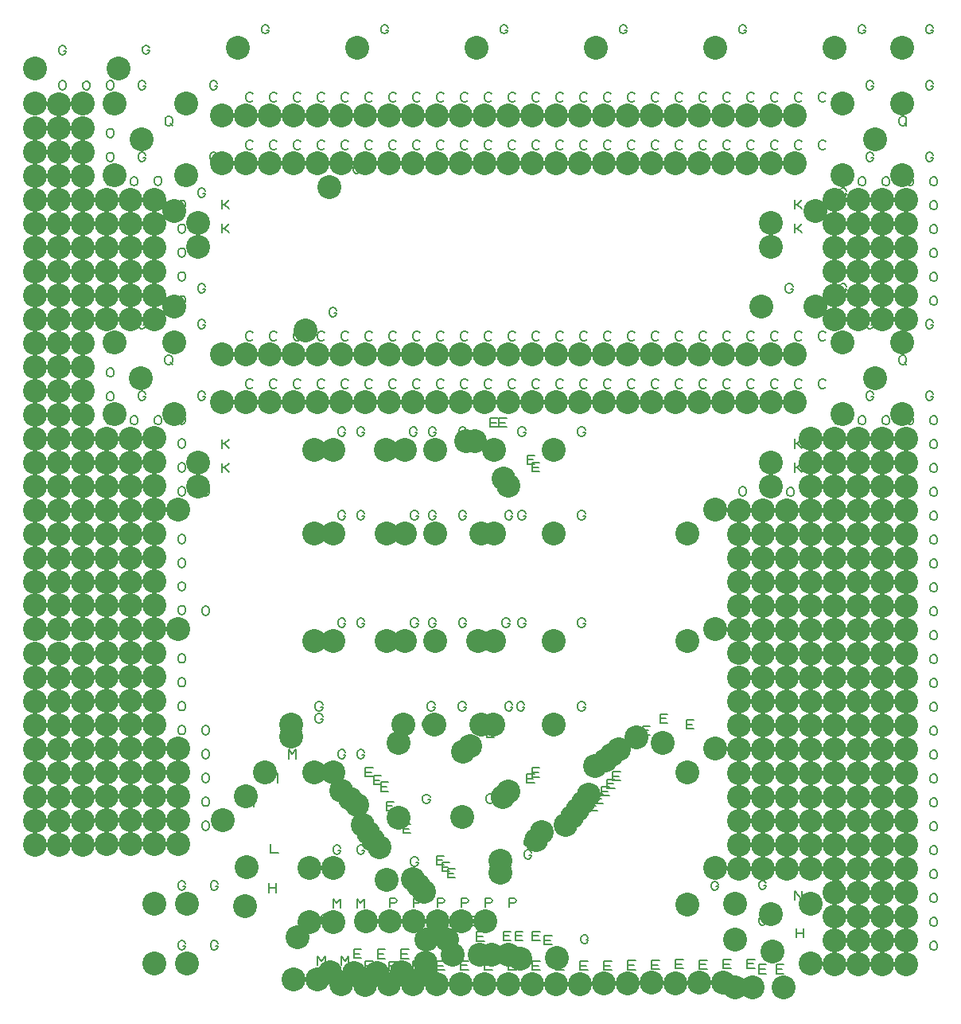
<source format=gbr>
G04 DesignSpark PCB PRO Gerber Version 10.0 Build 5299*
%FSLAX35Y35*%
%MOIN*%
%ADD12C,0.00500*%
%ADD84C,0.10000*%
X0Y0D02*
D02*
D12*
X77445Y433269D02*
Y434519D01*
X77758Y435144D01*
X78070Y435457D01*
X78695Y435769D01*
X79320D01*
X79945Y435457D01*
X80258Y435144D01*
X80570Y434519D01*
Y433269D01*
X80258Y432644D01*
X79945Y432332D01*
X79320Y432019D01*
X78695D01*
X78070Y432332D01*
X77758Y432644D01*
X77445Y433269D01*
X79633Y448229D02*
X80570D01*
Y447917D01*
X80258Y447292D01*
X79945Y446979D01*
X79320Y446667D01*
X78695D01*
X78070Y446979D01*
X77758Y447292D01*
X77445Y447917D01*
Y449167D01*
X77758Y449792D01*
X78070Y450104D01*
X78695Y450417D01*
X79320D01*
X79945Y450104D01*
X80258Y449792D01*
X80570Y449167D01*
X77485Y123183D02*
Y124433D01*
X77797Y125059D01*
X78110Y125371D01*
X78735Y125683D01*
X79360D01*
X79985Y125371D01*
X80297Y125059D01*
X80610Y124433D01*
Y123183D01*
X80297Y122559D01*
X79985Y122246D01*
X79360Y121933D01*
X78735D01*
X78110Y122246D01*
X77797Y122559D01*
X77485Y123183D01*
Y133183D02*
Y134433D01*
X77797Y135059D01*
X78110Y135371D01*
X78735Y135683D01*
X79360D01*
X79985Y135371D01*
X80297Y135059D01*
X80610Y134433D01*
Y133183D01*
X80297Y132559D01*
X79985Y132246D01*
X79360Y131933D01*
X78735D01*
X78110Y132246D01*
X77797Y132559D01*
X77485Y133183D01*
Y143183D02*
Y144433D01*
X77797Y145059D01*
X78110Y145371D01*
X78735Y145683D01*
X79360D01*
X79985Y145371D01*
X80297Y145059D01*
X80610Y144433D01*
Y143183D01*
X80297Y142559D01*
X79985Y142246D01*
X79360Y141933D01*
X78735D01*
X78110Y142246D01*
X77797Y142559D01*
X77485Y143183D01*
Y153183D02*
Y154433D01*
X77797Y155059D01*
X78110Y155371D01*
X78735Y155683D01*
X79360D01*
X79985Y155371D01*
X80297Y155059D01*
X80610Y154433D01*
Y153183D01*
X80297Y152559D01*
X79985Y152246D01*
X79360Y151933D01*
X78735D01*
X78110Y152246D01*
X77797Y152559D01*
X77485Y153183D01*
Y163183D02*
Y164433D01*
X77797Y165059D01*
X78110Y165371D01*
X78735Y165683D01*
X79360D01*
X79985Y165371D01*
X80297Y165059D01*
X80610Y164433D01*
Y163183D01*
X80297Y162559D01*
X79985Y162246D01*
X79360Y161933D01*
X78735D01*
X78110Y162246D01*
X77797Y162559D01*
X77485Y163183D01*
Y173183D02*
Y174433D01*
X77797Y175059D01*
X78110Y175371D01*
X78735Y175683D01*
X79360D01*
X79985Y175371D01*
X80297Y175059D01*
X80610Y174433D01*
Y173183D01*
X80297Y172559D01*
X79985Y172246D01*
X79360Y171933D01*
X78735D01*
X78110Y172246D01*
X77797Y172559D01*
X77485Y173183D01*
Y183183D02*
Y184433D01*
X77797Y185059D01*
X78110Y185371D01*
X78735Y185683D01*
X79360D01*
X79985Y185371D01*
X80297Y185059D01*
X80610Y184433D01*
Y183183D01*
X80297Y182559D01*
X79985Y182246D01*
X79360Y181933D01*
X78735D01*
X78110Y182246D01*
X77797Y182559D01*
X77485Y183183D01*
Y193183D02*
Y194433D01*
X77797Y195059D01*
X78110Y195371D01*
X78735Y195683D01*
X79360D01*
X79985Y195371D01*
X80297Y195059D01*
X80610Y194433D01*
Y193183D01*
X80297Y192559D01*
X79985Y192246D01*
X79360Y191933D01*
X78735D01*
X78110Y192246D01*
X77797Y192559D01*
X77485Y193183D01*
Y203183D02*
Y204433D01*
X77797Y205059D01*
X78110Y205371D01*
X78735Y205683D01*
X79360D01*
X79985Y205371D01*
X80297Y205059D01*
X80610Y204433D01*
Y203183D01*
X80297Y202559D01*
X79985Y202246D01*
X79360Y201933D01*
X78735D01*
X78110Y202246D01*
X77797Y202559D01*
X77485Y203183D01*
Y213276D02*
Y214526D01*
X77797Y215151D01*
X78110Y215463D01*
X78735Y215776D01*
X79360D01*
X79985Y215463D01*
X80297Y215151D01*
X80610Y214526D01*
Y213276D01*
X80297Y212651D01*
X79985Y212338D01*
X79360Y212026D01*
X78735D01*
X78110Y212338D01*
X77797Y212651D01*
X77485Y213276D01*
Y223260D02*
Y224510D01*
X77797Y225135D01*
X78110Y225448D01*
X78735Y225760D01*
X79360D01*
X79985Y225448D01*
X80297Y225135D01*
X80610Y224510D01*
Y223260D01*
X80297Y222635D01*
X79985Y222322D01*
X79360Y222010D01*
X78735D01*
X78110Y222322D01*
X77797Y222635D01*
X77485Y223260D01*
Y232994D02*
Y234244D01*
X77797Y234870D01*
X78110Y235182D01*
X78735Y235494D01*
X79360D01*
X79985Y235182D01*
X80297Y234870D01*
X80610Y234244D01*
Y232994D01*
X80297Y232370D01*
X79985Y232057D01*
X79360Y231744D01*
X78735D01*
X78110Y232057D01*
X77797Y232370D01*
X77485Y232994D01*
Y242994D02*
Y244244D01*
X77797Y244870D01*
X78110Y245182D01*
X78735Y245494D01*
X79360D01*
X79985Y245182D01*
X80297Y244870D01*
X80610Y244244D01*
Y242994D01*
X80297Y242370D01*
X79985Y242057D01*
X79360Y241744D01*
X78735D01*
X78110Y242057D01*
X77797Y242370D01*
X77485Y242994D01*
Y252994D02*
Y254244D01*
X77797Y254870D01*
X78110Y255182D01*
X78735Y255494D01*
X79360D01*
X79985Y255182D01*
X80297Y254870D01*
X80610Y254244D01*
Y252994D01*
X80297Y252370D01*
X79985Y252057D01*
X79360Y251744D01*
X78735D01*
X78110Y252057D01*
X77797Y252370D01*
X77485Y252994D01*
Y262994D02*
Y264244D01*
X77797Y264870D01*
X78110Y265182D01*
X78735Y265494D01*
X79360D01*
X79985Y265182D01*
X80297Y264870D01*
X80610Y264244D01*
Y262994D01*
X80297Y262370D01*
X79985Y262057D01*
X79360Y261744D01*
X78735D01*
X78110Y262057D01*
X77797Y262370D01*
X77485Y262994D01*
Y272994D02*
Y274244D01*
X77797Y274870D01*
X78110Y275182D01*
X78735Y275494D01*
X79360D01*
X79985Y275182D01*
X80297Y274870D01*
X80610Y274244D01*
Y272994D01*
X80297Y272370D01*
X79985Y272057D01*
X79360Y271744D01*
X78735D01*
X78110Y272057D01*
X77797Y272370D01*
X77485Y272994D01*
Y282994D02*
Y284244D01*
X77797Y284870D01*
X78110Y285182D01*
X78735Y285494D01*
X79360D01*
X79985Y285182D01*
X80297Y284870D01*
X80610Y284244D01*
Y282994D01*
X80297Y282370D01*
X79985Y282057D01*
X79360Y281744D01*
X78735D01*
X78110Y282057D01*
X77797Y282370D01*
X77485Y282994D01*
Y292994D02*
Y294244D01*
X77797Y294870D01*
X78110Y295182D01*
X78735Y295494D01*
X79360D01*
X79985Y295182D01*
X80297Y294870D01*
X80610Y294244D01*
Y292994D01*
X80297Y292370D01*
X79985Y292057D01*
X79360Y291744D01*
X78735D01*
X78110Y292057D01*
X77797Y292370D01*
X77485Y292994D01*
Y302994D02*
Y304244D01*
X77797Y304870D01*
X78110Y305182D01*
X78735Y305494D01*
X79360D01*
X79985Y305182D01*
X80297Y304870D01*
X80610Y304244D01*
Y302994D01*
X80297Y302370D01*
X79985Y302057D01*
X79360Y301744D01*
X78735D01*
X78110Y302057D01*
X77797Y302370D01*
X77485Y302994D01*
Y312994D02*
Y314244D01*
X77797Y314870D01*
X78110Y315182D01*
X78735Y315494D01*
X79360D01*
X79985Y315182D01*
X80297Y314870D01*
X80610Y314244D01*
Y312994D01*
X80297Y312370D01*
X79985Y312057D01*
X79360Y311744D01*
X78735D01*
X78110Y312057D01*
X77797Y312370D01*
X77485Y312994D01*
Y322994D02*
Y324244D01*
X77797Y324870D01*
X78110Y325182D01*
X78735Y325494D01*
X79360D01*
X79985Y325182D01*
X80297Y324870D01*
X80610Y324244D01*
Y322994D01*
X80297Y322370D01*
X79985Y322057D01*
X79360Y321744D01*
X78735D01*
X78110Y322057D01*
X77797Y322370D01*
X77485Y322994D01*
Y332994D02*
Y334244D01*
X77797Y334870D01*
X78110Y335182D01*
X78735Y335494D01*
X79360D01*
X79985Y335182D01*
X80297Y334870D01*
X80610Y334244D01*
Y332994D01*
X80297Y332370D01*
X79985Y332057D01*
X79360Y331744D01*
X78735D01*
X78110Y332057D01*
X77797Y332370D01*
X77485Y332994D01*
Y342994D02*
Y344244D01*
X77797Y344870D01*
X78110Y345182D01*
X78735Y345494D01*
X79360D01*
X79985Y345182D01*
X80297Y344870D01*
X80610Y344244D01*
Y342994D01*
X80297Y342370D01*
X79985Y342057D01*
X79360Y341744D01*
X78735D01*
X78110Y342057D01*
X77797Y342370D01*
X77485Y342994D01*
Y352994D02*
Y354244D01*
X77797Y354870D01*
X78110Y355182D01*
X78735Y355494D01*
X79360D01*
X79985Y355182D01*
X80297Y354870D01*
X80610Y354244D01*
Y352994D01*
X80297Y352370D01*
X79985Y352057D01*
X79360Y351744D01*
X78735D01*
X78110Y352057D01*
X77797Y352370D01*
X77485Y352994D01*
Y362994D02*
Y364244D01*
X77797Y364870D01*
X78110Y365182D01*
X78735Y365494D01*
X79360D01*
X79985Y365182D01*
X80297Y364870D01*
X80610Y364244D01*
Y362994D01*
X80297Y362370D01*
X79985Y362057D01*
X79360Y361744D01*
X78735D01*
X78110Y362057D01*
X77797Y362370D01*
X77485Y362994D01*
Y372994D02*
Y374244D01*
X77797Y374870D01*
X78110Y375182D01*
X78735Y375494D01*
X79360D01*
X79985Y375182D01*
X80297Y374870D01*
X80610Y374244D01*
Y372994D01*
X80297Y372370D01*
X79985Y372057D01*
X79360Y371744D01*
X78735D01*
X78110Y372057D01*
X77797Y372370D01*
X77485Y372994D01*
Y382994D02*
Y384244D01*
X77797Y384870D01*
X78110Y385182D01*
X78735Y385494D01*
X79360D01*
X79985Y385182D01*
X80297Y384870D01*
X80610Y384244D01*
Y382994D01*
X80297Y382370D01*
X79985Y382057D01*
X79360Y381744D01*
X78735D01*
X78110Y382057D01*
X77797Y382370D01*
X77485Y382994D01*
Y392994D02*
Y394244D01*
X77797Y394870D01*
X78110Y395182D01*
X78735Y395494D01*
X79360D01*
X79985Y395182D01*
X80297Y394870D01*
X80610Y394244D01*
Y392994D01*
X80297Y392370D01*
X79985Y392057D01*
X79360Y391744D01*
X78735D01*
X78110Y392057D01*
X77797Y392370D01*
X77485Y392994D01*
Y403197D02*
Y404447D01*
X77797Y405072D01*
X78110Y405385D01*
X78735Y405697D01*
X79360D01*
X79985Y405385D01*
X80297Y405072D01*
X80610Y404447D01*
Y403197D01*
X80297Y402572D01*
X79985Y402259D01*
X79360Y401947D01*
X78735D01*
X78110Y402259D01*
X77797Y402572D01*
X77485Y403197D01*
Y413197D02*
Y414447D01*
X77797Y415072D01*
X78110Y415385D01*
X78735Y415697D01*
X79360D01*
X79985Y415385D01*
X80297Y415072D01*
X80610Y414447D01*
Y413197D01*
X80297Y412572D01*
X79985Y412259D01*
X79360Y411947D01*
X78735D01*
X78110Y412259D01*
X77797Y412572D01*
X77485Y413197D01*
Y423197D02*
Y424447D01*
X77797Y425072D01*
X78110Y425385D01*
X78735Y425697D01*
X79360D01*
X79985Y425385D01*
X80297Y425072D01*
X80610Y424447D01*
Y423197D01*
X80297Y422572D01*
X79985Y422259D01*
X79360Y421947D01*
X78735D01*
X78110Y422259D01*
X77797Y422572D01*
X77485Y423197D01*
X87445Y332994D02*
Y334244D01*
X87758Y334870D01*
X88070Y335182D01*
X88695Y335494D01*
X89320D01*
X89945Y335182D01*
X90258Y334870D01*
X90570Y334244D01*
Y332994D01*
X90258Y332370D01*
X89945Y332057D01*
X89320Y331744D01*
X88695D01*
X88070Y332057D01*
X87758Y332370D01*
X87445Y332994D01*
Y392994D02*
Y394244D01*
X87758Y394870D01*
X88070Y395182D01*
X88695Y395494D01*
X89320D01*
X89945Y395182D01*
X90258Y394870D01*
X90570Y394244D01*
Y392994D01*
X90258Y392370D01*
X89945Y392057D01*
X89320Y391744D01*
X88695D01*
X88070Y392057D01*
X87758Y392370D01*
X87445Y392994D01*
X87485Y123183D02*
Y124433D01*
X87797Y125059D01*
X88110Y125371D01*
X88735Y125683D01*
X89360D01*
X89985Y125371D01*
X90297Y125059D01*
X90610Y124433D01*
Y123183D01*
X90297Y122559D01*
X89985Y122246D01*
X89360Y121933D01*
X88735D01*
X88110Y122246D01*
X87797Y122559D01*
X87485Y123183D01*
Y133183D02*
Y134433D01*
X87797Y135059D01*
X88110Y135371D01*
X88735Y135683D01*
X89360D01*
X89985Y135371D01*
X90297Y135059D01*
X90610Y134433D01*
Y133183D01*
X90297Y132559D01*
X89985Y132246D01*
X89360Y131933D01*
X88735D01*
X88110Y132246D01*
X87797Y132559D01*
X87485Y133183D01*
Y143183D02*
Y144433D01*
X87797Y145059D01*
X88110Y145371D01*
X88735Y145683D01*
X89360D01*
X89985Y145371D01*
X90297Y145059D01*
X90610Y144433D01*
Y143183D01*
X90297Y142559D01*
X89985Y142246D01*
X89360Y141933D01*
X88735D01*
X88110Y142246D01*
X87797Y142559D01*
X87485Y143183D01*
Y153183D02*
Y154433D01*
X87797Y155059D01*
X88110Y155371D01*
X88735Y155683D01*
X89360D01*
X89985Y155371D01*
X90297Y155059D01*
X90610Y154433D01*
Y153183D01*
X90297Y152559D01*
X89985Y152246D01*
X89360Y151933D01*
X88735D01*
X88110Y152246D01*
X87797Y152559D01*
X87485Y153183D01*
Y163183D02*
Y164433D01*
X87797Y165059D01*
X88110Y165371D01*
X88735Y165683D01*
X89360D01*
X89985Y165371D01*
X90297Y165059D01*
X90610Y164433D01*
Y163183D01*
X90297Y162559D01*
X89985Y162246D01*
X89360Y161933D01*
X88735D01*
X88110Y162246D01*
X87797Y162559D01*
X87485Y163183D01*
Y173183D02*
Y174433D01*
X87797Y175059D01*
X88110Y175371D01*
X88735Y175683D01*
X89360D01*
X89985Y175371D01*
X90297Y175059D01*
X90610Y174433D01*
Y173183D01*
X90297Y172559D01*
X89985Y172246D01*
X89360Y171933D01*
X88735D01*
X88110Y172246D01*
X87797Y172559D01*
X87485Y173183D01*
Y183183D02*
Y184433D01*
X87797Y185059D01*
X88110Y185371D01*
X88735Y185683D01*
X89360D01*
X89985Y185371D01*
X90297Y185059D01*
X90610Y184433D01*
Y183183D01*
X90297Y182559D01*
X89985Y182246D01*
X89360Y181933D01*
X88735D01*
X88110Y182246D01*
X87797Y182559D01*
X87485Y183183D01*
Y193183D02*
Y194433D01*
X87797Y195059D01*
X88110Y195371D01*
X88735Y195683D01*
X89360D01*
X89985Y195371D01*
X90297Y195059D01*
X90610Y194433D01*
Y193183D01*
X90297Y192559D01*
X89985Y192246D01*
X89360Y191933D01*
X88735D01*
X88110Y192246D01*
X87797Y192559D01*
X87485Y193183D01*
Y203183D02*
Y204433D01*
X87797Y205059D01*
X88110Y205371D01*
X88735Y205683D01*
X89360D01*
X89985Y205371D01*
X90297Y205059D01*
X90610Y204433D01*
Y203183D01*
X90297Y202559D01*
X89985Y202246D01*
X89360Y201933D01*
X88735D01*
X88110Y202246D01*
X87797Y202559D01*
X87485Y203183D01*
Y213276D02*
Y214526D01*
X87797Y215151D01*
X88110Y215463D01*
X88735Y215776D01*
X89360D01*
X89985Y215463D01*
X90297Y215151D01*
X90610Y214526D01*
Y213276D01*
X90297Y212651D01*
X89985Y212338D01*
X89360Y212026D01*
X88735D01*
X88110Y212338D01*
X87797Y212651D01*
X87485Y213276D01*
Y223260D02*
Y224510D01*
X87797Y225135D01*
X88110Y225448D01*
X88735Y225760D01*
X89360D01*
X89985Y225448D01*
X90297Y225135D01*
X90610Y224510D01*
Y223260D01*
X90297Y222635D01*
X89985Y222322D01*
X89360Y222010D01*
X88735D01*
X88110Y222322D01*
X87797Y222635D01*
X87485Y223260D01*
Y232994D02*
Y234244D01*
X87797Y234870D01*
X88110Y235182D01*
X88735Y235494D01*
X89360D01*
X89985Y235182D01*
X90297Y234870D01*
X90610Y234244D01*
Y232994D01*
X90297Y232370D01*
X89985Y232057D01*
X89360Y231744D01*
X88735D01*
X88110Y232057D01*
X87797Y232370D01*
X87485Y232994D01*
Y242994D02*
Y244244D01*
X87797Y244870D01*
X88110Y245182D01*
X88735Y245494D01*
X89360D01*
X89985Y245182D01*
X90297Y244870D01*
X90610Y244244D01*
Y242994D01*
X90297Y242370D01*
X89985Y242057D01*
X89360Y241744D01*
X88735D01*
X88110Y242057D01*
X87797Y242370D01*
X87485Y242994D01*
Y252994D02*
Y254244D01*
X87797Y254870D01*
X88110Y255182D01*
X88735Y255494D01*
X89360D01*
X89985Y255182D01*
X90297Y254870D01*
X90610Y254244D01*
Y252994D01*
X90297Y252370D01*
X89985Y252057D01*
X89360Y251744D01*
X88735D01*
X88110Y252057D01*
X87797Y252370D01*
X87485Y252994D01*
Y262994D02*
Y264244D01*
X87797Y264870D01*
X88110Y265182D01*
X88735Y265494D01*
X89360D01*
X89985Y265182D01*
X90297Y264870D01*
X90610Y264244D01*
Y262994D01*
X90297Y262370D01*
X89985Y262057D01*
X89360Y261744D01*
X88735D01*
X88110Y262057D01*
X87797Y262370D01*
X87485Y262994D01*
Y272994D02*
Y274244D01*
X87797Y274870D01*
X88110Y275182D01*
X88735Y275494D01*
X89360D01*
X89985Y275182D01*
X90297Y274870D01*
X90610Y274244D01*
Y272994D01*
X90297Y272370D01*
X89985Y272057D01*
X89360Y271744D01*
X88735D01*
X88110Y272057D01*
X87797Y272370D01*
X87485Y272994D01*
Y282994D02*
Y284244D01*
X87797Y284870D01*
X88110Y285182D01*
X88735Y285494D01*
X89360D01*
X89985Y285182D01*
X90297Y284870D01*
X90610Y284244D01*
Y282994D01*
X90297Y282370D01*
X89985Y282057D01*
X89360Y281744D01*
X88735D01*
X88110Y282057D01*
X87797Y282370D01*
X87485Y282994D01*
Y292994D02*
Y294244D01*
X87797Y294870D01*
X88110Y295182D01*
X88735Y295494D01*
X89360D01*
X89985Y295182D01*
X90297Y294870D01*
X90610Y294244D01*
Y292994D01*
X90297Y292370D01*
X89985Y292057D01*
X89360Y291744D01*
X88735D01*
X88110Y292057D01*
X87797Y292370D01*
X87485Y292994D01*
Y302994D02*
Y304244D01*
X87797Y304870D01*
X88110Y305182D01*
X88735Y305494D01*
X89360D01*
X89985Y305182D01*
X90297Y304870D01*
X90610Y304244D01*
Y302994D01*
X90297Y302370D01*
X89985Y302057D01*
X89360Y301744D01*
X88735D01*
X88110Y302057D01*
X87797Y302370D01*
X87485Y302994D01*
Y312994D02*
Y314244D01*
X87797Y314870D01*
X88110Y315182D01*
X88735Y315494D01*
X89360D01*
X89985Y315182D01*
X90297Y314870D01*
X90610Y314244D01*
Y312994D01*
X90297Y312370D01*
X89985Y312057D01*
X89360Y311744D01*
X88735D01*
X88110Y312057D01*
X87797Y312370D01*
X87485Y312994D01*
Y322994D02*
Y324244D01*
X87797Y324870D01*
X88110Y325182D01*
X88735Y325494D01*
X89360D01*
X89985Y325182D01*
X90297Y324870D01*
X90610Y324244D01*
Y322994D01*
X90297Y322370D01*
X89985Y322057D01*
X89360Y321744D01*
X88735D01*
X88110Y322057D01*
X87797Y322370D01*
X87485Y322994D01*
Y342994D02*
Y344244D01*
X87797Y344870D01*
X88110Y345182D01*
X88735Y345494D01*
X89360D01*
X89985Y345182D01*
X90297Y344870D01*
X90610Y344244D01*
Y342994D01*
X90297Y342370D01*
X89985Y342057D01*
X89360Y341744D01*
X88735D01*
X88110Y342057D01*
X87797Y342370D01*
X87485Y342994D01*
Y352994D02*
Y354244D01*
X87797Y354870D01*
X88110Y355182D01*
X88735Y355494D01*
X89360D01*
X89985Y355182D01*
X90297Y354870D01*
X90610Y354244D01*
Y352994D01*
X90297Y352370D01*
X89985Y352057D01*
X89360Y351744D01*
X88735D01*
X88110Y352057D01*
X87797Y352370D01*
X87485Y352994D01*
Y362994D02*
Y364244D01*
X87797Y364870D01*
X88110Y365182D01*
X88735Y365494D01*
X89360D01*
X89985Y365182D01*
X90297Y364870D01*
X90610Y364244D01*
Y362994D01*
X90297Y362370D01*
X89985Y362057D01*
X89360Y361744D01*
X88735D01*
X88110Y362057D01*
X87797Y362370D01*
X87485Y362994D01*
Y372994D02*
Y374244D01*
X87797Y374870D01*
X88110Y375182D01*
X88735Y375494D01*
X89360D01*
X89985Y375182D01*
X90297Y374870D01*
X90610Y374244D01*
Y372994D01*
X90297Y372370D01*
X89985Y372057D01*
X89360Y371744D01*
X88735D01*
X88110Y372057D01*
X87797Y372370D01*
X87485Y372994D01*
Y382994D02*
Y384244D01*
X87797Y384870D01*
X88110Y385182D01*
X88735Y385494D01*
X89360D01*
X89985Y385182D01*
X90297Y384870D01*
X90610Y384244D01*
Y382994D01*
X90297Y382370D01*
X89985Y382057D01*
X89360Y381744D01*
X88735D01*
X88110Y382057D01*
X87797Y382370D01*
X87485Y382994D01*
Y403197D02*
Y404447D01*
X87797Y405072D01*
X88110Y405385D01*
X88735Y405697D01*
X89360D01*
X89985Y405385D01*
X90297Y405072D01*
X90610Y404447D01*
Y403197D01*
X90297Y402572D01*
X89985Y402259D01*
X89360Y401947D01*
X88735D01*
X88110Y402259D01*
X87797Y402572D01*
X87485Y403197D01*
Y413197D02*
Y414447D01*
X87797Y415072D01*
X88110Y415385D01*
X88735Y415697D01*
X89360D01*
X89985Y415385D01*
X90297Y415072D01*
X90610Y414447D01*
Y413197D01*
X90297Y412572D01*
X89985Y412259D01*
X89360Y411947D01*
X88735D01*
X88110Y412259D01*
X87797Y412572D01*
X87485Y413197D01*
Y423197D02*
Y424447D01*
X87797Y425072D01*
X88110Y425385D01*
X88735Y425697D01*
X89360D01*
X89985Y425385D01*
X90297Y425072D01*
X90610Y424447D01*
Y423197D01*
X90297Y422572D01*
X89985Y422259D01*
X89360Y421947D01*
X88735D01*
X88110Y422259D01*
X87797Y422572D01*
X87485Y423197D01*
Y433150D02*
Y434400D01*
X87797Y435025D01*
X88110Y435337D01*
X88735Y435650D01*
X89360D01*
X89985Y435337D01*
X90297Y435025D01*
X90610Y434400D01*
Y433150D01*
X90297Y432525D01*
X89985Y432212D01*
X89360Y431900D01*
X88735D01*
X88110Y432212D01*
X87797Y432525D01*
X87485Y433150D01*
X97445Y193183D02*
Y194433D01*
X97758Y195059D01*
X98070Y195371D01*
X98695Y195683D01*
X99320D01*
X99945Y195371D01*
X100258Y195059D01*
X100570Y194433D01*
Y193183D01*
X100258Y192559D01*
X99945Y192246D01*
X99320Y191933D01*
X98695D01*
X98070Y192246D01*
X97758Y192559D01*
X97445Y193183D01*
Y232994D02*
Y234244D01*
X97758Y234870D01*
X98070Y235182D01*
X98695Y235494D01*
X99320D01*
X99945Y235182D01*
X100258Y234870D01*
X100570Y234244D01*
Y232994D01*
X100258Y232370D01*
X99945Y232057D01*
X99320Y231744D01*
X98695D01*
X98070Y232057D01*
X97758Y232370D01*
X97445Y232994D01*
Y332994D02*
Y334244D01*
X97758Y334870D01*
X98070Y335182D01*
X98695Y335494D01*
X99320D01*
X99945Y335182D01*
X100258Y334870D01*
X100570Y334244D01*
Y332994D01*
X100258Y332370D01*
X99945Y332057D01*
X99320Y331744D01*
X98695D01*
X98070Y332057D01*
X97758Y332370D01*
X97445Y332994D01*
Y372994D02*
Y374244D01*
X97758Y374870D01*
X98070Y375182D01*
X98695Y375494D01*
X99320D01*
X99945Y375182D01*
X100258Y374870D01*
X100570Y374244D01*
Y372994D01*
X100258Y372370D01*
X99945Y372057D01*
X99320Y371744D01*
X98695D01*
X98070Y372057D01*
X97758Y372370D01*
X97445Y372994D01*
Y392994D02*
Y394244D01*
X97758Y394870D01*
X98070Y395182D01*
X98695Y395494D01*
X99320D01*
X99945Y395182D01*
X100258Y394870D01*
X100570Y394244D01*
Y392994D01*
X100258Y392370D01*
X99945Y392057D01*
X99320Y391744D01*
X98695D01*
X98070Y392057D01*
X97758Y392370D01*
X97445Y392994D01*
X97485Y123183D02*
Y124433D01*
X97797Y125059D01*
X98110Y125371D01*
X98735Y125683D01*
X99360D01*
X99985Y125371D01*
X100297Y125059D01*
X100610Y124433D01*
Y123183D01*
X100297Y122559D01*
X99985Y122246D01*
X99360Y121933D01*
X98735D01*
X98110Y122246D01*
X97797Y122559D01*
X97485Y123183D01*
Y133183D02*
Y134433D01*
X97797Y135059D01*
X98110Y135371D01*
X98735Y135683D01*
X99360D01*
X99985Y135371D01*
X100297Y135059D01*
X100610Y134433D01*
Y133183D01*
X100297Y132559D01*
X99985Y132246D01*
X99360Y131933D01*
X98735D01*
X98110Y132246D01*
X97797Y132559D01*
X97485Y133183D01*
Y143183D02*
Y144433D01*
X97797Y145059D01*
X98110Y145371D01*
X98735Y145683D01*
X99360D01*
X99985Y145371D01*
X100297Y145059D01*
X100610Y144433D01*
Y143183D01*
X100297Y142559D01*
X99985Y142246D01*
X99360Y141933D01*
X98735D01*
X98110Y142246D01*
X97797Y142559D01*
X97485Y143183D01*
Y153183D02*
Y154433D01*
X97797Y155059D01*
X98110Y155371D01*
X98735Y155683D01*
X99360D01*
X99985Y155371D01*
X100297Y155059D01*
X100610Y154433D01*
Y153183D01*
X100297Y152559D01*
X99985Y152246D01*
X99360Y151933D01*
X98735D01*
X98110Y152246D01*
X97797Y152559D01*
X97485Y153183D01*
Y163183D02*
Y164433D01*
X97797Y165059D01*
X98110Y165371D01*
X98735Y165683D01*
X99360D01*
X99985Y165371D01*
X100297Y165059D01*
X100610Y164433D01*
Y163183D01*
X100297Y162559D01*
X99985Y162246D01*
X99360Y161933D01*
X98735D01*
X98110Y162246D01*
X97797Y162559D01*
X97485Y163183D01*
Y173183D02*
Y174433D01*
X97797Y175059D01*
X98110Y175371D01*
X98735Y175683D01*
X99360D01*
X99985Y175371D01*
X100297Y175059D01*
X100610Y174433D01*
Y173183D01*
X100297Y172559D01*
X99985Y172246D01*
X99360Y171933D01*
X98735D01*
X98110Y172246D01*
X97797Y172559D01*
X97485Y173183D01*
Y183183D02*
Y184433D01*
X97797Y185059D01*
X98110Y185371D01*
X98735Y185683D01*
X99360D01*
X99985Y185371D01*
X100297Y185059D01*
X100610Y184433D01*
Y183183D01*
X100297Y182559D01*
X99985Y182246D01*
X99360Y181933D01*
X98735D01*
X98110Y182246D01*
X97797Y182559D01*
X97485Y183183D01*
Y203183D02*
Y204433D01*
X97797Y205059D01*
X98110Y205371D01*
X98735Y205683D01*
X99360D01*
X99985Y205371D01*
X100297Y205059D01*
X100610Y204433D01*
Y203183D01*
X100297Y202559D01*
X99985Y202246D01*
X99360Y201933D01*
X98735D01*
X98110Y202246D01*
X97797Y202559D01*
X97485Y203183D01*
Y213276D02*
Y214526D01*
X97797Y215151D01*
X98110Y215463D01*
X98735Y215776D01*
X99360D01*
X99985Y215463D01*
X100297Y215151D01*
X100610Y214526D01*
Y213276D01*
X100297Y212651D01*
X99985Y212338D01*
X99360Y212026D01*
X98735D01*
X98110Y212338D01*
X97797Y212651D01*
X97485Y213276D01*
Y223260D02*
Y224510D01*
X97797Y225135D01*
X98110Y225448D01*
X98735Y225760D01*
X99360D01*
X99985Y225448D01*
X100297Y225135D01*
X100610Y224510D01*
Y223260D01*
X100297Y222635D01*
X99985Y222322D01*
X99360Y222010D01*
X98735D01*
X98110Y222322D01*
X97797Y222635D01*
X97485Y223260D01*
Y242994D02*
Y244244D01*
X97797Y244870D01*
X98110Y245182D01*
X98735Y245494D01*
X99360D01*
X99985Y245182D01*
X100297Y244870D01*
X100610Y244244D01*
Y242994D01*
X100297Y242370D01*
X99985Y242057D01*
X99360Y241744D01*
X98735D01*
X98110Y242057D01*
X97797Y242370D01*
X97485Y242994D01*
Y252994D02*
Y254244D01*
X97797Y254870D01*
X98110Y255182D01*
X98735Y255494D01*
X99360D01*
X99985Y255182D01*
X100297Y254870D01*
X100610Y254244D01*
Y252994D01*
X100297Y252370D01*
X99985Y252057D01*
X99360Y251744D01*
X98735D01*
X98110Y252057D01*
X97797Y252370D01*
X97485Y252994D01*
Y262994D02*
Y264244D01*
X97797Y264870D01*
X98110Y265182D01*
X98735Y265494D01*
X99360D01*
X99985Y265182D01*
X100297Y264870D01*
X100610Y264244D01*
Y262994D01*
X100297Y262370D01*
X99985Y262057D01*
X99360Y261744D01*
X98735D01*
X98110Y262057D01*
X97797Y262370D01*
X97485Y262994D01*
Y272994D02*
Y274244D01*
X97797Y274870D01*
X98110Y275182D01*
X98735Y275494D01*
X99360D01*
X99985Y275182D01*
X100297Y274870D01*
X100610Y274244D01*
Y272994D01*
X100297Y272370D01*
X99985Y272057D01*
X99360Y271744D01*
X98735D01*
X98110Y272057D01*
X97797Y272370D01*
X97485Y272994D01*
Y282994D02*
Y284244D01*
X97797Y284870D01*
X98110Y285182D01*
X98735Y285494D01*
X99360D01*
X99985Y285182D01*
X100297Y284870D01*
X100610Y284244D01*
Y282994D01*
X100297Y282370D01*
X99985Y282057D01*
X99360Y281744D01*
X98735D01*
X98110Y282057D01*
X97797Y282370D01*
X97485Y282994D01*
Y292994D02*
Y294244D01*
X97797Y294870D01*
X98110Y295182D01*
X98735Y295494D01*
X99360D01*
X99985Y295182D01*
X100297Y294870D01*
X100610Y294244D01*
Y292994D01*
X100297Y292370D01*
X99985Y292057D01*
X99360Y291744D01*
X98735D01*
X98110Y292057D01*
X97797Y292370D01*
X97485Y292994D01*
Y302994D02*
Y304244D01*
X97797Y304870D01*
X98110Y305182D01*
X98735Y305494D01*
X99360D01*
X99985Y305182D01*
X100297Y304870D01*
X100610Y304244D01*
Y302994D01*
X100297Y302370D01*
X99985Y302057D01*
X99360Y301744D01*
X98735D01*
X98110Y302057D01*
X97797Y302370D01*
X97485Y302994D01*
Y312994D02*
Y314244D01*
X97797Y314870D01*
X98110Y315182D01*
X98735Y315494D01*
X99360D01*
X99985Y315182D01*
X100297Y314870D01*
X100610Y314244D01*
Y312994D01*
X100297Y312370D01*
X99985Y312057D01*
X99360Y311744D01*
X98735D01*
X98110Y312057D01*
X97797Y312370D01*
X97485Y312994D01*
Y322994D02*
Y324244D01*
X97797Y324870D01*
X98110Y325182D01*
X98735Y325494D01*
X99360D01*
X99985Y325182D01*
X100297Y324870D01*
X100610Y324244D01*
Y322994D01*
X100297Y322370D01*
X99985Y322057D01*
X99360Y321744D01*
X98735D01*
X98110Y322057D01*
X97797Y322370D01*
X97485Y322994D01*
Y342994D02*
Y344244D01*
X97797Y344870D01*
X98110Y345182D01*
X98735Y345494D01*
X99360D01*
X99985Y345182D01*
X100297Y344870D01*
X100610Y344244D01*
Y342994D01*
X100297Y342370D01*
X99985Y342057D01*
X99360Y341744D01*
X98735D01*
X98110Y342057D01*
X97797Y342370D01*
X97485Y342994D01*
Y352994D02*
Y354244D01*
X97797Y354870D01*
X98110Y355182D01*
X98735Y355494D01*
X99360D01*
X99985Y355182D01*
X100297Y354870D01*
X100610Y354244D01*
Y352994D01*
X100297Y352370D01*
X99985Y352057D01*
X99360Y351744D01*
X98735D01*
X98110Y352057D01*
X97797Y352370D01*
X97485Y352994D01*
Y362994D02*
Y364244D01*
X97797Y364870D01*
X98110Y365182D01*
X98735Y365494D01*
X99360D01*
X99985Y365182D01*
X100297Y364870D01*
X100610Y364244D01*
Y362994D01*
X100297Y362370D01*
X99985Y362057D01*
X99360Y361744D01*
X98735D01*
X98110Y362057D01*
X97797Y362370D01*
X97485Y362994D01*
Y382994D02*
Y384244D01*
X97797Y384870D01*
X98110Y385182D01*
X98735Y385494D01*
X99360D01*
X99985Y385182D01*
X100297Y384870D01*
X100610Y384244D01*
Y382994D01*
X100297Y382370D01*
X99985Y382057D01*
X99360Y381744D01*
X98735D01*
X98110Y382057D01*
X97797Y382370D01*
X97485Y382994D01*
Y403197D02*
Y404447D01*
X97797Y405072D01*
X98110Y405385D01*
X98735Y405697D01*
X99360D01*
X99985Y405385D01*
X100297Y405072D01*
X100610Y404447D01*
Y403197D01*
X100297Y402572D01*
X99985Y402259D01*
X99360Y401947D01*
X98735D01*
X98110Y402259D01*
X97797Y402572D01*
X97485Y403197D01*
Y413197D02*
Y414447D01*
X97797Y415072D01*
X98110Y415385D01*
X98735Y415697D01*
X99360D01*
X99985Y415385D01*
X100297Y415072D01*
X100610Y414447D01*
Y413197D01*
X100297Y412572D01*
X99985Y412259D01*
X99360Y411947D01*
X98735D01*
X98110Y412259D01*
X97797Y412572D01*
X97485Y413197D01*
Y423197D02*
Y424447D01*
X97797Y425072D01*
X98110Y425385D01*
X98735Y425697D01*
X99360D01*
X99985Y425385D01*
X100297Y425072D01*
X100610Y424447D01*
Y423197D01*
X100297Y422572D01*
X99985Y422259D01*
X99360Y421947D01*
X98735D01*
X98110Y422259D01*
X97797Y422572D01*
X97485Y423197D01*
Y433269D02*
Y434519D01*
X97797Y435144D01*
X98110Y435457D01*
X98735Y435769D01*
X99360D01*
X99985Y435457D01*
X100297Y435144D01*
X100610Y434519D01*
Y433269D01*
X100297Y432644D01*
X99985Y432332D01*
X99360Y432019D01*
X98735D01*
X98110Y432332D01*
X97797Y432644D01*
X97485Y433269D01*
X107437Y123308D02*
Y124558D01*
X107750Y125183D01*
X108063Y125496D01*
X108687Y125808D01*
X109313D01*
X109937Y125496D01*
X110250Y125183D01*
X110563Y124558D01*
Y123308D01*
X110250Y122683D01*
X109937Y122371D01*
X109313Y122058D01*
X108687D01*
X108063Y122371D01*
X107750Y122683D01*
X107437Y123308D01*
Y133308D02*
Y134558D01*
X107750Y135183D01*
X108063Y135496D01*
X108687Y135808D01*
X109313D01*
X109937Y135496D01*
X110250Y135183D01*
X110563Y134558D01*
Y133308D01*
X110250Y132683D01*
X109937Y132371D01*
X109313Y132058D01*
X108687D01*
X108063Y132371D01*
X107750Y132683D01*
X107437Y133308D01*
Y143308D02*
Y144558D01*
X107750Y145183D01*
X108063Y145496D01*
X108687Y145808D01*
X109313D01*
X109937Y145496D01*
X110250Y145183D01*
X110563Y144558D01*
Y143308D01*
X110250Y142683D01*
X109937Y142371D01*
X109313Y142058D01*
X108687D01*
X108063Y142371D01*
X107750Y142683D01*
X107437Y143308D01*
Y153308D02*
Y154558D01*
X107750Y155183D01*
X108063Y155496D01*
X108687Y155808D01*
X109313D01*
X109937Y155496D01*
X110250Y155183D01*
X110563Y154558D01*
Y153308D01*
X110250Y152683D01*
X109937Y152371D01*
X109313Y152058D01*
X108687D01*
X108063Y152371D01*
X107750Y152683D01*
X107437Y153308D01*
Y163308D02*
Y164558D01*
X107750Y165183D01*
X108063Y165496D01*
X108687Y165808D01*
X109313D01*
X109937Y165496D01*
X110250Y165183D01*
X110563Y164558D01*
Y163308D01*
X110250Y162683D01*
X109937Y162371D01*
X109313Y162058D01*
X108687D01*
X108063Y162371D01*
X107750Y162683D01*
X107437Y163308D01*
Y173308D02*
Y174558D01*
X107750Y175183D01*
X108063Y175496D01*
X108687Y175808D01*
X109313D01*
X109937Y175496D01*
X110250Y175183D01*
X110563Y174558D01*
Y173308D01*
X110250Y172683D01*
X109937Y172371D01*
X109313Y172058D01*
X108687D01*
X108063Y172371D01*
X107750Y172683D01*
X107437Y173308D01*
Y183308D02*
Y184558D01*
X107750Y185183D01*
X108063Y185496D01*
X108687Y185808D01*
X109313D01*
X109937Y185496D01*
X110250Y185183D01*
X110563Y184558D01*
Y183308D01*
X110250Y182683D01*
X109937Y182371D01*
X109313Y182058D01*
X108687D01*
X108063Y182371D01*
X107750Y182683D01*
X107437Y183308D01*
Y193308D02*
Y194558D01*
X107750Y195183D01*
X108063Y195496D01*
X108687Y195808D01*
X109313D01*
X109937Y195496D01*
X110250Y195183D01*
X110563Y194558D01*
Y193308D01*
X110250Y192683D01*
X109937Y192371D01*
X109313Y192058D01*
X108687D01*
X108063Y192371D01*
X107750Y192683D01*
X107437Y193308D01*
Y203308D02*
Y204558D01*
X107750Y205183D01*
X108063Y205496D01*
X108687Y205808D01*
X109313D01*
X109937Y205496D01*
X110250Y205183D01*
X110563Y204558D01*
Y203308D01*
X110250Y202683D01*
X109937Y202371D01*
X109313Y202058D01*
X108687D01*
X108063Y202371D01*
X107750Y202683D01*
X107437Y203308D01*
X107445Y352994D02*
Y354244D01*
X107758Y354870D01*
X108070Y355182D01*
X108695Y355494D01*
X109320D01*
X109945Y355182D01*
X110258Y354870D01*
X110570Y354244D01*
Y352994D01*
X110258Y352370D01*
X109945Y352057D01*
X109320Y351744D01*
X108695D01*
X108070Y352057D01*
X107758Y352370D01*
X107445Y352994D01*
Y362994D02*
Y364244D01*
X107758Y364870D01*
X108070Y365182D01*
X108695Y365494D01*
X109320D01*
X109945Y365182D01*
X110258Y364870D01*
X110570Y364244D01*
Y362994D01*
X110258Y362370D01*
X109945Y362057D01*
X109320Y361744D01*
X108695D01*
X108070Y362057D01*
X107758Y362370D01*
X107445Y362994D01*
Y392994D02*
Y394244D01*
X107758Y394870D01*
X108070Y395182D01*
X108695Y395494D01*
X109320D01*
X109945Y395182D01*
X110258Y394870D01*
X110570Y394244D01*
Y392994D01*
X110258Y392370D01*
X109945Y392057D01*
X109320Y391744D01*
X108695D01*
X108070Y392057D01*
X107758Y392370D01*
X107445Y392994D01*
X107485Y213276D02*
Y214526D01*
X107797Y215151D01*
X108110Y215463D01*
X108735Y215776D01*
X109360D01*
X109985Y215463D01*
X110297Y215151D01*
X110610Y214526D01*
Y213276D01*
X110297Y212651D01*
X109985Y212338D01*
X109360Y212026D01*
X108735D01*
X108110Y212338D01*
X107797Y212651D01*
X107485Y213276D01*
Y223260D02*
Y224510D01*
X107797Y225135D01*
X108110Y225448D01*
X108735Y225760D01*
X109360D01*
X109985Y225448D01*
X110297Y225135D01*
X110610Y224510D01*
Y223260D01*
X110297Y222635D01*
X109985Y222322D01*
X109360Y222010D01*
X108735D01*
X108110Y222322D01*
X107797Y222635D01*
X107485Y223260D01*
Y232994D02*
Y234244D01*
X107797Y234870D01*
X108110Y235182D01*
X108735Y235494D01*
X109360D01*
X109985Y235182D01*
X110297Y234870D01*
X110610Y234244D01*
Y232994D01*
X110297Y232370D01*
X109985Y232057D01*
X109360Y231744D01*
X108735D01*
X108110Y232057D01*
X107797Y232370D01*
X107485Y232994D01*
Y242994D02*
Y244244D01*
X107797Y244870D01*
X108110Y245182D01*
X108735Y245494D01*
X109360D01*
X109985Y245182D01*
X110297Y244870D01*
X110610Y244244D01*
Y242994D01*
X110297Y242370D01*
X109985Y242057D01*
X109360Y241744D01*
X108735D01*
X108110Y242057D01*
X107797Y242370D01*
X107485Y242994D01*
Y252994D02*
Y254244D01*
X107797Y254870D01*
X108110Y255182D01*
X108735Y255494D01*
X109360D01*
X109985Y255182D01*
X110297Y254870D01*
X110610Y254244D01*
Y252994D01*
X110297Y252370D01*
X109985Y252057D01*
X109360Y251744D01*
X108735D01*
X108110Y252057D01*
X107797Y252370D01*
X107485Y252994D01*
Y262994D02*
Y264244D01*
X107797Y264870D01*
X108110Y265182D01*
X108735Y265494D01*
X109360D01*
X109985Y265182D01*
X110297Y264870D01*
X110610Y264244D01*
Y262994D01*
X110297Y262370D01*
X109985Y262057D01*
X109360Y261744D01*
X108735D01*
X108110Y262057D01*
X107797Y262370D01*
X107485Y262994D01*
Y272994D02*
Y274244D01*
X107797Y274870D01*
X108110Y275182D01*
X108735Y275494D01*
X109360D01*
X109985Y275182D01*
X110297Y274870D01*
X110610Y274244D01*
Y272994D01*
X110297Y272370D01*
X109985Y272057D01*
X109360Y271744D01*
X108735D01*
X108110Y272057D01*
X107797Y272370D01*
X107485Y272994D01*
Y282994D02*
Y284244D01*
X107797Y284870D01*
X108110Y285182D01*
X108735Y285494D01*
X109360D01*
X109985Y285182D01*
X110297Y284870D01*
X110610Y284244D01*
Y282994D01*
X110297Y282370D01*
X109985Y282057D01*
X109360Y281744D01*
X108735D01*
X108110Y282057D01*
X107797Y282370D01*
X107485Y282994D01*
Y292994D02*
Y294244D01*
X107797Y294870D01*
X108110Y295182D01*
X108735Y295494D01*
X109360D01*
X109985Y295182D01*
X110297Y294870D01*
X110610Y294244D01*
Y292994D01*
X110297Y292370D01*
X109985Y292057D01*
X109360Y291744D01*
X108735D01*
X108110Y292057D01*
X107797Y292370D01*
X107485Y292994D01*
Y342994D02*
Y344244D01*
X107797Y344870D01*
X108110Y345182D01*
X108735Y345494D01*
X109360D01*
X109985Y345182D01*
X110297Y344870D01*
X110610Y344244D01*
Y342994D01*
X110297Y342370D01*
X109985Y342057D01*
X109360Y341744D01*
X108735D01*
X108110Y342057D01*
X107797Y342370D01*
X107485Y342994D01*
Y372994D02*
Y374244D01*
X107797Y374870D01*
X108110Y375182D01*
X108735Y375494D01*
X109360D01*
X109985Y375182D01*
X110297Y374870D01*
X110610Y374244D01*
Y372994D01*
X110297Y372370D01*
X109985Y372057D01*
X109360Y371744D01*
X108735D01*
X108110Y372057D01*
X107797Y372370D01*
X107485Y372994D01*
Y382994D02*
Y384244D01*
X107797Y384870D01*
X108110Y385182D01*
X108735Y385494D01*
X109360D01*
X109985Y385182D01*
X110297Y384870D01*
X110610Y384244D01*
Y382994D01*
X110297Y382370D01*
X109985Y382057D01*
X109360Y381744D01*
X108735D01*
X108110Y382057D01*
X107797Y382370D01*
X107485Y382994D01*
X112959Y303583D02*
X113897D01*
Y303270D01*
X113585Y302645D01*
X113272Y302333D01*
X112647Y302020D01*
X112022D01*
X111397Y302333D01*
X111085Y302645D01*
X110772Y303270D01*
Y304520D01*
X111085Y305145D01*
X111397Y305458D01*
X112022Y305770D01*
X112647D01*
X113272Y305458D01*
X113585Y305145D01*
X113897Y304520D01*
X112959Y333583D02*
X113897D01*
Y333270D01*
X113585Y332645D01*
X113272Y332333D01*
X112647Y332020D01*
X112022D01*
X111397Y332333D01*
X111085Y332645D01*
X110772Y333270D01*
Y334520D01*
X111085Y335145D01*
X111397Y335458D01*
X112022Y335770D01*
X112647D01*
X113272Y335458D01*
X113585Y335145D01*
X113897Y334520D01*
X112959Y403583D02*
X113897D01*
Y403270D01*
X113585Y402645D01*
X113272Y402333D01*
X112647Y402020D01*
X112022D01*
X111397Y402333D01*
X111085Y402645D01*
X110772Y403270D01*
Y404520D01*
X111085Y405145D01*
X111397Y405458D01*
X112022Y405770D01*
X112647D01*
X113272Y405458D01*
X113585Y405145D01*
X113897Y404520D01*
X112959Y433583D02*
X113897D01*
Y433270D01*
X113585Y432645D01*
X113272Y432333D01*
X112647Y432020D01*
X112022D01*
X111397Y432333D01*
X111085Y432645D01*
X110772Y433270D01*
Y434520D01*
X111085Y435145D01*
X111397Y435458D01*
X112022Y435770D01*
X112647D01*
X113272Y435458D01*
X113585Y435145D01*
X113897Y434520D01*
X114633Y448479D02*
X115570D01*
Y448166D01*
X115258Y447541D01*
X114945Y447229D01*
X114320Y446916D01*
X113695D01*
X113070Y447229D01*
X112758Y447541D01*
X112445Y448166D01*
Y449416D01*
X112758Y450041D01*
X113070Y450354D01*
X113695Y450666D01*
X114320D01*
X114945Y450354D01*
X115258Y450041D01*
X115570Y449416D01*
X117437Y123308D02*
Y124558D01*
X117750Y125183D01*
X118063Y125496D01*
X118687Y125808D01*
X119313D01*
X119937Y125496D01*
X120250Y125183D01*
X120563Y124558D01*
Y123308D01*
X120250Y122683D01*
X119937Y122371D01*
X119313Y122058D01*
X118687D01*
X118063Y122371D01*
X117750Y122683D01*
X117437Y123308D01*
Y133308D02*
Y134558D01*
X117750Y135183D01*
X118063Y135496D01*
X118687Y135808D01*
X119313D01*
X119937Y135496D01*
X120250Y135183D01*
X120563Y134558D01*
Y133308D01*
X120250Y132683D01*
X119937Y132371D01*
X119313Y132058D01*
X118687D01*
X118063Y132371D01*
X117750Y132683D01*
X117437Y133308D01*
Y143308D02*
Y144558D01*
X117750Y145183D01*
X118063Y145496D01*
X118687Y145808D01*
X119313D01*
X119937Y145496D01*
X120250Y145183D01*
X120563Y144558D01*
Y143308D01*
X120250Y142683D01*
X119937Y142371D01*
X119313Y142058D01*
X118687D01*
X118063Y142371D01*
X117750Y142683D01*
X117437Y143308D01*
Y153308D02*
Y154558D01*
X117750Y155183D01*
X118063Y155496D01*
X118687Y155808D01*
X119313D01*
X119937Y155496D01*
X120250Y155183D01*
X120563Y154558D01*
Y153308D01*
X120250Y152683D01*
X119937Y152371D01*
X119313Y152058D01*
X118687D01*
X118063Y152371D01*
X117750Y152683D01*
X117437Y153308D01*
Y163308D02*
Y164558D01*
X117750Y165183D01*
X118063Y165496D01*
X118687Y165808D01*
X119313D01*
X119937Y165496D01*
X120250Y165183D01*
X120563Y164558D01*
Y163308D01*
X120250Y162683D01*
X119937Y162371D01*
X119313Y162058D01*
X118687D01*
X118063Y162371D01*
X117750Y162683D01*
X117437Y163308D01*
Y173308D02*
Y174558D01*
X117750Y175183D01*
X118063Y175496D01*
X118687Y175808D01*
X119313D01*
X119937Y175496D01*
X120250Y175183D01*
X120563Y174558D01*
Y173308D01*
X120250Y172683D01*
X119937Y172371D01*
X119313Y172058D01*
X118687D01*
X118063Y172371D01*
X117750Y172683D01*
X117437Y173308D01*
Y183308D02*
Y184558D01*
X117750Y185183D01*
X118063Y185496D01*
X118687Y185808D01*
X119313D01*
X119937Y185496D01*
X120250Y185183D01*
X120563Y184558D01*
Y183308D01*
X120250Y182683D01*
X119937Y182371D01*
X119313Y182058D01*
X118687D01*
X118063Y182371D01*
X117750Y182683D01*
X117437Y183308D01*
Y193308D02*
Y194558D01*
X117750Y195183D01*
X118063Y195496D01*
X118687Y195808D01*
X119313D01*
X119937Y195496D01*
X120250Y195183D01*
X120563Y194558D01*
Y193308D01*
X120250Y192683D01*
X119937Y192371D01*
X119313Y192058D01*
X118687D01*
X118063Y192371D01*
X117750Y192683D01*
X117437Y193308D01*
Y203308D02*
Y204558D01*
X117750Y205183D01*
X118063Y205496D01*
X118687Y205808D01*
X119313D01*
X119937Y205496D01*
X120250Y205183D01*
X120563Y204558D01*
Y203308D01*
X120250Y202683D01*
X119937Y202371D01*
X119313Y202058D01*
X118687D01*
X118063Y202371D01*
X117750Y202683D01*
X117437Y203308D01*
X117445Y252994D02*
Y254244D01*
X117758Y254870D01*
X118070Y255182D01*
X118695Y255494D01*
X119320D01*
X119945Y255182D01*
X120258Y254870D01*
X120570Y254244D01*
Y252994D01*
X120258Y252370D01*
X119945Y252057D01*
X119320Y251744D01*
X118695D01*
X118070Y252057D01*
X117758Y252370D01*
X117445Y252994D01*
Y282994D02*
Y284244D01*
X117758Y284870D01*
X118070Y285182D01*
X118695Y285494D01*
X119320D01*
X119945Y285182D01*
X120258Y284870D01*
X120570Y284244D01*
Y282994D01*
X120258Y282370D01*
X119945Y282057D01*
X119320Y281744D01*
X118695D01*
X118070Y282057D01*
X117758Y282370D01*
X117445Y282994D01*
X117469Y343196D02*
Y344446D01*
X117781Y345071D01*
X118094Y345383D01*
X118719Y345696D01*
X119344D01*
X119969Y345383D01*
X120281Y345071D01*
X120594Y344446D01*
Y343196D01*
X120281Y342571D01*
X119969Y342258D01*
X119344Y341946D01*
X118719D01*
X118094Y342258D01*
X117781Y342571D01*
X117469Y343196D01*
Y353196D02*
Y354446D01*
X117781Y355071D01*
X118094Y355383D01*
X118719Y355696D01*
X119344D01*
X119969Y355383D01*
X120281Y355071D01*
X120594Y354446D01*
Y353196D01*
X120281Y352571D01*
X119969Y352258D01*
X119344Y351946D01*
X118719D01*
X118094Y352258D01*
X117781Y352571D01*
X117469Y353196D01*
Y363196D02*
Y364446D01*
X117781Y365071D01*
X118094Y365383D01*
X118719Y365696D01*
X119344D01*
X119969Y365383D01*
X120281Y365071D01*
X120594Y364446D01*
Y363196D01*
X120281Y362571D01*
X119969Y362258D01*
X119344Y361946D01*
X118719D01*
X118094Y362258D01*
X117781Y362571D01*
X117469Y363196D01*
Y373196D02*
Y374446D01*
X117781Y375071D01*
X118094Y375383D01*
X118719Y375696D01*
X119344D01*
X119969Y375383D01*
X120281Y375071D01*
X120594Y374446D01*
Y373196D01*
X120281Y372571D01*
X119969Y372258D01*
X119344Y371946D01*
X118719D01*
X118094Y372258D01*
X117781Y372571D01*
X117469Y373196D01*
Y383196D02*
Y384446D01*
X117781Y385071D01*
X118094Y385383D01*
X118719Y385696D01*
X119344D01*
X119969Y385383D01*
X120281Y385071D01*
X120594Y384446D01*
Y383196D01*
X120281Y382571D01*
X119969Y382258D01*
X119344Y381946D01*
X118719D01*
X118094Y382258D01*
X117781Y382571D01*
X117469Y383196D01*
Y393196D02*
Y394446D01*
X117781Y395071D01*
X118094Y395383D01*
X118719Y395696D01*
X119344D01*
X119969Y395383D01*
X120281Y395071D01*
X120594Y394446D01*
Y393196D01*
X120281Y392571D01*
X119969Y392258D01*
X119344Y391946D01*
X118719D01*
X118094Y392258D01*
X117781Y392571D01*
X117469Y393196D01*
X117485Y213276D02*
Y214526D01*
X117797Y215151D01*
X118110Y215463D01*
X118735Y215776D01*
X119360D01*
X119985Y215463D01*
X120297Y215151D01*
X120610Y214526D01*
Y213276D01*
X120297Y212651D01*
X119985Y212338D01*
X119360Y212026D01*
X118735D01*
X118110Y212338D01*
X117797Y212651D01*
X117485Y213276D01*
Y223260D02*
Y224510D01*
X117797Y225135D01*
X118110Y225448D01*
X118735Y225760D01*
X119360D01*
X119985Y225448D01*
X120297Y225135D01*
X120610Y224510D01*
Y223260D01*
X120297Y222635D01*
X119985Y222322D01*
X119360Y222010D01*
X118735D01*
X118110Y222322D01*
X117797Y222635D01*
X117485Y223260D01*
Y232994D02*
Y234244D01*
X117797Y234870D01*
X118110Y235182D01*
X118735Y235494D01*
X119360D01*
X119985Y235182D01*
X120297Y234870D01*
X120610Y234244D01*
Y232994D01*
X120297Y232370D01*
X119985Y232057D01*
X119360Y231744D01*
X118735D01*
X118110Y232057D01*
X117797Y232370D01*
X117485Y232994D01*
Y242994D02*
Y244244D01*
X117797Y244870D01*
X118110Y245182D01*
X118735Y245494D01*
X119360D01*
X119985Y245182D01*
X120297Y244870D01*
X120610Y244244D01*
Y242994D01*
X120297Y242370D01*
X119985Y242057D01*
X119360Y241744D01*
X118735D01*
X118110Y242057D01*
X117797Y242370D01*
X117485Y242994D01*
Y262994D02*
Y264244D01*
X117797Y264870D01*
X118110Y265182D01*
X118735Y265494D01*
X119360D01*
X119985Y265182D01*
X120297Y264870D01*
X120610Y264244D01*
Y262994D01*
X120297Y262370D01*
X119985Y262057D01*
X119360Y261744D01*
X118735D01*
X118110Y262057D01*
X117797Y262370D01*
X117485Y262994D01*
Y272994D02*
Y274244D01*
X117797Y274870D01*
X118110Y275182D01*
X118735Y275494D01*
X119360D01*
X119985Y275182D01*
X120297Y274870D01*
X120610Y274244D01*
Y272994D01*
X120297Y272370D01*
X119985Y272057D01*
X119360Y271744D01*
X118735D01*
X118110Y272057D01*
X117797Y272370D01*
X117485Y272994D01*
Y292994D02*
Y294244D01*
X117797Y294870D01*
X118110Y295182D01*
X118735Y295494D01*
X119360D01*
X119985Y295182D01*
X120297Y294870D01*
X120610Y294244D01*
Y292994D01*
X120297Y292370D01*
X119985Y292057D01*
X119360Y291744D01*
X118735D01*
X118110Y292057D01*
X117797Y292370D01*
X117485Y292994D01*
X122012Y318269D02*
Y319519D01*
X122325Y320144D01*
X122637Y320457D01*
X123262Y320769D01*
X123887D01*
X124512Y320457D01*
X124825Y320144D01*
X125137Y319519D01*
Y318269D01*
X124825Y317644D01*
X124512Y317332D01*
X123887Y317019D01*
X123262D01*
X122637Y317332D01*
X122325Y317644D01*
X122012Y318269D01*
X124200Y317957D02*
X125137Y317019D01*
X122035Y418269D02*
Y419519D01*
X122347Y420144D01*
X122660Y420457D01*
X123285Y420769D01*
X123910D01*
X124535Y420457D01*
X124847Y420144D01*
X125160Y419519D01*
Y418269D01*
X124847Y417644D01*
X124535Y417332D01*
X123910Y417019D01*
X123285D01*
X122660Y417332D01*
X122347Y417644D01*
X122035Y418269D01*
X124222Y417957D02*
X125160Y417019D01*
X127437Y133308D02*
Y134558D01*
X127750Y135183D01*
X128063Y135496D01*
X128687Y135808D01*
X129313D01*
X129937Y135496D01*
X130250Y135183D01*
X130563Y134558D01*
Y133308D01*
X130250Y132683D01*
X129937Y132371D01*
X129313Y132058D01*
X128687D01*
X128063Y132371D01*
X127750Y132683D01*
X127437Y133308D01*
Y143308D02*
Y144558D01*
X127750Y145183D01*
X128063Y145496D01*
X128687Y145808D01*
X129313D01*
X129937Y145496D01*
X130250Y145183D01*
X130563Y144558D01*
Y143308D01*
X130250Y142683D01*
X129937Y142371D01*
X129313Y142058D01*
X128687D01*
X128063Y142371D01*
X127750Y142683D01*
X127437Y143308D01*
Y153308D02*
Y154558D01*
X127750Y155183D01*
X128063Y155496D01*
X128687Y155808D01*
X129313D01*
X129937Y155496D01*
X130250Y155183D01*
X130563Y154558D01*
Y153308D01*
X130250Y152683D01*
X129937Y152371D01*
X129313Y152058D01*
X128687D01*
X128063Y152371D01*
X127750Y152683D01*
X127437Y153308D01*
Y163308D02*
Y164558D01*
X127750Y165183D01*
X128063Y165496D01*
X128687Y165808D01*
X129313D01*
X129937Y165496D01*
X130250Y165183D01*
X130563Y164558D01*
Y163308D01*
X130250Y162683D01*
X129937Y162371D01*
X129313Y162058D01*
X128687D01*
X128063Y162371D01*
X127750Y162683D01*
X127437Y163308D01*
Y173308D02*
Y174558D01*
X127750Y175183D01*
X128063Y175496D01*
X128687Y175808D01*
X129313D01*
X129937Y175496D01*
X130250Y175183D01*
X130563Y174558D01*
Y173308D01*
X130250Y172683D01*
X129937Y172371D01*
X129313Y172058D01*
X128687D01*
X128063Y172371D01*
X127750Y172683D01*
X127437Y173308D01*
Y183308D02*
Y184558D01*
X127750Y185183D01*
X128063Y185496D01*
X128687Y185808D01*
X129313D01*
X129937Y185496D01*
X130250Y185183D01*
X130563Y184558D01*
Y183308D01*
X130250Y182683D01*
X129937Y182371D01*
X129313Y182058D01*
X128687D01*
X128063Y182371D01*
X127750Y182683D01*
X127437Y183308D01*
Y193308D02*
Y194558D01*
X127750Y195183D01*
X128063Y195496D01*
X128687Y195808D01*
X129313D01*
X129937Y195496D01*
X130250Y195183D01*
X130563Y194558D01*
Y193308D01*
X130250Y192683D01*
X129937Y192371D01*
X129313Y192058D01*
X128687D01*
X128063Y192371D01*
X127750Y192683D01*
X127437Y193308D01*
Y203308D02*
Y204558D01*
X127750Y205183D01*
X128063Y205496D01*
X128687Y205808D01*
X129313D01*
X129937Y205496D01*
X130250Y205183D01*
X130563Y204558D01*
Y203308D01*
X130250Y202683D01*
X129937Y202371D01*
X129313Y202058D01*
X128687D01*
X128063Y202371D01*
X127750Y202683D01*
X127437Y203308D01*
X129633Y73582D02*
X130570D01*
Y73269D01*
X130258Y72644D01*
X129945Y72332D01*
X129320Y72019D01*
X128695D01*
X128070Y72332D01*
X127758Y72644D01*
X127445Y73269D01*
Y74519D01*
X127758Y75144D01*
X128070Y75457D01*
X128695Y75769D01*
X129320D01*
X129945Y75457D01*
X130258Y75144D01*
X130570Y74519D01*
X129633Y98582D02*
X130570D01*
Y98269D01*
X130258Y97644D01*
X129945Y97332D01*
X129320Y97019D01*
X128695D01*
X128070Y97332D01*
X127758Y97644D01*
X127445Y98269D01*
Y99519D01*
X127758Y100144D01*
X128070Y100457D01*
X128695Y100769D01*
X129320D01*
X129945Y100457D01*
X130258Y100144D01*
X130570Y99519D01*
X127445Y123308D02*
Y124558D01*
X127758Y125183D01*
X128070Y125496D01*
X128695Y125808D01*
X129320D01*
X129945Y125496D01*
X130258Y125183D01*
X130570Y124558D01*
Y123308D01*
X130258Y122683D01*
X129945Y122371D01*
X129320Y122058D01*
X128695D01*
X128070Y122371D01*
X127758Y122683D01*
X127445Y123308D01*
X127453Y213525D02*
Y214775D01*
X127766Y215400D01*
X128078Y215713D01*
X128703Y216025D01*
X129328D01*
X129953Y215713D01*
X130266Y215400D01*
X130578Y214775D01*
Y213525D01*
X130266Y212900D01*
X129953Y212588D01*
X129328Y212275D01*
X128703D01*
X128078Y212588D01*
X127766Y212900D01*
X127453Y213525D01*
Y223509D02*
Y224759D01*
X127766Y225385D01*
X128078Y225697D01*
X128703Y226009D01*
X129328D01*
X129953Y225697D01*
X130266Y225385D01*
X130578Y224759D01*
Y223509D01*
X130266Y222885D01*
X129953Y222572D01*
X129328Y222259D01*
X128703D01*
X128078Y222572D01*
X127766Y222885D01*
X127453Y223509D01*
Y233244D02*
Y234494D01*
X127766Y235119D01*
X128078Y235432D01*
X128703Y235744D01*
X129328D01*
X129953Y235432D01*
X130266Y235119D01*
X130578Y234494D01*
Y233244D01*
X130266Y232619D01*
X129953Y232307D01*
X129328Y231994D01*
X128703D01*
X128078Y232307D01*
X127766Y232619D01*
X127453Y233244D01*
Y243244D02*
Y244494D01*
X127766Y245119D01*
X128078Y245432D01*
X128703Y245744D01*
X129328D01*
X129953Y245432D01*
X130266Y245119D01*
X130578Y244494D01*
Y243244D01*
X130266Y242619D01*
X129953Y242307D01*
X129328Y241994D01*
X128703D01*
X128078Y242307D01*
X127766Y242619D01*
X127453Y243244D01*
Y253244D02*
Y254494D01*
X127766Y255119D01*
X128078Y255432D01*
X128703Y255744D01*
X129328D01*
X129953Y255432D01*
X130266Y255119D01*
X130578Y254494D01*
Y253244D01*
X130266Y252619D01*
X129953Y252307D01*
X129328Y251994D01*
X128703D01*
X128078Y252307D01*
X127766Y252619D01*
X127453Y253244D01*
Y263244D02*
Y264494D01*
X127766Y265119D01*
X128078Y265432D01*
X128703Y265744D01*
X129328D01*
X129953Y265432D01*
X130266Y265119D01*
X130578Y264494D01*
Y263244D01*
X130266Y262619D01*
X129953Y262307D01*
X129328Y261994D01*
X128703D01*
X128078Y262307D01*
X127766Y262619D01*
X127453Y263244D01*
Y273244D02*
Y274494D01*
X127766Y275119D01*
X128078Y275432D01*
X128703Y275744D01*
X129328D01*
X129953Y275432D01*
X130266Y275119D01*
X130578Y274494D01*
Y273244D01*
X130266Y272619D01*
X129953Y272307D01*
X129328Y271994D01*
X128703D01*
X128078Y272307D01*
X127766Y272619D01*
X127453Y273244D01*
Y283244D02*
Y284494D01*
X127766Y285119D01*
X128078Y285432D01*
X128703Y285744D01*
X129328D01*
X129953Y285432D01*
X130266Y285119D01*
X130578Y284494D01*
Y283244D01*
X130266Y282619D01*
X129953Y282307D01*
X129328Y281994D01*
X128703D01*
X128078Y282307D01*
X127766Y282619D01*
X127453Y283244D01*
Y293244D02*
Y294494D01*
X127766Y295119D01*
X128078Y295432D01*
X128703Y295744D01*
X129328D01*
X129953Y295432D01*
X130266Y295119D01*
X130578Y294494D01*
Y293244D01*
X130266Y292619D01*
X129953Y292307D01*
X129328Y291994D01*
X128703D01*
X128078Y292307D01*
X127766Y292619D01*
X127453Y293244D01*
X127469Y343196D02*
Y344446D01*
X127781Y345071D01*
X128094Y345383D01*
X128719Y345696D01*
X129344D01*
X129969Y345383D01*
X130281Y345071D01*
X130594Y344446D01*
Y343196D01*
X130281Y342571D01*
X129969Y342258D01*
X129344Y341946D01*
X128719D01*
X128094Y342258D01*
X127781Y342571D01*
X127469Y343196D01*
Y353196D02*
Y354446D01*
X127781Y355071D01*
X128094Y355383D01*
X128719Y355696D01*
X129344D01*
X129969Y355383D01*
X130281Y355071D01*
X130594Y354446D01*
Y353196D01*
X130281Y352571D01*
X129969Y352258D01*
X129344Y351946D01*
X128719D01*
X128094Y352258D01*
X127781Y352571D01*
X127469Y353196D01*
Y363196D02*
Y364446D01*
X127781Y365071D01*
X128094Y365383D01*
X128719Y365696D01*
X129344D01*
X129969Y365383D01*
X130281Y365071D01*
X130594Y364446D01*
Y363196D01*
X130281Y362571D01*
X129969Y362258D01*
X129344Y361946D01*
X128719D01*
X128094Y362258D01*
X127781Y362571D01*
X127469Y363196D01*
Y373196D02*
Y374446D01*
X127781Y375071D01*
X128094Y375383D01*
X128719Y375696D01*
X129344D01*
X129969Y375383D01*
X130281Y375071D01*
X130594Y374446D01*
Y373196D01*
X130281Y372571D01*
X129969Y372258D01*
X129344Y371946D01*
X128719D01*
X128094Y372258D01*
X127781Y372571D01*
X127469Y373196D01*
Y383196D02*
Y384446D01*
X127781Y385071D01*
X128094Y385383D01*
X128719Y385696D01*
X129344D01*
X129969Y385383D01*
X130281Y385071D01*
X130594Y384446D01*
Y383196D01*
X130281Y382571D01*
X129969Y382258D01*
X129344Y381946D01*
X128719D01*
X128094Y382258D01*
X127781Y382571D01*
X127469Y383196D01*
Y393196D02*
Y394446D01*
X127781Y395071D01*
X128094Y395383D01*
X128719Y395696D01*
X129344D01*
X129969Y395383D01*
X130281Y395071D01*
X130594Y394446D01*
Y393196D01*
X130281Y392571D01*
X129969Y392258D01*
X129344Y391946D01*
X128719D01*
X128094Y392258D01*
X127781Y392571D01*
X127469Y393196D01*
X137959Y303583D02*
X138897D01*
Y303270D01*
X138585Y302645D01*
X138272Y302333D01*
X137647Y302020D01*
X137022D01*
X136397Y302333D01*
X136085Y302645D01*
X135772Y303270D01*
Y304520D01*
X136085Y305145D01*
X136397Y305458D01*
X137022Y305770D01*
X137647D01*
X138272Y305458D01*
X138585Y305145D01*
X138897Y304520D01*
X137959Y333583D02*
X138897D01*
Y333270D01*
X138585Y332645D01*
X138272Y332333D01*
X137647Y332020D01*
X137022D01*
X136397Y332333D01*
X136085Y332645D01*
X135772Y333270D01*
Y334520D01*
X136085Y335145D01*
X136397Y335458D01*
X137022Y335770D01*
X137647D01*
X138272Y335458D01*
X138585Y335145D01*
X138897Y334520D01*
X137959Y348583D02*
X138897D01*
Y348270D01*
X138585Y347645D01*
X138272Y347333D01*
X137647Y347020D01*
X137022D01*
X136397Y347333D01*
X136085Y347645D01*
X135772Y348270D01*
Y349520D01*
X136085Y350145D01*
X136397Y350458D01*
X137022Y350770D01*
X137647D01*
X138272Y350458D01*
X138585Y350145D01*
X138897Y349520D01*
X137959Y388583D02*
X138897D01*
Y388270D01*
X138585Y387645D01*
X138272Y387333D01*
X137647Y387020D01*
X137022D01*
X136397Y387333D01*
X136085Y387645D01*
X135772Y388270D01*
Y389520D01*
X136085Y390145D01*
X136397Y390458D01*
X137022Y390770D01*
X137647D01*
X138272Y390458D01*
X138585Y390145D01*
X138897Y389520D01*
X137445Y123269D02*
Y124519D01*
X137758Y125144D01*
X138070Y125457D01*
X138695Y125769D01*
X139320D01*
X139945Y125457D01*
X140258Y125144D01*
X140570Y124519D01*
Y123269D01*
X140258Y122644D01*
X139945Y122332D01*
X139320Y122019D01*
X138695D01*
X138070Y122332D01*
X137758Y122644D01*
X137445Y123269D01*
Y133308D02*
Y134558D01*
X137758Y135183D01*
X138070Y135496D01*
X138695Y135808D01*
X139320D01*
X139945Y135496D01*
X140258Y135183D01*
X140570Y134558D01*
Y133308D01*
X140258Y132683D01*
X139945Y132371D01*
X139320Y132058D01*
X138695D01*
X138070Y132371D01*
X137758Y132683D01*
X137445Y133308D01*
Y143269D02*
Y144519D01*
X137758Y145144D01*
X138070Y145457D01*
X138695Y145769D01*
X139320D01*
X139945Y145457D01*
X140258Y145144D01*
X140570Y144519D01*
Y143269D01*
X140258Y142644D01*
X139945Y142332D01*
X139320Y142019D01*
X138695D01*
X138070Y142332D01*
X137758Y142644D01*
X137445Y143269D01*
Y153269D02*
Y154519D01*
X137758Y155144D01*
X138070Y155457D01*
X138695Y155769D01*
X139320D01*
X139945Y155457D01*
X140258Y155144D01*
X140570Y154519D01*
Y153269D01*
X140258Y152644D01*
X139945Y152332D01*
X139320Y152019D01*
X138695D01*
X138070Y152332D01*
X137758Y152644D01*
X137445Y153269D01*
Y163269D02*
Y164519D01*
X137758Y165144D01*
X138070Y165457D01*
X138695Y165769D01*
X139320D01*
X139945Y165457D01*
X140258Y165144D01*
X140570Y164519D01*
Y163269D01*
X140258Y162644D01*
X139945Y162332D01*
X139320Y162019D01*
X138695D01*
X138070Y162332D01*
X137758Y162644D01*
X137445Y163269D01*
Y213269D02*
Y214519D01*
X137758Y215144D01*
X138070Y215457D01*
X138695Y215769D01*
X139320D01*
X139945Y215457D01*
X140258Y215144D01*
X140570Y214519D01*
Y213269D01*
X140258Y212644D01*
X139945Y212332D01*
X139320Y212019D01*
X138695D01*
X138070Y212332D01*
X137758Y212644D01*
X137445Y213269D01*
Y263269D02*
Y264519D01*
X137758Y265144D01*
X138070Y265457D01*
X138695Y265769D01*
X139320D01*
X139945Y265457D01*
X140258Y265144D01*
X140570Y264519D01*
Y263269D01*
X140258Y262644D01*
X139945Y262332D01*
X139320Y262019D01*
X138695D01*
X138070Y262332D01*
X137758Y262644D01*
X137445Y263269D01*
X142959Y403583D02*
X143897D01*
Y403270D01*
X143585Y402645D01*
X143272Y402333D01*
X142647Y402020D01*
X142022D01*
X141397Y402333D01*
X141085Y402645D01*
X140772Y403270D01*
Y404520D01*
X141085Y405145D01*
X141397Y405458D01*
X142022Y405770D01*
X142647D01*
X143272Y405458D01*
X143585Y405145D01*
X143897Y404520D01*
X142959Y433583D02*
X143897D01*
Y433270D01*
X143585Y432645D01*
X143272Y432333D01*
X142647Y432020D01*
X142022D01*
X141397Y432333D01*
X141085Y432645D01*
X140772Y433270D01*
Y434520D01*
X141085Y435145D01*
X141397Y435458D01*
X142022Y435770D01*
X142647D01*
X143272Y435458D01*
X143585Y435145D01*
X143897Y434520D01*
X143236Y73582D02*
X144174D01*
Y73269D01*
X143861Y72644D01*
X143549Y72332D01*
X142924Y72019D01*
X142299D01*
X141674Y72332D01*
X141361Y72644D01*
X141049Y73269D01*
Y74519D01*
X141361Y75144D01*
X141674Y75457D01*
X142299Y75769D01*
X142924D01*
X143549Y75457D01*
X143861Y75144D01*
X144174Y74519D01*
X143236Y98582D02*
X144174D01*
Y98269D01*
X143861Y97644D01*
X143549Y97332D01*
X142924Y97019D01*
X142299D01*
X141674Y97332D01*
X141361Y97644D01*
X141049Y98269D01*
Y99519D01*
X141361Y100144D01*
X141674Y100457D01*
X142299Y100769D01*
X142924D01*
X143549Y100457D01*
X143861Y100144D01*
X144174Y99519D01*
X145772Y271844D02*
Y275594D01*
Y273719D02*
X146709D01*
X148897Y275594D01*
X146709Y273719D02*
X148897Y271844D01*
X145772Y281844D02*
Y285594D01*
Y283719D02*
X146709D01*
X148897Y285594D01*
X146709Y283719D02*
X148897Y281844D01*
X145772Y372061D02*
Y375811D01*
Y373936D02*
X146709D01*
X148897Y375811D01*
X146709Y373936D02*
X148897Y372061D01*
X145772Y382061D02*
Y385811D01*
Y383936D02*
X146709D01*
X148897Y385811D01*
X146709Y383936D02*
X148897Y382061D01*
X158897Y307644D02*
X158585Y307332D01*
X157959Y307019D01*
X157022D01*
X156397Y307332D01*
X156085Y307644D01*
X155772Y308269D01*
Y309519D01*
X156085Y310144D01*
X156397Y310457D01*
X157022Y310769D01*
X157959D01*
X158585Y310457D01*
X158897Y310144D01*
Y327644D02*
X158585Y327332D01*
X157959Y327019D01*
X157022D01*
X156397Y327332D01*
X156085Y327644D01*
X155772Y328269D01*
Y329519D01*
X156085Y330144D01*
X156397Y330457D01*
X157022Y330769D01*
X157959D01*
X158585Y330457D01*
X158897Y330144D01*
X158920Y407644D02*
X158607Y407332D01*
X157982Y407019D01*
X157044D01*
X156420Y407332D01*
X156107Y407644D01*
X155794Y408269D01*
Y409519D01*
X156107Y410144D01*
X156420Y410457D01*
X157044Y410769D01*
X157982D01*
X158607Y410457D01*
X158920Y410144D01*
Y427644D02*
X158607Y427332D01*
X157982Y427019D01*
X157044D01*
X156420Y427332D01*
X156107Y427644D01*
X155794Y428269D01*
Y429519D01*
X156107Y430144D01*
X156420Y430457D01*
X157044Y430769D01*
X157982D01*
X158607Y430457D01*
X158920Y430144D01*
X156195Y132020D02*
Y135770D01*
X157758Y133895D01*
X159320Y135770D01*
Y132020D01*
X164633Y456965D02*
X165570D01*
Y456653D01*
X165258Y456028D01*
X164945Y455715D01*
X164320Y455403D01*
X163695D01*
X163070Y455715D01*
X162758Y456028D01*
X162445Y456653D01*
Y457903D01*
X162758Y458528D01*
X163070Y458841D01*
X163695Y459153D01*
X164320D01*
X164945Y458841D01*
X165258Y458528D01*
X165570Y457903D01*
X165437Y95996D02*
Y99746D01*
Y97872D02*
X168563D01*
Y95996D02*
Y99746D01*
X168897Y307644D02*
X168585Y307332D01*
X167959Y307019D01*
X167022D01*
X166397Y307332D01*
X166085Y307644D01*
X165772Y308269D01*
Y309519D01*
X166085Y310144D01*
X166397Y310457D01*
X167022Y310769D01*
X167959D01*
X168585Y310457D01*
X168897Y310144D01*
Y327644D02*
X168585Y327332D01*
X167959Y327019D01*
X167022D01*
X166397Y327332D01*
X166085Y327644D01*
X165772Y328269D01*
Y329519D01*
X166085Y330144D01*
X166397Y330457D01*
X167022Y330769D01*
X167959D01*
X168585Y330457D01*
X168897Y330144D01*
X168920Y407644D02*
X168607Y407332D01*
X167982Y407019D01*
X167044D01*
X166420Y407332D01*
X166107Y407644D01*
X165794Y408269D01*
Y409519D01*
X166107Y410144D01*
X166420Y410457D01*
X167044Y410769D01*
X167982D01*
X168607Y410457D01*
X168920Y410144D01*
Y427644D02*
X168607Y427332D01*
X167982Y427019D01*
X167044D01*
X166420Y427332D01*
X166107Y427644D01*
X165794Y428269D01*
Y429519D01*
X166107Y430144D01*
X166420Y430457D01*
X167044Y430769D01*
X167982D01*
X168607Y430457D01*
X168920Y430144D01*
X165907Y142019D02*
Y145769D01*
X167470Y143894D01*
X169032Y145769D01*
Y142019D01*
X166264Y116282D02*
Y112532D01*
X169389D01*
X173695Y152019D02*
Y155769D01*
X175258Y153894D01*
X176820Y155769D01*
Y152019D01*
X178897Y307644D02*
X178585Y307332D01*
X177959Y307019D01*
X177022D01*
X176397Y307332D01*
X176085Y307644D01*
X175772Y308269D01*
Y309519D01*
X176085Y310144D01*
X176397Y310457D01*
X177022Y310769D01*
X177959D01*
X178585Y310457D01*
X178897Y310144D01*
Y327644D02*
X178585Y327332D01*
X177959Y327019D01*
X177022D01*
X176397Y327332D01*
X176085Y327644D01*
X175772Y328269D01*
Y329519D01*
X176085Y330144D01*
X176397Y330457D01*
X177022Y330769D01*
X177959D01*
X178585Y330457D01*
X178897Y330144D01*
X178920Y407644D02*
X178607Y407332D01*
X177982Y407019D01*
X177044D01*
X176420Y407332D01*
X176107Y407644D01*
X175794Y408269D01*
Y409519D01*
X176107Y410144D01*
X176420Y410457D01*
X177044Y410769D01*
X177982D01*
X178607Y410457D01*
X178920Y410144D01*
Y427644D02*
X178607Y427332D01*
X177982Y427019D01*
X177044D01*
X176420Y427332D01*
X176107Y427644D01*
X175794Y428269D01*
Y429519D01*
X176107Y430144D01*
X176420Y430457D01*
X177044Y430769D01*
X177982D01*
X178607Y430457D01*
X178920Y430144D01*
X187133Y168582D02*
X188070D01*
Y168269D01*
X187758Y167644D01*
X187445Y167332D01*
X186820Y167019D01*
X186195D01*
X185570Y167332D01*
X185258Y167644D01*
X184945Y168269D01*
Y169519D01*
X185258Y170144D01*
X185570Y170457D01*
X186195Y170769D01*
X186820D01*
X187445Y170457D01*
X187758Y170144D01*
X188070Y169519D01*
X187133Y173582D02*
X188070D01*
Y173269D01*
X187758Y172644D01*
X187445Y172332D01*
X186820Y172019D01*
X186195D01*
X185570Y172332D01*
X185258Y172644D01*
X184945Y173269D01*
Y174519D01*
X185258Y175144D01*
X185570Y175457D01*
X186195Y175769D01*
X186820D01*
X187445Y175457D01*
X187758Y175144D01*
X188070Y174519D01*
X188897Y307644D02*
X188585Y307332D01*
X187959Y307019D01*
X187022D01*
X186397Y307332D01*
X186085Y307644D01*
X185772Y308269D01*
Y309519D01*
X186085Y310144D01*
X186397Y310457D01*
X187022Y310769D01*
X187959D01*
X188585Y310457D01*
X188897Y310144D01*
Y327644D02*
X188585Y327332D01*
X187959Y327019D01*
X187022D01*
X186397Y327332D01*
X186085Y327644D01*
X185772Y328269D01*
Y329519D01*
X186085Y330144D01*
X186397Y330457D01*
X187022Y330769D01*
X187959D01*
X188585Y330457D01*
X188897Y330144D01*
X188920Y407644D02*
X188607Y407332D01*
X187982Y407019D01*
X187044D01*
X186420Y407332D01*
X186107Y407644D01*
X185794Y408269D01*
Y409519D01*
X186107Y410144D01*
X186420Y410457D01*
X187044Y410769D01*
X187982D01*
X188607Y410457D01*
X188920Y410144D01*
Y427644D02*
X188607Y427332D01*
X187982Y427019D01*
X187044D01*
X186420Y427332D01*
X186107Y427644D01*
X185794Y428269D01*
Y429519D01*
X186107Y430144D01*
X186420Y430457D01*
X187044Y430769D01*
X187982D01*
X188607Y430457D01*
X188920Y430144D01*
X186000Y65435D02*
Y69185D01*
X187563Y67310D01*
X189126Y69185D01*
Y65435D01*
X189633Y84832D02*
X190570D01*
Y84519D01*
X190258Y83894D01*
X189945Y83582D01*
X189320Y83269D01*
X188695D01*
X188070Y83582D01*
X187758Y83894D01*
X187445Y84519D01*
Y85769D01*
X187758Y86394D01*
X188070Y86707D01*
X188695Y87019D01*
X189320D01*
X189945Y86707D01*
X190258Y86394D01*
X190570Y85769D01*
X192959Y338583D02*
X193897D01*
Y338270D01*
X193585Y337645D01*
X193272Y337333D01*
X192647Y337020D01*
X192022D01*
X191397Y337333D01*
X191085Y337645D01*
X190772Y338270D01*
Y339520D01*
X191085Y340145D01*
X191397Y340458D01*
X192022Y340770D01*
X192647D01*
X193272Y340458D01*
X193585Y340145D01*
X193897Y339520D01*
X192445Y89519D02*
Y93269D01*
X194008Y91394D01*
X195570Y93269D01*
Y89519D01*
X194633Y113582D02*
X195570D01*
Y113269D01*
X195258Y112644D01*
X194945Y112332D01*
X194320Y112019D01*
X193695D01*
X193070Y112332D01*
X192758Y112644D01*
X192445Y113269D01*
Y114519D01*
X192758Y115144D01*
X193070Y115457D01*
X193695Y115769D01*
X194320D01*
X194945Y115457D01*
X195258Y115144D01*
X195570Y114519D01*
X196709Y153582D02*
X197647D01*
Y153269D01*
X197335Y152644D01*
X197022Y152332D01*
X196397Y152019D01*
X195772D01*
X195147Y152332D01*
X194835Y152644D01*
X194522Y153269D01*
Y154519D01*
X194835Y155144D01*
X195147Y155457D01*
X195772Y155769D01*
X196397D01*
X197022Y155457D01*
X197335Y155144D01*
X197647Y154519D01*
X196709Y208583D02*
X197647D01*
Y208270D01*
X197335Y207645D01*
X197022Y207333D01*
X196397Y207020D01*
X195772D01*
X195147Y207333D01*
X194835Y207645D01*
X194522Y208270D01*
Y209520D01*
X194835Y210145D01*
X195147Y210458D01*
X195772Y210770D01*
X196397D01*
X197022Y210458D01*
X197335Y210145D01*
X197647Y209520D01*
X196709Y253582D02*
X197647D01*
Y253269D01*
X197335Y252644D01*
X197022Y252332D01*
X196397Y252019D01*
X195772D01*
X195147Y252332D01*
X194835Y252644D01*
X194522Y253269D01*
Y254519D01*
X194835Y255144D01*
X195147Y255457D01*
X195772Y255769D01*
X196397D01*
X197022Y255457D01*
X197335Y255144D01*
X197647Y254519D01*
X196709Y288583D02*
X197647D01*
Y288270D01*
X197335Y287645D01*
X197022Y287333D01*
X196397Y287020D01*
X195772D01*
X195147Y287333D01*
X194835Y287645D01*
X194522Y288270D01*
Y289520D01*
X194835Y290145D01*
X195147Y290458D01*
X195772Y290770D01*
X196397D01*
X197022Y290458D01*
X197335Y290145D01*
X197647Y289520D01*
X198897Y307644D02*
X198585Y307332D01*
X197959Y307019D01*
X197022D01*
X196397Y307332D01*
X196085Y307644D01*
X195772Y308269D01*
Y309519D01*
X196085Y310144D01*
X196397Y310457D01*
X197022Y310769D01*
X197959D01*
X198585Y310457D01*
X198897Y310144D01*
Y327644D02*
X198585Y327332D01*
X197959Y327019D01*
X197022D01*
X196397Y327332D01*
X196085Y327644D01*
X195772Y328269D01*
Y329519D01*
X196085Y330144D01*
X196397Y330457D01*
X197022Y330769D01*
X197959D01*
X198585Y330457D01*
X198897Y330144D01*
X198920Y407644D02*
X198607Y407332D01*
X197982Y407019D01*
X197044D01*
X196420Y407332D01*
X196107Y407644D01*
X195794Y408269D01*
Y409519D01*
X196107Y410144D01*
X196420Y410457D01*
X197044Y410769D01*
X197982D01*
X198607Y410457D01*
X198920Y410144D01*
Y427644D02*
X198607Y427332D01*
X197982Y427019D01*
X197044D01*
X196420Y427332D01*
X196107Y427644D01*
X195794Y428269D01*
Y429519D01*
X196107Y430144D01*
X196420Y430457D01*
X197044Y430769D01*
X197982D01*
X198607Y430457D01*
X198920Y430144D01*
X195860Y65435D02*
Y69185D01*
X197422Y67310D01*
X198985Y69185D01*
Y65435D01*
X202959Y398583D02*
X203897D01*
Y398270D01*
X203585Y397645D01*
X203272Y397333D01*
X202647Y397020D01*
X202022D01*
X201397Y397333D01*
X201085Y397645D01*
X200772Y398270D01*
Y399520D01*
X201085Y400145D01*
X201397Y400458D01*
X202022Y400770D01*
X202647D01*
X203272Y400458D01*
X203585Y400145D01*
X203897Y399520D01*
X201102Y68430D02*
Y72180D01*
X204227D01*
X203602Y70306D02*
X201102D01*
Y68430D02*
X204227D01*
X202445Y89519D02*
Y93269D01*
X204008Y91394D01*
X205570Y93269D01*
Y89519D01*
X204633Y113582D02*
X205570D01*
Y113269D01*
X205258Y112644D01*
X204945Y112332D01*
X204320Y112019D01*
X203695D01*
X203070Y112332D01*
X202758Y112644D01*
X202445Y113269D01*
Y114519D01*
X202758Y115144D01*
X203070Y115457D01*
X203695Y115769D01*
X204320D01*
X204945Y115457D01*
X205258Y115144D01*
X205570Y114519D01*
X204633Y153583D02*
X205570D01*
Y153270D01*
X205258Y152645D01*
X204945Y152333D01*
X204320Y152020D01*
X203695D01*
X203070Y152333D01*
X202758Y152645D01*
X202445Y153270D01*
Y154520D01*
X202758Y155145D01*
X203070Y155458D01*
X203695Y155770D01*
X204320D01*
X204945Y155458D01*
X205258Y155145D01*
X205570Y154520D01*
X204633Y208583D02*
X205570D01*
Y208270D01*
X205258Y207645D01*
X204945Y207333D01*
X204320Y207020D01*
X203695D01*
X203070Y207333D01*
X202758Y207645D01*
X202445Y208270D01*
Y209520D01*
X202758Y210145D01*
X203070Y210458D01*
X203695Y210770D01*
X204320D01*
X204945Y210458D01*
X205258Y210145D01*
X205570Y209520D01*
X204633Y253582D02*
X205570D01*
Y253269D01*
X205258Y252644D01*
X204945Y252332D01*
X204320Y252019D01*
X203695D01*
X203070Y252332D01*
X202758Y252644D01*
X202445Y253269D01*
Y254519D01*
X202758Y255144D01*
X203070Y255457D01*
X203695Y255769D01*
X204320D01*
X204945Y255457D01*
X205258Y255144D01*
X205570Y254519D01*
X204633Y288583D02*
X205570D01*
Y288270D01*
X205258Y287645D01*
X204945Y287333D01*
X204320Y287020D01*
X203695D01*
X203070Y287333D01*
X202758Y287645D01*
X202445Y288270D01*
Y289520D01*
X202758Y290145D01*
X203070Y290458D01*
X203695Y290770D01*
X204320D01*
X204945Y290458D01*
X205258Y290145D01*
X205570Y289520D01*
X208897Y307644D02*
X208585Y307332D01*
X207959Y307019D01*
X207022D01*
X206397Y307332D01*
X206085Y307644D01*
X205772Y308269D01*
Y309519D01*
X206085Y310144D01*
X206397Y310457D01*
X207022Y310769D01*
X207959D01*
X208585Y310457D01*
X208897Y310144D01*
Y327644D02*
X208585Y327332D01*
X207959Y327019D01*
X207022D01*
X206397Y327332D01*
X206085Y327644D01*
X205772Y328269D01*
Y329519D01*
X206085Y330144D01*
X206397Y330457D01*
X207022Y330769D01*
X207959D01*
X208585Y330457D01*
X208897Y330144D01*
X208920Y407644D02*
X208607Y407332D01*
X207982Y407019D01*
X207044D01*
X206420Y407332D01*
X206107Y407644D01*
X205794Y408269D01*
Y409519D01*
X206107Y410144D01*
X206420Y410457D01*
X207044Y410769D01*
X207982D01*
X208607Y410457D01*
X208920Y410144D01*
Y427644D02*
X208607Y427332D01*
X207982Y427019D01*
X207044D01*
X206420Y427332D01*
X206107Y427644D01*
X205794Y428269D01*
Y429519D01*
X206107Y430144D01*
X206420Y430457D01*
X207044Y430769D01*
X207982D01*
X208607Y430457D01*
X208920Y430144D01*
X205969Y63313D02*
Y67063D01*
X209094D01*
X208469Y65189D02*
X205969D01*
Y63313D02*
X209094D01*
X205969Y144435D02*
Y148185D01*
X209094D01*
X208469Y146311D02*
X205969D01*
Y144435D02*
X209094D01*
X209463Y141066D02*
Y144816D01*
X212589D01*
X211963Y142941D02*
X209463D01*
Y141066D02*
X212589D01*
X211086Y68306D02*
Y72056D01*
X214211D01*
X213586Y70181D02*
X211086D01*
Y68306D02*
X214211D01*
X214633Y456965D02*
X215570D01*
Y456653D01*
X215258Y456028D01*
X214945Y455715D01*
X214320Y455403D01*
X213695D01*
X213070Y455715D01*
X212758Y456028D01*
X212445Y456653D01*
Y457903D01*
X212758Y458528D01*
X213070Y458841D01*
X213695Y459153D01*
X214320D01*
X214945Y458841D01*
X215258Y458528D01*
X215570Y457903D01*
X212459Y138320D02*
Y142070D01*
X215584D01*
X214959Y140195D02*
X212459D01*
Y138320D02*
X215584D01*
X214705Y130169D02*
Y133919D01*
X217830D01*
X217205Y132044D02*
X214705D01*
Y130169D02*
X217830D01*
X218897Y307644D02*
X218585Y307332D01*
X217959Y307019D01*
X217022D01*
X216397Y307332D01*
X216085Y307644D01*
X215772Y308269D01*
Y309519D01*
X216085Y310144D01*
X216397Y310457D01*
X217022Y310769D01*
X217959D01*
X218585Y310457D01*
X218897Y310144D01*
Y327644D02*
X218585Y327332D01*
X217959Y327019D01*
X217022D01*
X216397Y327332D01*
X216085Y327644D01*
X215772Y328269D01*
Y329519D01*
X216085Y330144D01*
X216397Y330457D01*
X217022Y330769D01*
X217959D01*
X218585Y330457D01*
X218897Y330144D01*
X218920Y407644D02*
X218607Y407332D01*
X217982Y407019D01*
X217044D01*
X216420Y407332D01*
X216107Y407644D01*
X215794Y408269D01*
Y409519D01*
X216107Y410144D01*
X216420Y410457D01*
X217044Y410769D01*
X217982D01*
X218607Y410457D01*
X218920Y410144D01*
Y427644D02*
X218607Y427332D01*
X217982Y427019D01*
X217044D01*
X216420Y427332D01*
X216107Y427644D01*
X215794Y428269D01*
Y429519D01*
X216107Y430144D01*
X216420Y430457D01*
X217044Y430769D01*
X217982D01*
X218607Y430457D01*
X218920Y430144D01*
X215989Y63189D02*
Y66939D01*
X219114D01*
X218489Y65064D02*
X215989D01*
Y63189D02*
X219114D01*
X216124Y89772D02*
Y93522D01*
X218311D01*
X218937Y93209D01*
X219249Y92584D01*
X218937Y91959D01*
X218311Y91647D01*
X216124D01*
X217076Y126838D02*
Y130588D01*
X220202D01*
X219576Y128713D02*
X217076D01*
Y126838D02*
X220202D01*
X219323Y123870D02*
Y127620D01*
X222448D01*
X221823Y125745D02*
X219323D01*
Y123870D02*
X222448D01*
X220945Y68306D02*
Y72056D01*
X224070D01*
X223445Y70181D02*
X220945D01*
Y68306D02*
X224070D01*
X221694Y120720D02*
Y124470D01*
X224819D01*
X224194Y122595D02*
X221694D01*
Y120720D02*
X224819D01*
X226709Y288583D02*
X227647D01*
Y288270D01*
X227335Y287645D01*
X227022Y287333D01*
X226397Y287020D01*
X225772D01*
X225147Y287333D01*
X224835Y287645D01*
X224522Y288270D01*
Y289520D01*
X224835Y290145D01*
X225147Y290458D01*
X225772Y290770D01*
X226397D01*
X227022Y290458D01*
X227335Y290145D01*
X227647Y289520D01*
X227133Y108582D02*
X228070D01*
Y108269D01*
X227758Y107644D01*
X227445Y107332D01*
X226820Y107019D01*
X226195D01*
X225570Y107332D01*
X225258Y107644D01*
X224945Y108269D01*
Y109519D01*
X225258Y110144D01*
X225570Y110457D01*
X226195Y110769D01*
X226820D01*
X227445Y110457D01*
X227758Y110144D01*
X228070Y109519D01*
X227133Y208583D02*
X228070D01*
Y208270D01*
X227758Y207645D01*
X227445Y207333D01*
X226820Y207020D01*
X226195D01*
X225570Y207333D01*
X225258Y207645D01*
X224945Y208270D01*
Y209520D01*
X225258Y210145D01*
X225570Y210458D01*
X226195Y210770D01*
X226820D01*
X227445Y210458D01*
X227758Y210145D01*
X228070Y209520D01*
X227133Y253582D02*
X228070D01*
Y253269D01*
X227758Y252644D01*
X227445Y252332D01*
X226820Y252019D01*
X226195D01*
X225570Y252332D01*
X225258Y252644D01*
X224945Y253269D01*
Y254519D01*
X225258Y255144D01*
X225570Y255457D01*
X226195Y255769D01*
X226820D01*
X227445Y255457D01*
X227758Y255144D01*
X228070Y254519D01*
X228897Y307644D02*
X228585Y307332D01*
X227959Y307019D01*
X227022D01*
X226397Y307332D01*
X226085Y307644D01*
X225772Y308269D01*
Y309519D01*
X226085Y310144D01*
X226397Y310457D01*
X227022Y310769D01*
X227959D01*
X228585Y310457D01*
X228897Y310144D01*
Y327644D02*
X228585Y327332D01*
X227959Y327019D01*
X227022D01*
X226397Y327332D01*
X226085Y327644D01*
X225772Y328269D01*
Y329519D01*
X226085Y330144D01*
X226397Y330457D01*
X227022Y330769D01*
X227959D01*
X228585Y330457D01*
X228897Y330144D01*
X228920Y407644D02*
X228607Y407332D01*
X227982Y407019D01*
X227044D01*
X226420Y407332D01*
X226107Y407644D01*
X225794Y408269D01*
Y409519D01*
X226107Y410144D01*
X226420Y410457D01*
X227044Y410769D01*
X227982D01*
X228607Y410457D01*
X228920Y410144D01*
Y427644D02*
X228607Y427332D01*
X227982Y427019D01*
X227044D01*
X226420Y427332D01*
X226107Y427644D01*
X225794Y428269D01*
Y429519D01*
X226107Y430144D01*
X226420Y430457D01*
X227044Y430769D01*
X227982D01*
X228607Y430457D01*
X228920Y430144D01*
X225989Y63438D02*
Y67188D01*
X229114D01*
X228489Y65313D02*
X225989D01*
Y63438D02*
X229114D01*
X226124Y89772D02*
Y93522D01*
X228311D01*
X228937Y93209D01*
X229249Y92584D01*
X228937Y91959D01*
X228311Y91647D01*
X226124D01*
X232133Y134832D02*
X233070D01*
Y134519D01*
X232758Y133894D01*
X232445Y133582D01*
X231820Y133269D01*
X231195D01*
X230570Y133582D01*
X230258Y133894D01*
X229945Y134519D01*
Y135769D01*
X230258Y136394D01*
X230570Y136707D01*
X231195Y137019D01*
X231820D01*
X232445Y136707D01*
X232758Y136394D01*
X233070Y135769D01*
X232133Y166082D02*
X233070D01*
Y165769D01*
X232758Y165144D01*
X232445Y164832D01*
X231820Y164519D01*
X231195D01*
X230570Y164832D01*
X230258Y165144D01*
X229945Y165769D01*
Y167019D01*
X230258Y167644D01*
X230570Y167957D01*
X231195Y168269D01*
X231820D01*
X232445Y167957D01*
X232758Y167644D01*
X233070Y167019D01*
X231054Y68430D02*
Y72180D01*
X234180D01*
X233554Y70306D02*
X231054D01*
Y68430D02*
X234180D01*
X234209Y173583D02*
X235147D01*
Y173270D01*
X234835Y172645D01*
X234522Y172333D01*
X233897Y172020D01*
X233272D01*
X232647Y172333D01*
X232335Y172645D01*
X232022Y173270D01*
Y174520D01*
X232335Y175145D01*
X232647Y175458D01*
X233272Y175770D01*
X233897D01*
X234522Y175458D01*
X234835Y175145D01*
X235147Y174520D01*
X234633Y208583D02*
X235570D01*
Y208270D01*
X235258Y207645D01*
X234945Y207333D01*
X234320Y207020D01*
X233695D01*
X233070Y207333D01*
X232758Y207645D01*
X232445Y208270D01*
Y209520D01*
X232758Y210145D01*
X233070Y210458D01*
X233695Y210770D01*
X234320D01*
X234945Y210458D01*
X235258Y210145D01*
X235570Y209520D01*
X234633Y253582D02*
X235570D01*
Y253269D01*
X235258Y252644D01*
X234945Y252332D01*
X234320Y252019D01*
X233695D01*
X233070Y252332D01*
X232758Y252644D01*
X232445Y253269D01*
Y254519D01*
X232758Y255144D01*
X233070Y255457D01*
X233695Y255769D01*
X234320D01*
X234945Y255457D01*
X235258Y255144D01*
X235570Y254519D01*
X234633Y288583D02*
X235570D01*
Y288270D01*
X235258Y287645D01*
X234945Y287333D01*
X234320Y287020D01*
X233695D01*
X233070Y287333D01*
X232758Y287645D01*
X232445Y288270D01*
Y289520D01*
X232758Y290145D01*
X233070Y290458D01*
X233695Y290770D01*
X234320D01*
X234945Y290458D01*
X235258Y290145D01*
X235570Y289520D01*
X235772Y107619D02*
Y111369D01*
X238897D01*
X238272Y109494D02*
X235772D01*
Y107619D02*
X238897D01*
Y307644D02*
X238585Y307332D01*
X237959Y307019D01*
X237022D01*
X236397Y307332D01*
X236085Y307644D01*
X235772Y308269D01*
Y309519D01*
X236085Y310144D01*
X236397Y310457D01*
X237022Y310769D01*
X237959D01*
X238585Y310457D01*
X238897Y310144D01*
Y327644D02*
X238585Y327332D01*
X237959Y327019D01*
X237022D01*
X236397Y327332D01*
X236085Y327644D01*
X235772Y328269D01*
Y329519D01*
X236085Y330144D01*
X236397Y330457D01*
X237022Y330769D01*
X237959D01*
X238585Y330457D01*
X238897Y330144D01*
X238920Y407644D02*
X238607Y407332D01*
X237982Y407019D01*
X237044D01*
X236420Y407332D01*
X236107Y407644D01*
X235794Y408269D01*
Y409519D01*
X236107Y410144D01*
X236420Y410457D01*
X237044Y410769D01*
X237982D01*
X238607Y410457D01*
X238920Y410144D01*
Y427644D02*
X238607Y427332D01*
X237982Y427019D01*
X237044D01*
X236420Y427332D01*
X236107Y427644D01*
X235794Y428269D01*
Y429519D01*
X236107Y430144D01*
X236420Y430457D01*
X237044Y430769D01*
X237982D01*
X238607Y430457D01*
X238920Y430144D01*
X235955Y63438D02*
Y67188D01*
X239080D01*
X238455Y65313D02*
X235955D01*
Y63438D02*
X239080D01*
X236124Y89772D02*
Y93522D01*
X238311D01*
X238937Y93209D01*
X239249Y92584D01*
X238937Y91959D01*
X238311Y91647D01*
X236124D01*
X238168Y104748D02*
Y108498D01*
X241293D01*
X240668Y106623D02*
X238168D01*
Y104748D02*
X241293D01*
X240415Y102127D02*
Y105877D01*
X243540D01*
X242915Y104002D02*
X240415D01*
Y102127D02*
X243540D01*
X241039Y68430D02*
Y72180D01*
X244164D01*
X243539Y70306D02*
X241039D01*
Y68430D02*
X244164D01*
X241039Y72424D02*
Y76174D01*
X244164D01*
X243539Y74299D02*
X241039D01*
Y72424D02*
X244164D01*
X241663Y82034D02*
Y85784D01*
X244788D01*
X244163Y83909D02*
X241663D01*
Y82034D02*
X244788D01*
X247159Y173583D02*
X248096D01*
Y173270D01*
X247784Y172645D01*
X247471Y172333D01*
X246846Y172020D01*
X246221D01*
X245596Y172333D01*
X245284Y172645D01*
X244971Y173270D01*
Y174520D01*
X245284Y175145D01*
X245596Y175458D01*
X246221Y175770D01*
X246846D01*
X247471Y175458D01*
X247784Y175145D01*
X248096Y174520D01*
X247283Y208583D02*
X248221D01*
Y208270D01*
X247909Y207645D01*
X247596Y207333D01*
X246971Y207020D01*
X246346D01*
X245721Y207333D01*
X245409Y207645D01*
X245096Y208270D01*
Y209520D01*
X245409Y210145D01*
X245721Y210458D01*
X246346Y210770D01*
X246971D01*
X247596Y210458D01*
X247909Y210145D01*
X248221Y209520D01*
X247283Y253582D02*
X248221D01*
Y253269D01*
X247909Y252644D01*
X247596Y252332D01*
X246971Y252019D01*
X246346D01*
X245721Y252332D01*
X245409Y252644D01*
X245096Y253269D01*
Y254519D01*
X245409Y255144D01*
X245721Y255457D01*
X246346Y255769D01*
X246971D01*
X247596Y255457D01*
X247909Y255144D01*
X248221Y254519D01*
X247283Y288583D02*
X248221D01*
Y288270D01*
X247909Y287645D01*
X247596Y287333D01*
X246971Y287020D01*
X246346D01*
X245721Y287333D01*
X245409Y287645D01*
X245096Y288270D01*
Y289520D01*
X245409Y290145D01*
X245721Y290458D01*
X246346Y290770D01*
X246971D01*
X247596Y290458D01*
X247909Y290145D01*
X248221Y289520D01*
X248897Y307644D02*
X248585Y307332D01*
X247959Y307019D01*
X247022D01*
X246397Y307332D01*
X246085Y307644D01*
X245772Y308269D01*
Y309519D01*
X246085Y310144D01*
X246397Y310457D01*
X247022Y310769D01*
X247959D01*
X248585Y310457D01*
X248897Y310144D01*
Y327644D02*
X248585Y327332D01*
X247959Y327019D01*
X247022D01*
X246397Y327332D01*
X246085Y327644D01*
X245772Y328269D01*
Y329519D01*
X246085Y330144D01*
X246397Y330457D01*
X247022Y330769D01*
X247959D01*
X248585Y330457D01*
X248897Y330144D01*
X248920Y407644D02*
X248607Y407332D01*
X247982Y407019D01*
X247044D01*
X246420Y407332D01*
X246107Y407644D01*
X245794Y408269D01*
Y409519D01*
X246107Y410144D01*
X246420Y410457D01*
X247044Y410769D01*
X247982D01*
X248607Y410457D01*
X248920Y410144D01*
Y427644D02*
X248607Y427332D01*
X247982Y427019D01*
X247044D01*
X246420Y427332D01*
X246107Y427644D01*
X245794Y428269D01*
Y429519D01*
X246107Y430144D01*
X246420Y430457D01*
X247044Y430769D01*
X247982D01*
X248607Y430457D01*
X248920Y430144D01*
X245989Y63563D02*
Y67313D01*
X249114D01*
X248489Y65438D02*
X245989D01*
Y63563D02*
X249114D01*
X246124Y89772D02*
Y93522D01*
X248311D01*
X248937Y93209D01*
X249249Y92584D01*
X248937Y91959D01*
X248311Y91647D01*
X246124D01*
X250274Y82159D02*
Y85909D01*
X253399D01*
X252774Y84034D02*
X250274D01*
Y82159D02*
X253399D01*
X252645Y75669D02*
Y79419D01*
X255770D01*
X255145Y77544D02*
X252645D01*
Y75669D02*
X255770D01*
X258897Y307644D02*
X258585Y307332D01*
X257959Y307019D01*
X257022D01*
X256397Y307332D01*
X256085Y307644D01*
X255772Y308269D01*
Y309519D01*
X256085Y310144D01*
X256397Y310457D01*
X257022Y310769D01*
X257959D01*
X258585Y310457D01*
X258897Y310144D01*
Y327644D02*
X258585Y327332D01*
X257959Y327019D01*
X257022D01*
X256397Y327332D01*
X256085Y327644D01*
X255772Y328269D01*
Y329519D01*
X256085Y330144D01*
X256397Y330457D01*
X257022Y330769D01*
X257959D01*
X258585Y330457D01*
X258897Y330144D01*
X258920Y407644D02*
X258607Y407332D01*
X257982Y407019D01*
X257044D01*
X256420Y407332D01*
X256107Y407644D01*
X255794Y408269D01*
Y409519D01*
X256107Y410144D01*
X256420Y410457D01*
X257044Y410769D01*
X257982D01*
X258607Y410457D01*
X258920Y410144D01*
Y427644D02*
X258607Y427332D01*
X257982Y427019D01*
X257044D01*
X256420Y427332D01*
X256107Y427644D01*
X255794Y428269D01*
Y429519D01*
X256107Y430144D01*
X256420Y430457D01*
X257044Y430769D01*
X257982D01*
X258607Y430457D01*
X258920Y430144D01*
X255989Y63563D02*
Y67313D01*
X259114D01*
X258489Y65438D02*
X255989D01*
Y63563D02*
X259114D01*
X256124Y89772D02*
Y93522D01*
X258311D01*
X258937Y93209D01*
X259249Y92584D01*
X258937Y91959D01*
X258311Y91647D01*
X256124D01*
X258826Y134891D02*
X259764D01*
Y134578D01*
X259452Y133953D01*
X259139Y133641D01*
X258514Y133328D01*
X257889D01*
X257264Y133641D01*
X256952Y133953D01*
X256639Y134578D01*
Y135828D01*
X256952Y136453D01*
X257264Y136766D01*
X257889Y137078D01*
X258514D01*
X259139Y136766D01*
X259452Y136453D01*
X259764Y135828D01*
X256697Y160770D02*
Y164520D01*
X259822D01*
X259197Y162645D02*
X256697D01*
Y160770D02*
X259822D01*
X258272Y290770D02*
Y294520D01*
X261397D01*
X260772Y292645D02*
X258272D01*
Y290770D02*
X261397D01*
X259847Y163270D02*
Y167020D01*
X262972D01*
X262347Y165145D02*
X259847D01*
Y163270D02*
X262972D01*
X262022Y290770D02*
Y294520D01*
X265147D01*
X264522Y292645D02*
X262022D01*
Y290770D02*
X265147D01*
X264633Y456965D02*
X265570D01*
Y456653D01*
X265258Y456028D01*
X264945Y455715D01*
X264320Y455403D01*
X263695D01*
X263070Y455715D01*
X262758Y456028D01*
X262445Y456653D01*
Y457903D01*
X262758Y458528D01*
X263070Y458841D01*
X263695Y459153D01*
X264320D01*
X264945Y458841D01*
X265258Y458528D01*
X265570Y457903D01*
X265459Y208583D02*
X266397D01*
Y208270D01*
X266085Y207645D01*
X265772Y207333D01*
X265147Y207020D01*
X264522D01*
X263897Y207333D01*
X263585Y207645D01*
X263272Y208270D01*
Y209520D01*
X263585Y210145D01*
X263897Y210458D01*
X264522Y210770D01*
X265147D01*
X265772Y210458D01*
X266085Y210145D01*
X266397Y209520D01*
X263753Y75919D02*
Y79669D01*
X266878D01*
X266253Y77794D02*
X263753D01*
Y75919D02*
X266878D01*
X266709Y173582D02*
X267647D01*
Y173269D01*
X267335Y172644D01*
X267022Y172332D01*
X266397Y172019D01*
X265772D01*
X265147Y172332D01*
X264835Y172644D01*
X264522Y173269D01*
Y174519D01*
X264835Y175144D01*
X265147Y175457D01*
X265772Y175769D01*
X266397D01*
X267022Y175457D01*
X267335Y175144D01*
X267647Y174519D01*
X266709Y253582D02*
X267647D01*
Y253269D01*
X267335Y252644D01*
X267022Y252332D01*
X266397Y252019D01*
X265772D01*
X265147Y252332D01*
X264835Y252644D01*
X264522Y253269D01*
Y254519D01*
X264835Y255144D01*
X265147Y255457D01*
X265772Y255769D01*
X266397D01*
X267022Y255457D01*
X267335Y255144D01*
X267647Y254519D01*
X268897Y307644D02*
X268585Y307332D01*
X267959Y307019D01*
X267022D01*
X266397Y307332D01*
X266085Y307644D01*
X265772Y308269D01*
Y309519D01*
X266085Y310144D01*
X266397Y310457D01*
X267022Y310769D01*
X267959D01*
X268585Y310457D01*
X268897Y310144D01*
Y327644D02*
X268585Y327332D01*
X267959Y327019D01*
X267022D01*
X266397Y327332D01*
X266085Y327644D01*
X265772Y328269D01*
Y329519D01*
X266085Y330144D01*
X266397Y330457D01*
X267022Y330769D01*
X267959D01*
X268585Y330457D01*
X268897Y330144D01*
X268920Y407644D02*
X268607Y407332D01*
X267982Y407019D01*
X267044D01*
X266420Y407332D01*
X266107Y407644D01*
X265794Y408269D01*
Y409519D01*
X266107Y410144D01*
X266420Y410457D01*
X267044Y410769D01*
X267982D01*
X268607Y410457D01*
X268920Y410144D01*
Y427644D02*
X268607Y427332D01*
X267982Y427019D01*
X267044D01*
X266420Y427332D01*
X266107Y427644D01*
X265794Y428269D01*
Y429519D01*
X266107Y430144D01*
X266420Y430457D01*
X267044Y430769D01*
X267982D01*
X268607Y430457D01*
X268920Y430144D01*
X265989Y63438D02*
Y67188D01*
X269114D01*
X268489Y65313D02*
X265989D01*
Y63438D02*
X269114D01*
X266124Y89772D02*
Y93522D01*
X268311D01*
X268937Y93209D01*
X269249Y92584D01*
X268937Y91959D01*
X268311Y91647D01*
X266124D01*
X268870Y75919D02*
Y79669D01*
X271995D01*
X271370Y77794D02*
X268870D01*
Y75919D02*
X271995D01*
X271709Y173582D02*
X272647D01*
Y173269D01*
X272335Y172644D01*
X272022Y172332D01*
X271397Y172019D01*
X270772D01*
X270147Y172332D01*
X269835Y172644D01*
X269522Y173269D01*
Y174519D01*
X269835Y175144D01*
X270147Y175457D01*
X270772Y175769D01*
X271397D01*
X272022Y175457D01*
X272335Y175144D01*
X272647Y174519D01*
X272133Y208583D02*
X273070D01*
Y208270D01*
X272758Y207645D01*
X272445Y207333D01*
X271820Y207020D01*
X271195D01*
X270570Y207333D01*
X270258Y207645D01*
X269945Y208270D01*
Y209520D01*
X270258Y210145D01*
X270570Y210458D01*
X271195Y210770D01*
X271820D01*
X272445Y210458D01*
X272758Y210145D01*
X273070Y209520D01*
X272133Y253582D02*
X273070D01*
Y253269D01*
X272758Y252644D01*
X272445Y252332D01*
X271820Y252019D01*
X271195D01*
X270570Y252332D01*
X270258Y252644D01*
X269945Y253269D01*
Y254519D01*
X270258Y255144D01*
X270570Y255457D01*
X271195Y255769D01*
X271820D01*
X272445Y255457D01*
X272758Y255144D01*
X273070Y254519D01*
X272133Y288583D02*
X273070D01*
Y288270D01*
X272758Y287645D01*
X272445Y287333D01*
X271820Y287020D01*
X271195D01*
X270570Y287333D01*
X270258Y287645D01*
X269945Y288270D01*
Y289520D01*
X270258Y290145D01*
X270570Y290458D01*
X271195Y290770D01*
X271820D01*
X272445Y290458D01*
X272758Y290145D01*
X273070Y289520D01*
X274676Y111552D02*
X275614D01*
Y111240D01*
X275302Y110615D01*
X274989Y110302D01*
X274364Y109990D01*
X273739D01*
X273114Y110302D01*
X272802Y110615D01*
X272489Y111240D01*
Y112490D01*
X272802Y113115D01*
X273114Y113428D01*
X273739Y113740D01*
X274364D01*
X274989Y113428D01*
X275302Y113115D01*
X275614Y112490D01*
X274676Y116669D02*
X275614D01*
Y116357D01*
X275302Y115732D01*
X274989Y115419D01*
X274364Y115107D01*
X273739D01*
X273114Y115419D01*
X272802Y115732D01*
X272489Y116357D01*
Y117607D01*
X272802Y118232D01*
X273114Y118544D01*
X273739Y118857D01*
X274364D01*
X274989Y118544D01*
X275302Y118232D01*
X275614Y117607D01*
X273612Y141815D02*
Y145565D01*
X276737D01*
X276112Y143690D02*
X273612D01*
Y141815D02*
X276737D01*
X273737Y275229D02*
Y278979D01*
X276862D01*
X276237Y277104D02*
X273737D01*
Y275229D02*
X276862D01*
X278897Y307644D02*
X278585Y307332D01*
X277959Y307019D01*
X277022D01*
X276397Y307332D01*
X276085Y307644D01*
X275772Y308269D01*
Y309519D01*
X276085Y310144D01*
X276397Y310457D01*
X277022Y310769D01*
X277959D01*
X278585Y310457D01*
X278897Y310144D01*
Y327644D02*
X278585Y327332D01*
X277959Y327019D01*
X277022D01*
X276397Y327332D01*
X276085Y327644D01*
X275772Y328269D01*
Y329519D01*
X276085Y330144D01*
X276397Y330457D01*
X277022Y330769D01*
X277959D01*
X278585Y330457D01*
X278897Y330144D01*
X278920Y407644D02*
X278607Y407332D01*
X277982Y407019D01*
X277044D01*
X276420Y407332D01*
X276107Y407644D01*
X275794Y408269D01*
Y409519D01*
X276107Y410144D01*
X276420Y410457D01*
X277044Y410769D01*
X277982D01*
X278607Y410457D01*
X278920Y410144D01*
Y427644D02*
X278607Y427332D01*
X277982Y427019D01*
X277044D01*
X276420Y427332D01*
X276107Y427644D01*
X275794Y428269D01*
Y429519D01*
X276107Y430144D01*
X276420Y430457D01*
X277044Y430769D01*
X277982D01*
X278607Y430457D01*
X278920Y430144D01*
X275859Y144311D02*
Y148061D01*
X278984D01*
X278359Y146186D02*
X275859D01*
Y144311D02*
X278984D01*
X275859Y272109D02*
Y275859D01*
X278984D01*
X278359Y273984D02*
X275859D01*
Y272109D02*
X278984D01*
X275989Y63438D02*
Y67188D01*
X279114D01*
X278489Y65313D02*
X275989D01*
Y63438D02*
X279114D01*
X275989Y75919D02*
Y79669D01*
X279114D01*
X278489Y77794D02*
X275989D01*
Y75919D02*
X279114D01*
X280976Y74046D02*
Y77796D01*
X284101D01*
X283476Y75922D02*
X280976D01*
Y74046D02*
X284101D01*
X288897Y307644D02*
X288585Y307332D01*
X287959Y307019D01*
X287022D01*
X286397Y307332D01*
X286085Y307644D01*
X285772Y308269D01*
Y309519D01*
X286085Y310144D01*
X286397Y310457D01*
X287022Y310769D01*
X287959D01*
X288585Y310457D01*
X288897Y310144D01*
Y327644D02*
X288585Y327332D01*
X287959Y327019D01*
X287022D01*
X286397Y327332D01*
X286085Y327644D01*
X285772Y328269D01*
Y329519D01*
X286085Y330144D01*
X286397Y330457D01*
X287022Y330769D01*
X287959D01*
X288585Y330457D01*
X288897Y330144D01*
X288920Y407644D02*
X288607Y407332D01*
X287982Y407019D01*
X287044D01*
X286420Y407332D01*
X286107Y407644D01*
X285794Y408269D01*
Y409519D01*
X286107Y410144D01*
X286420Y410457D01*
X287044Y410769D01*
X287982D01*
X288607Y410457D01*
X288920Y410144D01*
Y427644D02*
X288607Y427332D01*
X287982Y427019D01*
X287044D01*
X286420Y427332D01*
X286107Y427644D01*
X285794Y428269D01*
Y429519D01*
X286107Y430144D01*
X286420Y430457D01*
X287044Y430769D01*
X287982D01*
X288607Y430457D01*
X288920Y430144D01*
X285989Y63438D02*
Y67188D01*
X289114D01*
X288489Y65313D02*
X285989D01*
Y63438D02*
X289114D01*
X287590Y123870D02*
Y127620D01*
X290715D01*
X290090Y125745D02*
X287590D01*
Y123870D02*
X290715D01*
X289961Y127088D02*
Y130838D01*
X293087D01*
X292461Y128963D02*
X289961D01*
Y127088D02*
X293087D01*
X297133Y173582D02*
X298070D01*
Y173269D01*
X297758Y172644D01*
X297445Y172332D01*
X296820Y172019D01*
X296195D01*
X295570Y172332D01*
X295258Y172644D01*
X294945Y173269D01*
Y174519D01*
X295258Y175144D01*
X295570Y175457D01*
X296195Y175769D01*
X296820D01*
X297445Y175457D01*
X297758Y175144D01*
X298070Y174519D01*
X297133Y208583D02*
X298070D01*
Y208270D01*
X297758Y207645D01*
X297445Y207333D01*
X296820Y207020D01*
X296195D01*
X295570Y207333D01*
X295258Y207645D01*
X294945Y208270D01*
Y209520D01*
X295258Y210145D01*
X295570Y210458D01*
X296195Y210770D01*
X296820D01*
X297445Y210458D01*
X297758Y210145D01*
X298070Y209520D01*
X297133Y253582D02*
X298070D01*
Y253269D01*
X297758Y252644D01*
X297445Y252332D01*
X296820Y252019D01*
X296195D01*
X295570Y252332D01*
X295258Y252644D01*
X294945Y253269D01*
Y254519D01*
X295258Y255144D01*
X295570Y255457D01*
X296195Y255769D01*
X296820D01*
X297445Y255457D01*
X297758Y255144D01*
X298070Y254519D01*
X297133Y288583D02*
X298070D01*
Y288270D01*
X297758Y287645D01*
X297445Y287333D01*
X296820Y287020D01*
X296195D01*
X295570Y287333D01*
X295258Y287645D01*
X294945Y288270D01*
Y289520D01*
X295258Y290145D01*
X295570Y290458D01*
X296195Y290770D01*
X296820D01*
X297445Y290458D01*
X297758Y290145D01*
X298070Y289520D01*
X298897Y307644D02*
X298585Y307332D01*
X297959Y307019D01*
X297022D01*
X296397Y307332D01*
X296085Y307644D01*
X295772Y308269D01*
Y309519D01*
X296085Y310144D01*
X296397Y310457D01*
X297022Y310769D01*
X297959D01*
X298585Y310457D01*
X298897Y310144D01*
Y327644D02*
X298585Y327332D01*
X297959Y327019D01*
X297022D01*
X296397Y327332D01*
X296085Y327644D01*
X295772Y328269D01*
Y329519D01*
X296085Y330144D01*
X296397Y330457D01*
X297022Y330769D01*
X297959D01*
X298585Y330457D01*
X298897Y330144D01*
X298920Y407644D02*
X298607Y407332D01*
X297982Y407019D01*
X297044D01*
X296420Y407332D01*
X296107Y407644D01*
X295794Y408269D01*
Y409519D01*
X296107Y410144D01*
X296420Y410457D01*
X297044Y410769D01*
X297982D01*
X298607Y410457D01*
X298920Y410144D01*
Y427644D02*
X298607Y427332D01*
X297982Y427019D01*
X297044D01*
X296420Y427332D01*
X296107Y427644D01*
X295794Y428269D01*
Y429519D01*
X296107Y430144D01*
X296420Y430457D01*
X297044Y430769D01*
X297982D01*
X298607Y430457D01*
X298920Y430144D01*
X295989Y63438D02*
Y67188D01*
X299114D01*
X298489Y65313D02*
X295989D01*
Y63438D02*
X299114D01*
X298383Y76082D02*
X299320D01*
Y75769D01*
X299008Y75144D01*
X298695Y74832D01*
X298070Y74519D01*
X297445D01*
X296820Y74832D01*
X296508Y75144D01*
X296195Y75769D01*
Y77019D01*
X296508Y77644D01*
X296820Y77957D01*
X297445Y78269D01*
X298070D01*
X298695Y77957D01*
X299008Y77644D01*
X299320Y77019D01*
X299946Y130169D02*
Y133919D01*
X303071D01*
X302446Y132044D02*
X299946D01*
Y130169D02*
X303071D01*
X302442Y133319D02*
Y137069D01*
X305567D01*
X304942Y135194D02*
X302442D01*
Y133319D02*
X305567D01*
X304938Y136448D02*
Y140198D01*
X308063D01*
X307438Y138323D02*
X304938D01*
Y136448D02*
X308063D01*
X308897Y307644D02*
X308585Y307332D01*
X307959Y307019D01*
X307022D01*
X306397Y307332D01*
X306085Y307644D01*
X305772Y308269D01*
Y309519D01*
X306085Y310144D01*
X306397Y310457D01*
X307022Y310769D01*
X307959D01*
X308585Y310457D01*
X308897Y310144D01*
Y327644D02*
X308585Y327332D01*
X307959Y327019D01*
X307022D01*
X306397Y327332D01*
X306085Y327644D01*
X305772Y328269D01*
Y329519D01*
X306085Y330144D01*
X306397Y330457D01*
X307022Y330769D01*
X307959D01*
X308585Y330457D01*
X308897Y330144D01*
X308920Y407644D02*
X308607Y407332D01*
X307982Y407019D01*
X307044D01*
X306420Y407332D01*
X306107Y407644D01*
X305794Y408269D01*
Y409519D01*
X306107Y410144D01*
X306420Y410457D01*
X307044Y410769D01*
X307982D01*
X308607Y410457D01*
X308920Y410144D01*
Y427644D02*
X308607Y427332D01*
X307982Y427019D01*
X307044D01*
X306420Y427332D01*
X306107Y427644D01*
X305794Y428269D01*
Y429519D01*
X306107Y430144D01*
X306420Y430457D01*
X307044Y430769D01*
X307982D01*
X308607Y430457D01*
X308920Y430144D01*
X305989Y63438D02*
Y67188D01*
X309114D01*
X308489Y65313D02*
X305989D01*
Y63438D02*
X309114D01*
X307309Y139618D02*
Y143368D01*
X310434D01*
X309809Y141493D02*
X307309D01*
Y139618D02*
X310434D01*
X309680Y142767D02*
Y146517D01*
X312806D01*
X312180Y144643D02*
X309680D01*
Y142767D02*
X312806D01*
X312052Y154919D02*
Y158669D01*
X315177D01*
X314552Y156794D02*
X312052D01*
Y154919D02*
X315177D01*
X314633Y456965D02*
X315570D01*
Y456653D01*
X315258Y456028D01*
X314945Y455715D01*
X314320Y455403D01*
X313695D01*
X313070Y455715D01*
X312758Y456028D01*
X312445Y456653D01*
Y457903D01*
X312758Y458528D01*
X313070Y458841D01*
X313695Y459153D01*
X314320D01*
X314945Y458841D01*
X315258Y458528D01*
X315570Y457903D01*
X318897Y307644D02*
X318585Y307332D01*
X317959Y307019D01*
X317022D01*
X316397Y307332D01*
X316085Y307644D01*
X315772Y308269D01*
Y309519D01*
X316085Y310144D01*
X316397Y310457D01*
X317022Y310769D01*
X317959D01*
X318585Y310457D01*
X318897Y310144D01*
Y327644D02*
X318585Y327332D01*
X317959Y327019D01*
X317022D01*
X316397Y327332D01*
X316085Y327644D01*
X315772Y328269D01*
Y329519D01*
X316085Y330144D01*
X316397Y330457D01*
X317022Y330769D01*
X317959D01*
X318585Y330457D01*
X318897Y330144D01*
X318920Y407644D02*
X318607Y407332D01*
X317982Y407019D01*
X317044D01*
X316420Y407332D01*
X316107Y407644D01*
X315794Y408269D01*
Y409519D01*
X316107Y410144D01*
X316420Y410457D01*
X317044Y410769D01*
X317982D01*
X318607Y410457D01*
X318920Y410144D01*
Y427644D02*
X318607Y427332D01*
X317982Y427019D01*
X317044D01*
X316420Y427332D01*
X316107Y427644D01*
X315794Y428269D01*
Y429519D01*
X316107Y430144D01*
X316420Y430457D01*
X317044Y430769D01*
X317982D01*
X318607Y430457D01*
X318920Y430144D01*
X315989Y63688D02*
Y67438D01*
X319114D01*
X318489Y65563D02*
X315989D01*
Y63688D02*
X319114D01*
X316544Y157165D02*
Y160915D01*
X319670D01*
X319044Y159041D02*
X316544D01*
Y157165D02*
X319670D01*
X319290Y159537D02*
Y163287D01*
X322415D01*
X321790Y161412D02*
X319290D01*
Y159537D02*
X322415D01*
X322036Y161908D02*
Y165658D01*
X325161D01*
X324536Y163783D02*
X322036D01*
Y161908D02*
X325161D01*
X328897Y307644D02*
X328585Y307332D01*
X327959Y307019D01*
X327022D01*
X326397Y307332D01*
X326085Y307644D01*
X325772Y308269D01*
Y309519D01*
X326085Y310144D01*
X326397Y310457D01*
X327022Y310769D01*
X327959D01*
X328585Y310457D01*
X328897Y310144D01*
Y327644D02*
X328585Y327332D01*
X327959Y327019D01*
X327022D01*
X326397Y327332D01*
X326085Y327644D01*
X325772Y328269D01*
Y329519D01*
X326085Y330144D01*
X326397Y330457D01*
X327022Y330769D01*
X327959D01*
X328585Y330457D01*
X328897Y330144D01*
X328920Y407644D02*
X328607Y407332D01*
X327982Y407019D01*
X327044D01*
X326420Y407332D01*
X326107Y407644D01*
X325794Y408269D01*
Y409519D01*
X326107Y410144D01*
X326420Y410457D01*
X327044Y410769D01*
X327982D01*
X328607Y410457D01*
X328920Y410144D01*
Y427644D02*
X328607Y427332D01*
X327982Y427019D01*
X327044D01*
X326420Y427332D01*
X326107Y427644D01*
X325794Y428269D01*
Y429519D01*
X326107Y430144D01*
X326420Y430457D01*
X327044Y430769D01*
X327982D01*
X328607Y430457D01*
X328920Y430144D01*
X325919Y63813D02*
Y67563D01*
X329044D01*
X328419Y65688D02*
X325919D01*
Y63813D02*
X329044D01*
X329399Y166900D02*
Y170650D01*
X332524D01*
X331899Y168775D02*
X329399D01*
Y166900D02*
X332524D01*
X338897Y307644D02*
X338585Y307332D01*
X337959Y307019D01*
X337022D01*
X336397Y307332D01*
X336085Y307644D01*
X335772Y308269D01*
Y309519D01*
X336085Y310144D01*
X336397Y310457D01*
X337022Y310769D01*
X337959D01*
X338585Y310457D01*
X338897Y310144D01*
Y327644D02*
X338585Y327332D01*
X337959Y327019D01*
X337022D01*
X336397Y327332D01*
X336085Y327644D01*
X335772Y328269D01*
Y329519D01*
X336085Y330144D01*
X336397Y330457D01*
X337022Y330769D01*
X337959D01*
X338585Y330457D01*
X338897Y330144D01*
X338920Y407644D02*
X338607Y407332D01*
X337982Y407019D01*
X337044D01*
X336420Y407332D01*
X336107Y407644D01*
X335794Y408269D01*
Y409519D01*
X336107Y410144D01*
X336420Y410457D01*
X337044Y410769D01*
X337982D01*
X338607Y410457D01*
X338920Y410144D01*
Y427644D02*
X338607Y427332D01*
X337982Y427019D01*
X337044D01*
X336420Y427332D01*
X336107Y427644D01*
X335794Y428269D01*
Y429519D01*
X336107Y430144D01*
X336420Y430457D01*
X337044Y430769D01*
X337982D01*
X338607Y430457D01*
X338920Y430144D01*
X335989Y64062D02*
Y67812D01*
X339114D01*
X338489Y65937D02*
X335989D01*
Y64062D02*
X339114D01*
X340382Y164404D02*
Y168154D01*
X343507D01*
X342882Y166279D02*
X340382D01*
Y164404D02*
X343507D01*
X348897Y307644D02*
X348585Y307332D01*
X347959Y307019D01*
X347022D01*
X346397Y307332D01*
X346085Y307644D01*
X345772Y308269D01*
Y309519D01*
X346085Y310144D01*
X346397Y310457D01*
X347022Y310769D01*
X347959D01*
X348585Y310457D01*
X348897Y310144D01*
Y327644D02*
X348585Y327332D01*
X347959Y327019D01*
X347022D01*
X346397Y327332D01*
X346085Y327644D01*
X345772Y328269D01*
Y329519D01*
X346085Y330144D01*
X346397Y330457D01*
X347022Y330769D01*
X347959D01*
X348585Y330457D01*
X348897Y330144D01*
X348920Y407644D02*
X348607Y407332D01*
X347982Y407019D01*
X347044D01*
X346420Y407332D01*
X346107Y407644D01*
X345794Y408269D01*
Y409519D01*
X346107Y410144D01*
X346420Y410457D01*
X347044Y410769D01*
X347982D01*
X348607Y410457D01*
X348920Y410144D01*
Y427644D02*
X348607Y427332D01*
X347982Y427019D01*
X347044D01*
X346420Y427332D01*
X346107Y427644D01*
X345794Y428269D01*
Y429519D01*
X346107Y430144D01*
X346420Y430457D01*
X347044Y430769D01*
X347982D01*
X348607Y430457D01*
X348920Y430144D01*
X345989Y63937D02*
Y67687D01*
X349114D01*
X348489Y65813D02*
X345989D01*
Y63937D02*
X349114D01*
X352959Y98406D02*
X353897D01*
Y98093D01*
X353585Y97469D01*
X353272Y97156D01*
X352647Y96843D01*
X352022D01*
X351397Y97156D01*
X351085Y97469D01*
X350772Y98093D01*
Y99343D01*
X351085Y99969D01*
X351397Y100281D01*
X352022Y100593D01*
X352647D01*
X353272Y100281D01*
X353585Y99969D01*
X353897Y99343D01*
X352959Y153582D02*
X353897D01*
Y153269D01*
X353585Y152644D01*
X353272Y152332D01*
X352647Y152019D01*
X352022D01*
X351397Y152332D01*
X351085Y152644D01*
X350772Y153269D01*
Y154519D01*
X351085Y155144D01*
X351397Y155457D01*
X352022Y155769D01*
X352647D01*
X353272Y155457D01*
X353585Y155144D01*
X353897Y154519D01*
X352959Y208583D02*
X353897D01*
Y208270D01*
X353585Y207645D01*
X353272Y207333D01*
X352647Y207020D01*
X352022D01*
X351397Y207333D01*
X351085Y207645D01*
X350772Y208270D01*
Y209520D01*
X351085Y210145D01*
X351397Y210458D01*
X352022Y210770D01*
X352647D01*
X353272Y210458D01*
X353585Y210145D01*
X353897Y209520D01*
X352959Y253582D02*
X353897D01*
Y253269D01*
X353585Y252644D01*
X353272Y252332D01*
X352647Y252019D01*
X352022D01*
X351397Y252332D01*
X351085Y252644D01*
X350772Y253269D01*
Y254519D01*
X351085Y255144D01*
X351397Y255457D01*
X352022Y255769D01*
X352647D01*
X353272Y255457D01*
X353585Y255144D01*
X353897Y254519D01*
X358897Y307644D02*
X358585Y307332D01*
X357959Y307019D01*
X357022D01*
X356397Y307332D01*
X356085Y307644D01*
X355772Y308269D01*
Y309519D01*
X356085Y310144D01*
X356397Y310457D01*
X357022Y310769D01*
X357959D01*
X358585Y310457D01*
X358897Y310144D01*
Y327644D02*
X358585Y327332D01*
X357959Y327019D01*
X357022D01*
X356397Y327332D01*
X356085Y327644D01*
X355772Y328269D01*
Y329519D01*
X356085Y330144D01*
X356397Y330457D01*
X357022Y330769D01*
X357959D01*
X358585Y330457D01*
X358897Y330144D01*
X358920Y407644D02*
X358607Y407332D01*
X357982Y407019D01*
X357044D01*
X356420Y407332D01*
X356107Y407644D01*
X355794Y408269D01*
Y409519D01*
X356107Y410144D01*
X356420Y410457D01*
X357044Y410769D01*
X357982D01*
X358607Y410457D01*
X358920Y410144D01*
Y427644D02*
X358607Y427332D01*
X357982Y427019D01*
X357044D01*
X356420Y427332D01*
X356107Y427644D01*
X355794Y428269D01*
Y429519D01*
X356107Y430144D01*
X356420Y430457D01*
X357044Y430769D01*
X357982D01*
X358607Y430457D01*
X358920Y430144D01*
X355989Y64062D02*
Y67812D01*
X359114D01*
X358489Y65937D02*
X355989D01*
Y64062D02*
X359114D01*
X362445Y113269D02*
Y114519D01*
X362758Y115144D01*
X363070Y115457D01*
X363695Y115769D01*
X364320D01*
X364945Y115457D01*
X365258Y115144D01*
X365570Y114519D01*
Y113269D01*
X365258Y112644D01*
X364945Y112332D01*
X364320Y112019D01*
X363695D01*
X363070Y112332D01*
X362758Y112644D01*
X362445Y113269D01*
Y163269D02*
Y164519D01*
X362758Y165144D01*
X363070Y165457D01*
X363695Y165769D01*
X364320D01*
X364945Y165457D01*
X365258Y165144D01*
X365570Y164519D01*
Y163269D01*
X365258Y162644D01*
X364945Y162332D01*
X364320Y162019D01*
X363695D01*
X363070Y162332D01*
X362758Y162644D01*
X362445Y163269D01*
Y213269D02*
Y214519D01*
X362758Y215144D01*
X363070Y215457D01*
X363695Y215769D01*
X364320D01*
X364945Y215457D01*
X365258Y215144D01*
X365570Y214519D01*
Y213269D01*
X365258Y212644D01*
X364945Y212332D01*
X364320Y212019D01*
X363695D01*
X363070Y212332D01*
X362758Y212644D01*
X362445Y213269D01*
Y263269D02*
Y264519D01*
X362758Y265144D01*
X363070Y265457D01*
X363695Y265769D01*
X364320D01*
X364945Y265457D01*
X365258Y265144D01*
X365570Y264519D01*
Y263269D01*
X365258Y262644D01*
X364945Y262332D01*
X364320Y262019D01*
X363695D01*
X363070Y262332D01*
X362758Y262644D01*
X362445Y263269D01*
X364633Y456965D02*
X365570D01*
Y456653D01*
X365258Y456028D01*
X364945Y455715D01*
X364320Y455403D01*
X363695D01*
X363070Y455715D01*
X362758Y456028D01*
X362445Y456653D01*
Y457903D01*
X362758Y458528D01*
X363070Y458841D01*
X363695Y459153D01*
X364320D01*
X364945Y458841D01*
X365258Y458528D01*
X365570Y457903D01*
X368897Y307644D02*
X368585Y307332D01*
X367959Y307019D01*
X367022D01*
X366397Y307332D01*
X366085Y307644D01*
X365772Y308269D01*
Y309519D01*
X366085Y310144D01*
X366397Y310457D01*
X367022Y310769D01*
X367959D01*
X368585Y310457D01*
X368897Y310144D01*
Y327644D02*
X368585Y327332D01*
X367959Y327019D01*
X367022D01*
X366397Y327332D01*
X366085Y327644D01*
X365772Y328269D01*
Y329519D01*
X366085Y330144D01*
X366397Y330457D01*
X367022Y330769D01*
X367959D01*
X368585Y330457D01*
X368897Y330144D01*
X368920Y407644D02*
X368607Y407332D01*
X367982Y407019D01*
X367044D01*
X366420Y407332D01*
X366107Y407644D01*
X365794Y408269D01*
Y409519D01*
X366107Y410144D01*
X366420Y410457D01*
X367044Y410769D01*
X367982D01*
X368607Y410457D01*
X368920Y410144D01*
Y427644D02*
X368607Y427332D01*
X367982Y427019D01*
X367044D01*
X366420Y427332D01*
X366107Y427644D01*
X365794Y428269D01*
Y429519D01*
X366107Y430144D01*
X366420Y430457D01*
X367044Y430769D01*
X367982D01*
X368607Y430457D01*
X368920Y430144D01*
X365989Y64187D02*
Y67937D01*
X369114D01*
X368489Y66062D02*
X365989D01*
Y64187D02*
X369114D01*
X372959Y98780D02*
X373897D01*
Y98468D01*
X373585Y97843D01*
X373272Y97530D01*
X372647Y97218D01*
X372022D01*
X371397Y97530D01*
X371085Y97843D01*
X370772Y98468D01*
Y99718D01*
X371085Y100343D01*
X371397Y100656D01*
X372022Y100968D01*
X372647D01*
X373272Y100656D01*
X373585Y100343D01*
X373897Y99718D01*
X372960Y83804D02*
X373898D01*
Y83491D01*
X373585Y82867D01*
X373273Y82554D01*
X372648Y82241D01*
X372023D01*
X371398Y82554D01*
X371085Y82867D01*
X370773Y83491D01*
Y84741D01*
X371085Y85367D01*
X371398Y85679D01*
X372023Y85991D01*
X372648D01*
X373273Y85679D01*
X373585Y85367D01*
X373898Y84741D01*
X370898Y62023D02*
Y65773D01*
X374023D01*
X373398Y63898D02*
X370898D01*
Y62023D02*
X374023D01*
X372445Y203269D02*
Y204519D01*
X372758Y205144D01*
X373070Y205457D01*
X373695Y205769D01*
X374320D01*
X374945Y205457D01*
X375258Y205144D01*
X375570Y204519D01*
Y203269D01*
X375258Y202644D01*
X374945Y202332D01*
X374320Y202019D01*
X373695D01*
X373070Y202332D01*
X372758Y202644D01*
X372445Y203269D01*
X372485Y112994D02*
Y114244D01*
X372797Y114870D01*
X373110Y115182D01*
X373735Y115494D01*
X374360D01*
X374985Y115182D01*
X375297Y114870D01*
X375610Y114244D01*
Y112994D01*
X375297Y112370D01*
X374985Y112057D01*
X374360Y111744D01*
X373735D01*
X373110Y112057D01*
X372797Y112370D01*
X372485Y112994D01*
Y122994D02*
Y124244D01*
X372797Y124870D01*
X373110Y125182D01*
X373735Y125494D01*
X374360D01*
X374985Y125182D01*
X375297Y124870D01*
X375610Y124244D01*
Y122994D01*
X375297Y122370D01*
X374985Y122057D01*
X374360Y121744D01*
X373735D01*
X373110Y122057D01*
X372797Y122370D01*
X372485Y122994D01*
Y132994D02*
Y134244D01*
X372797Y134870D01*
X373110Y135182D01*
X373735Y135494D01*
X374360D01*
X374985Y135182D01*
X375297Y134870D01*
X375610Y134244D01*
Y132994D01*
X375297Y132370D01*
X374985Y132057D01*
X374360Y131744D01*
X373735D01*
X373110Y132057D01*
X372797Y132370D01*
X372485Y132994D01*
Y142994D02*
Y144244D01*
X372797Y144870D01*
X373110Y145182D01*
X373735Y145494D01*
X374360D01*
X374985Y145182D01*
X375297Y144870D01*
X375610Y144244D01*
Y142994D01*
X375297Y142370D01*
X374985Y142057D01*
X374360Y141744D01*
X373735D01*
X373110Y142057D01*
X372797Y142370D01*
X372485Y142994D01*
Y152994D02*
Y154244D01*
X372797Y154870D01*
X373110Y155182D01*
X373735Y155494D01*
X374360D01*
X374985Y155182D01*
X375297Y154870D01*
X375610Y154244D01*
Y152994D01*
X375297Y152370D01*
X374985Y152057D01*
X374360Y151744D01*
X373735D01*
X373110Y152057D01*
X372797Y152370D01*
X372485Y152994D01*
Y162994D02*
Y164244D01*
X372797Y164870D01*
X373110Y165182D01*
X373735Y165494D01*
X374360D01*
X374985Y165182D01*
X375297Y164870D01*
X375610Y164244D01*
Y162994D01*
X375297Y162370D01*
X374985Y162057D01*
X374360Y161744D01*
X373735D01*
X373110Y162057D01*
X372797Y162370D01*
X372485Y162994D01*
Y172994D02*
Y174244D01*
X372797Y174870D01*
X373110Y175182D01*
X373735Y175494D01*
X374360D01*
X374985Y175182D01*
X375297Y174870D01*
X375610Y174244D01*
Y172994D01*
X375297Y172370D01*
X374985Y172057D01*
X374360Y171744D01*
X373735D01*
X373110Y172057D01*
X372797Y172370D01*
X372485Y172994D01*
Y182994D02*
Y184244D01*
X372797Y184870D01*
X373110Y185182D01*
X373735Y185494D01*
X374360D01*
X374985Y185182D01*
X375297Y184870D01*
X375610Y184244D01*
Y182994D01*
X375297Y182370D01*
X374985Y182057D01*
X374360Y181744D01*
X373735D01*
X373110Y182057D01*
X372797Y182370D01*
X372485Y182994D01*
Y192994D02*
Y194244D01*
X372797Y194870D01*
X373110Y195182D01*
X373735Y195494D01*
X374360D01*
X374985Y195182D01*
X375297Y194870D01*
X375610Y194244D01*
Y192994D01*
X375297Y192370D01*
X374985Y192057D01*
X374360Y191744D01*
X373735D01*
X373110Y192057D01*
X372797Y192370D01*
X372485Y192994D01*
Y212994D02*
Y214244D01*
X372797Y214870D01*
X373110Y215182D01*
X373735Y215494D01*
X374360D01*
X374985Y215182D01*
X375297Y214870D01*
X375610Y214244D01*
Y212994D01*
X375297Y212370D01*
X374985Y212057D01*
X374360Y211744D01*
X373735D01*
X373110Y212057D01*
X372797Y212370D01*
X372485Y212994D01*
Y222994D02*
Y224244D01*
X372797Y224870D01*
X373110Y225182D01*
X373735Y225494D01*
X374360D01*
X374985Y225182D01*
X375297Y224870D01*
X375610Y224244D01*
Y222994D01*
X375297Y222370D01*
X374985Y222057D01*
X374360Y221744D01*
X373735D01*
X373110Y222057D01*
X372797Y222370D01*
X372485Y222994D01*
Y232994D02*
Y234244D01*
X372797Y234870D01*
X373110Y235182D01*
X373735Y235494D01*
X374360D01*
X374985Y235182D01*
X375297Y234870D01*
X375610Y234244D01*
Y232994D01*
X375297Y232370D01*
X374985Y232057D01*
X374360Y231744D01*
X373735D01*
X373110Y232057D01*
X372797Y232370D01*
X372485Y232994D01*
Y242994D02*
Y244244D01*
X372797Y244870D01*
X373110Y245182D01*
X373735Y245494D01*
X374360D01*
X374985Y245182D01*
X375297Y244870D01*
X375610Y244244D01*
Y242994D01*
X375297Y242370D01*
X374985Y242057D01*
X374360Y241744D01*
X373735D01*
X373110Y242057D01*
X372797Y242370D01*
X372485Y242994D01*
Y252994D02*
Y254244D01*
X372797Y254870D01*
X373110Y255182D01*
X373735Y255494D01*
X374360D01*
X374985Y255182D01*
X375297Y254870D01*
X375610Y254244D01*
Y252994D01*
X375297Y252370D01*
X374985Y252057D01*
X374360Y251744D01*
X373735D01*
X373110Y252057D01*
X372797Y252370D01*
X372485Y252994D01*
Y262994D02*
Y264244D01*
X372797Y264870D01*
X373110Y265182D01*
X373735Y265494D01*
X374360D01*
X374985Y265182D01*
X375297Y264870D01*
X375610Y264244D01*
Y262994D01*
X375297Y262370D01*
X374985Y262057D01*
X374360Y261744D01*
X373735D01*
X373110Y262057D01*
X372797Y262370D01*
X372485Y262994D01*
X378897Y307644D02*
X378585Y307332D01*
X377959Y307019D01*
X377022D01*
X376397Y307332D01*
X376085Y307644D01*
X375772Y308269D01*
Y309519D01*
X376085Y310144D01*
X376397Y310457D01*
X377022Y310769D01*
X377959D01*
X378585Y310457D01*
X378897Y310144D01*
Y327644D02*
X378585Y327332D01*
X377959Y327019D01*
X377022D01*
X376397Y327332D01*
X376085Y327644D01*
X375772Y328269D01*
Y329519D01*
X376085Y330144D01*
X376397Y330457D01*
X377022Y330769D01*
X377959D01*
X378585Y330457D01*
X378897Y330144D01*
X378920Y407644D02*
X378607Y407332D01*
X377982Y407019D01*
X377044D01*
X376420Y407332D01*
X376107Y407644D01*
X375794Y408269D01*
Y409519D01*
X376107Y410144D01*
X376420Y410457D01*
X377044Y410769D01*
X377982D01*
X378607Y410457D01*
X378920Y410144D01*
Y427644D02*
X378607Y427332D01*
X377982Y427019D01*
X377044D01*
X376420Y427332D01*
X376107Y427644D01*
X375794Y428269D01*
Y429519D01*
X376107Y430144D01*
X376420Y430457D01*
X377044Y430769D01*
X377982D01*
X378607Y430457D01*
X378920Y430144D01*
X378136Y62023D02*
Y65773D01*
X381261D01*
X380636Y63898D02*
X378136D01*
Y62023D02*
X381261D01*
X384209Y348583D02*
X385147D01*
Y348270D01*
X384835Y347645D01*
X384522Y347333D01*
X383897Y347020D01*
X383272D01*
X382647Y347333D01*
X382335Y347645D01*
X382022Y348270D01*
Y349520D01*
X382335Y350145D01*
X382647Y350458D01*
X383272Y350770D01*
X383897D01*
X384522Y350458D01*
X384835Y350145D01*
X385147Y349520D01*
X382485Y112994D02*
Y114244D01*
X382797Y114870D01*
X383110Y115182D01*
X383735Y115494D01*
X384360D01*
X384985Y115182D01*
X385297Y114870D01*
X385610Y114244D01*
Y112994D01*
X385297Y112370D01*
X384985Y112057D01*
X384360Y111744D01*
X383735D01*
X383110Y112057D01*
X382797Y112370D01*
X382485Y112994D01*
Y122994D02*
Y124244D01*
X382797Y124870D01*
X383110Y125182D01*
X383735Y125494D01*
X384360D01*
X384985Y125182D01*
X385297Y124870D01*
X385610Y124244D01*
Y122994D01*
X385297Y122370D01*
X384985Y122057D01*
X384360Y121744D01*
X383735D01*
X383110Y122057D01*
X382797Y122370D01*
X382485Y122994D01*
Y132994D02*
Y134244D01*
X382797Y134870D01*
X383110Y135182D01*
X383735Y135494D01*
X384360D01*
X384985Y135182D01*
X385297Y134870D01*
X385610Y134244D01*
Y132994D01*
X385297Y132370D01*
X384985Y132057D01*
X384360Y131744D01*
X383735D01*
X383110Y132057D01*
X382797Y132370D01*
X382485Y132994D01*
Y142994D02*
Y144244D01*
X382797Y144870D01*
X383110Y145182D01*
X383735Y145494D01*
X384360D01*
X384985Y145182D01*
X385297Y144870D01*
X385610Y144244D01*
Y142994D01*
X385297Y142370D01*
X384985Y142057D01*
X384360Y141744D01*
X383735D01*
X383110Y142057D01*
X382797Y142370D01*
X382485Y142994D01*
Y152994D02*
Y154244D01*
X382797Y154870D01*
X383110Y155182D01*
X383735Y155494D01*
X384360D01*
X384985Y155182D01*
X385297Y154870D01*
X385610Y154244D01*
Y152994D01*
X385297Y152370D01*
X384985Y152057D01*
X384360Y151744D01*
X383735D01*
X383110Y152057D01*
X382797Y152370D01*
X382485Y152994D01*
Y162994D02*
Y164244D01*
X382797Y164870D01*
X383110Y165182D01*
X383735Y165494D01*
X384360D01*
X384985Y165182D01*
X385297Y164870D01*
X385610Y164244D01*
Y162994D01*
X385297Y162370D01*
X384985Y162057D01*
X384360Y161744D01*
X383735D01*
X383110Y162057D01*
X382797Y162370D01*
X382485Y162994D01*
Y172994D02*
Y174244D01*
X382797Y174870D01*
X383110Y175182D01*
X383735Y175494D01*
X384360D01*
X384985Y175182D01*
X385297Y174870D01*
X385610Y174244D01*
Y172994D01*
X385297Y172370D01*
X384985Y172057D01*
X384360Y171744D01*
X383735D01*
X383110Y172057D01*
X382797Y172370D01*
X382485Y172994D01*
Y182994D02*
Y184244D01*
X382797Y184870D01*
X383110Y185182D01*
X383735Y185494D01*
X384360D01*
X384985Y185182D01*
X385297Y184870D01*
X385610Y184244D01*
Y182994D01*
X385297Y182370D01*
X384985Y182057D01*
X384360Y181744D01*
X383735D01*
X383110Y182057D01*
X382797Y182370D01*
X382485Y182994D01*
Y192994D02*
Y194244D01*
X382797Y194870D01*
X383110Y195182D01*
X383735Y195494D01*
X384360D01*
X384985Y195182D01*
X385297Y194870D01*
X385610Y194244D01*
Y192994D01*
X385297Y192370D01*
X384985Y192057D01*
X384360Y191744D01*
X383735D01*
X383110Y192057D01*
X382797Y192370D01*
X382485Y192994D01*
Y202994D02*
Y204244D01*
X382797Y204870D01*
X383110Y205182D01*
X383735Y205494D01*
X384360D01*
X384985Y205182D01*
X385297Y204870D01*
X385610Y204244D01*
Y202994D01*
X385297Y202370D01*
X384985Y202057D01*
X384360Y201744D01*
X383735D01*
X383110Y202057D01*
X382797Y202370D01*
X382485Y202994D01*
Y212994D02*
Y214244D01*
X382797Y214870D01*
X383110Y215182D01*
X383735Y215494D01*
X384360D01*
X384985Y215182D01*
X385297Y214870D01*
X385610Y214244D01*
Y212994D01*
X385297Y212370D01*
X384985Y212057D01*
X384360Y211744D01*
X383735D01*
X383110Y212057D01*
X382797Y212370D01*
X382485Y212994D01*
Y222994D02*
Y224244D01*
X382797Y224870D01*
X383110Y225182D01*
X383735Y225494D01*
X384360D01*
X384985Y225182D01*
X385297Y224870D01*
X385610Y224244D01*
Y222994D01*
X385297Y222370D01*
X384985Y222057D01*
X384360Y221744D01*
X383735D01*
X383110Y222057D01*
X382797Y222370D01*
X382485Y222994D01*
Y232994D02*
Y234244D01*
X382797Y234870D01*
X383110Y235182D01*
X383735Y235494D01*
X384360D01*
X384985Y235182D01*
X385297Y234870D01*
X385610Y234244D01*
Y232994D01*
X385297Y232370D01*
X384985Y232057D01*
X384360Y231744D01*
X383735D01*
X383110Y232057D01*
X382797Y232370D01*
X382485Y232994D01*
Y242994D02*
Y244244D01*
X382797Y244870D01*
X383110Y245182D01*
X383735Y245494D01*
X384360D01*
X384985Y245182D01*
X385297Y244870D01*
X385610Y244244D01*
Y242994D01*
X385297Y242370D01*
X384985Y242057D01*
X384360Y241744D01*
X383735D01*
X383110Y242057D01*
X382797Y242370D01*
X382485Y242994D01*
Y252994D02*
Y254244D01*
X382797Y254870D01*
X383110Y255182D01*
X383735Y255494D01*
X384360D01*
X384985Y255182D01*
X385297Y254870D01*
X385610Y254244D01*
Y252994D01*
X385297Y252370D01*
X384985Y252057D01*
X384360Y251744D01*
X383735D01*
X383110Y252057D01*
X382797Y252370D01*
X382485Y252994D01*
Y262994D02*
Y264244D01*
X382797Y264870D01*
X383110Y265182D01*
X383735Y265494D01*
X384360D01*
X384985Y265182D01*
X385297Y264870D01*
X385610Y264244D01*
Y262994D01*
X385297Y262370D01*
X384985Y262057D01*
X384360Y261744D01*
X383735D01*
X383110Y262057D01*
X382797Y262370D01*
X382485Y262994D01*
X385713Y92847D02*
Y96597D01*
X388838Y92847D01*
Y96597D01*
X385772Y271969D02*
Y275719D01*
Y273844D02*
X386709D01*
X388897Y275719D01*
X386709Y273844D02*
X388897Y271969D01*
X385772Y281969D02*
Y285719D01*
Y283844D02*
X386709D01*
X388897Y285719D01*
X386709Y283844D02*
X388897Y281969D01*
Y307644D02*
X388585Y307332D01*
X387959Y307019D01*
X387022D01*
X386397Y307332D01*
X386085Y307644D01*
X385772Y308269D01*
Y309519D01*
X386085Y310144D01*
X386397Y310457D01*
X387022Y310769D01*
X387959D01*
X388585Y310457D01*
X388897Y310144D01*
Y327644D02*
X388585Y327332D01*
X387959Y327019D01*
X387022D01*
X386397Y327332D01*
X386085Y327644D01*
X385772Y328269D01*
Y329519D01*
X386085Y330144D01*
X386397Y330457D01*
X387022Y330769D01*
X387959D01*
X388585Y330457D01*
X388897Y330144D01*
X385772Y372061D02*
Y375811D01*
Y373936D02*
X386709D01*
X388897Y375811D01*
X386709Y373936D02*
X388897Y372061D01*
X385772Y382061D02*
Y385811D01*
Y383936D02*
X386709D01*
X388897Y385811D01*
X386709Y383936D02*
X388897Y382061D01*
X388920Y407644D02*
X388607Y407332D01*
X387982Y407019D01*
X387044D01*
X386420Y407332D01*
X386107Y407644D01*
X385794Y408269D01*
Y409519D01*
X386107Y410144D01*
X386420Y410457D01*
X387044Y410769D01*
X387982D01*
X388607Y410457D01*
X388920Y410144D01*
Y427644D02*
X388607Y427332D01*
X387982Y427019D01*
X387044D01*
X386420Y427332D01*
X386107Y427644D01*
X385794Y428269D01*
Y429519D01*
X386107Y430144D01*
X386420Y430457D01*
X387044Y430769D01*
X387982D01*
X388607Y430457D01*
X388920Y430144D01*
X386540Y77099D02*
Y80849D01*
Y78974D02*
X389665D01*
Y77099D02*
Y80849D01*
X391302Y62148D02*
Y65898D01*
X394427D01*
X393802Y64023D02*
X391302D01*
Y62148D02*
X394427D01*
X392485Y112994D02*
Y114244D01*
X392797Y114870D01*
X393110Y115182D01*
X393735Y115494D01*
X394360D01*
X394985Y115182D01*
X395297Y114870D01*
X395610Y114244D01*
Y112994D01*
X395297Y112370D01*
X394985Y112057D01*
X394360Y111744D01*
X393735D01*
X393110Y112057D01*
X392797Y112370D01*
X392485Y112994D01*
Y122994D02*
Y124244D01*
X392797Y124870D01*
X393110Y125182D01*
X393735Y125494D01*
X394360D01*
X394985Y125182D01*
X395297Y124870D01*
X395610Y124244D01*
Y122994D01*
X395297Y122370D01*
X394985Y122057D01*
X394360Y121744D01*
X393735D01*
X393110Y122057D01*
X392797Y122370D01*
X392485Y122994D01*
Y132994D02*
Y134244D01*
X392797Y134870D01*
X393110Y135182D01*
X393735Y135494D01*
X394360D01*
X394985Y135182D01*
X395297Y134870D01*
X395610Y134244D01*
Y132994D01*
X395297Y132370D01*
X394985Y132057D01*
X394360Y131744D01*
X393735D01*
X393110Y132057D01*
X392797Y132370D01*
X392485Y132994D01*
Y142994D02*
Y144244D01*
X392797Y144870D01*
X393110Y145182D01*
X393735Y145494D01*
X394360D01*
X394985Y145182D01*
X395297Y144870D01*
X395610Y144244D01*
Y142994D01*
X395297Y142370D01*
X394985Y142057D01*
X394360Y141744D01*
X393735D01*
X393110Y142057D01*
X392797Y142370D01*
X392485Y142994D01*
Y152994D02*
Y154244D01*
X392797Y154870D01*
X393110Y155182D01*
X393735Y155494D01*
X394360D01*
X394985Y155182D01*
X395297Y154870D01*
X395610Y154244D01*
Y152994D01*
X395297Y152370D01*
X394985Y152057D01*
X394360Y151744D01*
X393735D01*
X393110Y152057D01*
X392797Y152370D01*
X392485Y152994D01*
Y162994D02*
Y164244D01*
X392797Y164870D01*
X393110Y165182D01*
X393735Y165494D01*
X394360D01*
X394985Y165182D01*
X395297Y164870D01*
X395610Y164244D01*
Y162994D01*
X395297Y162370D01*
X394985Y162057D01*
X394360Y161744D01*
X393735D01*
X393110Y162057D01*
X392797Y162370D01*
X392485Y162994D01*
Y172994D02*
Y174244D01*
X392797Y174870D01*
X393110Y175182D01*
X393735Y175494D01*
X394360D01*
X394985Y175182D01*
X395297Y174870D01*
X395610Y174244D01*
Y172994D01*
X395297Y172370D01*
X394985Y172057D01*
X394360Y171744D01*
X393735D01*
X393110Y172057D01*
X392797Y172370D01*
X392485Y172994D01*
Y182994D02*
Y184244D01*
X392797Y184870D01*
X393110Y185182D01*
X393735Y185494D01*
X394360D01*
X394985Y185182D01*
X395297Y184870D01*
X395610Y184244D01*
Y182994D01*
X395297Y182370D01*
X394985Y182057D01*
X394360Y181744D01*
X393735D01*
X393110Y182057D01*
X392797Y182370D01*
X392485Y182994D01*
Y192994D02*
Y194244D01*
X392797Y194870D01*
X393110Y195182D01*
X393735Y195494D01*
X394360D01*
X394985Y195182D01*
X395297Y194870D01*
X395610Y194244D01*
Y192994D01*
X395297Y192370D01*
X394985Y192057D01*
X394360Y191744D01*
X393735D01*
X393110Y192057D01*
X392797Y192370D01*
X392485Y192994D01*
Y202994D02*
Y204244D01*
X392797Y204870D01*
X393110Y205182D01*
X393735Y205494D01*
X394360D01*
X394985Y205182D01*
X395297Y204870D01*
X395610Y204244D01*
Y202994D01*
X395297Y202370D01*
X394985Y202057D01*
X394360Y201744D01*
X393735D01*
X393110Y202057D01*
X392797Y202370D01*
X392485Y202994D01*
Y212994D02*
Y214244D01*
X392797Y214870D01*
X393110Y215182D01*
X393735Y215494D01*
X394360D01*
X394985Y215182D01*
X395297Y214870D01*
X395610Y214244D01*
Y212994D01*
X395297Y212370D01*
X394985Y212057D01*
X394360Y211744D01*
X393735D01*
X393110Y212057D01*
X392797Y212370D01*
X392485Y212994D01*
Y222994D02*
Y224244D01*
X392797Y224870D01*
X393110Y225182D01*
X393735Y225494D01*
X394360D01*
X394985Y225182D01*
X395297Y224870D01*
X395610Y224244D01*
Y222994D01*
X395297Y222370D01*
X394985Y222057D01*
X394360Y221744D01*
X393735D01*
X393110Y222057D01*
X392797Y222370D01*
X392485Y222994D01*
Y232994D02*
Y234244D01*
X392797Y234870D01*
X393110Y235182D01*
X393735Y235494D01*
X394360D01*
X394985Y235182D01*
X395297Y234870D01*
X395610Y234244D01*
Y232994D01*
X395297Y232370D01*
X394985Y232057D01*
X394360Y231744D01*
X393735D01*
X393110Y232057D01*
X392797Y232370D01*
X392485Y232994D01*
Y242994D02*
Y244244D01*
X392797Y244870D01*
X393110Y245182D01*
X393735Y245494D01*
X394360D01*
X394985Y245182D01*
X395297Y244870D01*
X395610Y244244D01*
Y242994D01*
X395297Y242370D01*
X394985Y242057D01*
X394360Y241744D01*
X393735D01*
X393110Y242057D01*
X392797Y242370D01*
X392485Y242994D01*
Y252994D02*
Y254244D01*
X392797Y254870D01*
X393110Y255182D01*
X393735Y255494D01*
X394360D01*
X394985Y255182D01*
X395297Y254870D01*
X395610Y254244D01*
Y252994D01*
X395297Y252370D01*
X394985Y252057D01*
X394360Y251744D01*
X393735D01*
X393110Y252057D01*
X392797Y252370D01*
X392485Y252994D01*
Y262994D02*
Y264244D01*
X392797Y264870D01*
X393110Y265182D01*
X393735Y265494D01*
X394360D01*
X394985Y265182D01*
X395297Y264870D01*
X395610Y264244D01*
Y262994D01*
X395297Y262370D01*
X394985Y262057D01*
X394360Y261744D01*
X393735D01*
X393110Y262057D01*
X392797Y262370D01*
X392485Y262994D01*
X398897Y307644D02*
X398585Y307332D01*
X397959Y307019D01*
X397022D01*
X396397Y307332D01*
X396085Y307644D01*
X395772Y308269D01*
Y309519D01*
X396085Y310144D01*
X396397Y310457D01*
X397022Y310769D01*
X397959D01*
X398585Y310457D01*
X398897Y310144D01*
Y327644D02*
X398585Y327332D01*
X397959Y327019D01*
X397022D01*
X396397Y327332D01*
X396085Y327644D01*
X395772Y328269D01*
Y329519D01*
X396085Y330144D01*
X396397Y330457D01*
X397022Y330769D01*
X397959D01*
X398585Y330457D01*
X398897Y330144D01*
X398920Y407644D02*
X398607Y407332D01*
X397982Y407019D01*
X397044D01*
X396420Y407332D01*
X396107Y407644D01*
X395794Y408269D01*
Y409519D01*
X396107Y410144D01*
X396420Y410457D01*
X397044Y410769D01*
X397982D01*
X398607Y410457D01*
X398920Y410144D01*
Y427644D02*
X398607Y427332D01*
X397982Y427019D01*
X397044D01*
X396420Y427332D01*
X396107Y427644D01*
X395794Y428269D01*
Y429519D01*
X396107Y430144D01*
X396420Y430457D01*
X397044Y430769D01*
X397982D01*
X398607Y430457D01*
X398920Y430144D01*
X404574Y73582D02*
X405512D01*
Y73269D01*
X405199Y72644D01*
X404887Y72332D01*
X404262Y72019D01*
X403637D01*
X403012Y72332D01*
X402699Y72644D01*
X402387Y73269D01*
Y74519D01*
X402699Y75144D01*
X403012Y75457D01*
X403637Y75769D01*
X404262D01*
X404887Y75457D01*
X405199Y75144D01*
X405512Y74519D01*
X404574Y98582D02*
X405512D01*
Y98269D01*
X405199Y97644D01*
X404887Y97332D01*
X404262Y97019D01*
X403637D01*
X403012Y97332D01*
X402699Y97644D01*
X402387Y98269D01*
Y99519D01*
X402699Y100144D01*
X403012Y100457D01*
X403637Y100769D01*
X404262D01*
X404887Y100457D01*
X405199Y100144D01*
X405512Y99519D01*
X402485Y112994D02*
Y114244D01*
X402797Y114870D01*
X403110Y115182D01*
X403735Y115494D01*
X404360D01*
X404985Y115182D01*
X405297Y114870D01*
X405610Y114244D01*
Y112994D01*
X405297Y112370D01*
X404985Y112057D01*
X404360Y111744D01*
X403735D01*
X403110Y112057D01*
X402797Y112370D01*
X402485Y112994D01*
Y122994D02*
Y124244D01*
X402797Y124870D01*
X403110Y125182D01*
X403735Y125494D01*
X404360D01*
X404985Y125182D01*
X405297Y124870D01*
X405610Y124244D01*
Y122994D01*
X405297Y122370D01*
X404985Y122057D01*
X404360Y121744D01*
X403735D01*
X403110Y122057D01*
X402797Y122370D01*
X402485Y122994D01*
Y132994D02*
Y134244D01*
X402797Y134870D01*
X403110Y135182D01*
X403735Y135494D01*
X404360D01*
X404985Y135182D01*
X405297Y134870D01*
X405610Y134244D01*
Y132994D01*
X405297Y132370D01*
X404985Y132057D01*
X404360Y131744D01*
X403735D01*
X403110Y132057D01*
X402797Y132370D01*
X402485Y132994D01*
Y142994D02*
Y144244D01*
X402797Y144870D01*
X403110Y145182D01*
X403735Y145494D01*
X404360D01*
X404985Y145182D01*
X405297Y144870D01*
X405610Y144244D01*
Y142994D01*
X405297Y142370D01*
X404985Y142057D01*
X404360Y141744D01*
X403735D01*
X403110Y142057D01*
X402797Y142370D01*
X402485Y142994D01*
Y152994D02*
Y154244D01*
X402797Y154870D01*
X403110Y155182D01*
X403735Y155494D01*
X404360D01*
X404985Y155182D01*
X405297Y154870D01*
X405610Y154244D01*
Y152994D01*
X405297Y152370D01*
X404985Y152057D01*
X404360Y151744D01*
X403735D01*
X403110Y152057D01*
X402797Y152370D01*
X402485Y152994D01*
Y162994D02*
Y164244D01*
X402797Y164870D01*
X403110Y165182D01*
X403735Y165494D01*
X404360D01*
X404985Y165182D01*
X405297Y164870D01*
X405610Y164244D01*
Y162994D01*
X405297Y162370D01*
X404985Y162057D01*
X404360Y161744D01*
X403735D01*
X403110Y162057D01*
X402797Y162370D01*
X402485Y162994D01*
Y172994D02*
Y174244D01*
X402797Y174870D01*
X403110Y175182D01*
X403735Y175494D01*
X404360D01*
X404985Y175182D01*
X405297Y174870D01*
X405610Y174244D01*
Y172994D01*
X405297Y172370D01*
X404985Y172057D01*
X404360Y171744D01*
X403735D01*
X403110Y172057D01*
X402797Y172370D01*
X402485Y172994D01*
Y182994D02*
Y184244D01*
X402797Y184870D01*
X403110Y185182D01*
X403735Y185494D01*
X404360D01*
X404985Y185182D01*
X405297Y184870D01*
X405610Y184244D01*
Y182994D01*
X405297Y182370D01*
X404985Y182057D01*
X404360Y181744D01*
X403735D01*
X403110Y182057D01*
X402797Y182370D01*
X402485Y182994D01*
Y192994D02*
Y194244D01*
X402797Y194870D01*
X403110Y195182D01*
X403735Y195494D01*
X404360D01*
X404985Y195182D01*
X405297Y194870D01*
X405610Y194244D01*
Y192994D01*
X405297Y192370D01*
X404985Y192057D01*
X404360Y191744D01*
X403735D01*
X403110Y192057D01*
X402797Y192370D01*
X402485Y192994D01*
Y202994D02*
Y204244D01*
X402797Y204870D01*
X403110Y205182D01*
X403735Y205494D01*
X404360D01*
X404985Y205182D01*
X405297Y204870D01*
X405610Y204244D01*
Y202994D01*
X405297Y202370D01*
X404985Y202057D01*
X404360Y201744D01*
X403735D01*
X403110Y202057D01*
X402797Y202370D01*
X402485Y202994D01*
Y212994D02*
Y214244D01*
X402797Y214870D01*
X403110Y215182D01*
X403735Y215494D01*
X404360D01*
X404985Y215182D01*
X405297Y214870D01*
X405610Y214244D01*
Y212994D01*
X405297Y212370D01*
X404985Y212057D01*
X404360Y211744D01*
X403735D01*
X403110Y212057D01*
X402797Y212370D01*
X402485Y212994D01*
Y222994D02*
Y224244D01*
X402797Y224870D01*
X403110Y225182D01*
X403735Y225494D01*
X404360D01*
X404985Y225182D01*
X405297Y224870D01*
X405610Y224244D01*
Y222994D01*
X405297Y222370D01*
X404985Y222057D01*
X404360Y221744D01*
X403735D01*
X403110Y222057D01*
X402797Y222370D01*
X402485Y222994D01*
Y232994D02*
Y234244D01*
X402797Y234870D01*
X403110Y235182D01*
X403735Y235494D01*
X404360D01*
X404985Y235182D01*
X405297Y234870D01*
X405610Y234244D01*
Y232994D01*
X405297Y232370D01*
X404985Y232057D01*
X404360Y231744D01*
X403735D01*
X403110Y232057D01*
X402797Y232370D01*
X402485Y232994D01*
Y242994D02*
Y244244D01*
X402797Y244870D01*
X403110Y245182D01*
X403735Y245494D01*
X404360D01*
X404985Y245182D01*
X405297Y244870D01*
X405610Y244244D01*
Y242994D01*
X405297Y242370D01*
X404985Y242057D01*
X404360Y241744D01*
X403735D01*
X403110Y242057D01*
X402797Y242370D01*
X402485Y242994D01*
Y252994D02*
Y254244D01*
X402797Y254870D01*
X403110Y255182D01*
X403735Y255494D01*
X404360D01*
X404985Y255182D01*
X405297Y254870D01*
X405610Y254244D01*
Y252994D01*
X405297Y252370D01*
X404985Y252057D01*
X404360Y251744D01*
X403735D01*
X403110Y252057D01*
X402797Y252370D01*
X402485Y252994D01*
Y262994D02*
Y264244D01*
X402797Y264870D01*
X403110Y265182D01*
X403735Y265494D01*
X404360D01*
X404985Y265182D01*
X405297Y264870D01*
X405610Y264244D01*
Y262994D01*
X405297Y262370D01*
X404985Y262057D01*
X404360Y261744D01*
X403735D01*
X403110Y262057D01*
X402797Y262370D01*
X402485Y262994D01*
Y272994D02*
Y274244D01*
X402797Y274870D01*
X403110Y275182D01*
X403735Y275494D01*
X404360D01*
X404985Y275182D01*
X405297Y274870D01*
X405610Y274244D01*
Y272994D01*
X405297Y272370D01*
X404985Y272057D01*
X404360Y271744D01*
X403735D01*
X403110Y272057D01*
X402797Y272370D01*
X402485Y272994D01*
Y282994D02*
Y284244D01*
X402797Y284870D01*
X403110Y285182D01*
X403735Y285494D01*
X404360D01*
X404985Y285182D01*
X405297Y284870D01*
X405610Y284244D01*
Y282994D01*
X405297Y282370D01*
X404985Y282057D01*
X404360Y281744D01*
X403735D01*
X403110Y282057D01*
X402797Y282370D01*
X402485Y282994D01*
Y292994D02*
Y294244D01*
X402797Y294870D01*
X403110Y295182D01*
X403735Y295494D01*
X404360D01*
X404985Y295182D01*
X405297Y294870D01*
X405610Y294244D01*
Y292994D01*
X405297Y292370D01*
X404985Y292057D01*
X404360Y291744D01*
X403735D01*
X403110Y292057D01*
X402797Y292370D01*
X402485Y292994D01*
X406709Y348583D02*
X407647D01*
Y348270D01*
X407335Y347645D01*
X407022Y347333D01*
X406397Y347020D01*
X405772D01*
X405147Y347333D01*
X404835Y347645D01*
X404522Y348270D01*
Y349520D01*
X404835Y350145D01*
X405147Y350458D01*
X405772Y350770D01*
X406397D01*
X407022Y350458D01*
X407335Y350145D01*
X407647Y349520D01*
X406709Y388583D02*
X407647D01*
Y388270D01*
X407335Y387645D01*
X407022Y387333D01*
X406397Y387020D01*
X405772D01*
X405147Y387333D01*
X404835Y387645D01*
X404522Y388270D01*
Y389520D01*
X404835Y390145D01*
X405147Y390458D01*
X405772Y390770D01*
X406397D01*
X407022Y390458D01*
X407335Y390145D01*
X407647Y389520D01*
X414633Y456965D02*
X415570D01*
Y456653D01*
X415258Y456028D01*
X414945Y455715D01*
X414320Y455403D01*
X413695D01*
X413070Y455715D01*
X412758Y456028D01*
X412445Y456653D01*
Y457903D01*
X412758Y458528D01*
X413070Y458841D01*
X413695Y459153D01*
X414320D01*
X414945Y458841D01*
X415258Y458528D01*
X415570Y457903D01*
X412485Y72994D02*
Y74244D01*
X412797Y74870D01*
X413110Y75182D01*
X413735Y75494D01*
X414360D01*
X414985Y75182D01*
X415297Y74870D01*
X415610Y74244D01*
Y72994D01*
X415297Y72370D01*
X414985Y72057D01*
X414360Y71744D01*
X413735D01*
X413110Y72057D01*
X412797Y72370D01*
X412485Y72994D01*
Y82994D02*
Y84244D01*
X412797Y84870D01*
X413110Y85182D01*
X413735Y85494D01*
X414360D01*
X414985Y85182D01*
X415297Y84870D01*
X415610Y84244D01*
Y82994D01*
X415297Y82370D01*
X414985Y82057D01*
X414360Y81744D01*
X413735D01*
X413110Y82057D01*
X412797Y82370D01*
X412485Y82994D01*
Y92994D02*
Y94244D01*
X412797Y94870D01*
X413110Y95182D01*
X413735Y95494D01*
X414360D01*
X414985Y95182D01*
X415297Y94870D01*
X415610Y94244D01*
Y92994D01*
X415297Y92370D01*
X414985Y92057D01*
X414360Y91744D01*
X413735D01*
X413110Y92057D01*
X412797Y92370D01*
X412485Y92994D01*
Y102994D02*
Y104244D01*
X412797Y104870D01*
X413110Y105182D01*
X413735Y105494D01*
X414360D01*
X414985Y105182D01*
X415297Y104870D01*
X415610Y104244D01*
Y102994D01*
X415297Y102370D01*
X414985Y102057D01*
X414360Y101744D01*
X413735D01*
X413110Y102057D01*
X412797Y102370D01*
X412485Y102994D01*
Y112994D02*
Y114244D01*
X412797Y114870D01*
X413110Y115182D01*
X413735Y115494D01*
X414360D01*
X414985Y115182D01*
X415297Y114870D01*
X415610Y114244D01*
Y112994D01*
X415297Y112370D01*
X414985Y112057D01*
X414360Y111744D01*
X413735D01*
X413110Y112057D01*
X412797Y112370D01*
X412485Y112994D01*
Y122994D02*
Y124244D01*
X412797Y124870D01*
X413110Y125182D01*
X413735Y125494D01*
X414360D01*
X414985Y125182D01*
X415297Y124870D01*
X415610Y124244D01*
Y122994D01*
X415297Y122370D01*
X414985Y122057D01*
X414360Y121744D01*
X413735D01*
X413110Y122057D01*
X412797Y122370D01*
X412485Y122994D01*
Y132994D02*
Y134244D01*
X412797Y134870D01*
X413110Y135182D01*
X413735Y135494D01*
X414360D01*
X414985Y135182D01*
X415297Y134870D01*
X415610Y134244D01*
Y132994D01*
X415297Y132370D01*
X414985Y132057D01*
X414360Y131744D01*
X413735D01*
X413110Y132057D01*
X412797Y132370D01*
X412485Y132994D01*
Y142994D02*
Y144244D01*
X412797Y144870D01*
X413110Y145182D01*
X413735Y145494D01*
X414360D01*
X414985Y145182D01*
X415297Y144870D01*
X415610Y144244D01*
Y142994D01*
X415297Y142370D01*
X414985Y142057D01*
X414360Y141744D01*
X413735D01*
X413110Y142057D01*
X412797Y142370D01*
X412485Y142994D01*
Y152994D02*
Y154244D01*
X412797Y154870D01*
X413110Y155182D01*
X413735Y155494D01*
X414360D01*
X414985Y155182D01*
X415297Y154870D01*
X415610Y154244D01*
Y152994D01*
X415297Y152370D01*
X414985Y152057D01*
X414360Y151744D01*
X413735D01*
X413110Y152057D01*
X412797Y152370D01*
X412485Y152994D01*
Y162994D02*
Y164244D01*
X412797Y164870D01*
X413110Y165182D01*
X413735Y165494D01*
X414360D01*
X414985Y165182D01*
X415297Y164870D01*
X415610Y164244D01*
Y162994D01*
X415297Y162370D01*
X414985Y162057D01*
X414360Y161744D01*
X413735D01*
X413110Y162057D01*
X412797Y162370D01*
X412485Y162994D01*
Y172994D02*
Y174244D01*
X412797Y174870D01*
X413110Y175182D01*
X413735Y175494D01*
X414360D01*
X414985Y175182D01*
X415297Y174870D01*
X415610Y174244D01*
Y172994D01*
X415297Y172370D01*
X414985Y172057D01*
X414360Y171744D01*
X413735D01*
X413110Y172057D01*
X412797Y172370D01*
X412485Y172994D01*
Y182994D02*
Y184244D01*
X412797Y184870D01*
X413110Y185182D01*
X413735Y185494D01*
X414360D01*
X414985Y185182D01*
X415297Y184870D01*
X415610Y184244D01*
Y182994D01*
X415297Y182370D01*
X414985Y182057D01*
X414360Y181744D01*
X413735D01*
X413110Y182057D01*
X412797Y182370D01*
X412485Y182994D01*
Y192994D02*
Y194244D01*
X412797Y194870D01*
X413110Y195182D01*
X413735Y195494D01*
X414360D01*
X414985Y195182D01*
X415297Y194870D01*
X415610Y194244D01*
Y192994D01*
X415297Y192370D01*
X414985Y192057D01*
X414360Y191744D01*
X413735D01*
X413110Y192057D01*
X412797Y192370D01*
X412485Y192994D01*
Y202994D02*
Y204244D01*
X412797Y204870D01*
X413110Y205182D01*
X413735Y205494D01*
X414360D01*
X414985Y205182D01*
X415297Y204870D01*
X415610Y204244D01*
Y202994D01*
X415297Y202370D01*
X414985Y202057D01*
X414360Y201744D01*
X413735D01*
X413110Y202057D01*
X412797Y202370D01*
X412485Y202994D01*
Y212994D02*
Y214244D01*
X412797Y214870D01*
X413110Y215182D01*
X413735Y215494D01*
X414360D01*
X414985Y215182D01*
X415297Y214870D01*
X415610Y214244D01*
Y212994D01*
X415297Y212370D01*
X414985Y212057D01*
X414360Y211744D01*
X413735D01*
X413110Y212057D01*
X412797Y212370D01*
X412485Y212994D01*
Y222994D02*
Y224244D01*
X412797Y224870D01*
X413110Y225182D01*
X413735Y225494D01*
X414360D01*
X414985Y225182D01*
X415297Y224870D01*
X415610Y224244D01*
Y222994D01*
X415297Y222370D01*
X414985Y222057D01*
X414360Y221744D01*
X413735D01*
X413110Y222057D01*
X412797Y222370D01*
X412485Y222994D01*
Y232994D02*
Y234244D01*
X412797Y234870D01*
X413110Y235182D01*
X413735Y235494D01*
X414360D01*
X414985Y235182D01*
X415297Y234870D01*
X415610Y234244D01*
Y232994D01*
X415297Y232370D01*
X414985Y232057D01*
X414360Y231744D01*
X413735D01*
X413110Y232057D01*
X412797Y232370D01*
X412485Y232994D01*
Y242994D02*
Y244244D01*
X412797Y244870D01*
X413110Y245182D01*
X413735Y245494D01*
X414360D01*
X414985Y245182D01*
X415297Y244870D01*
X415610Y244244D01*
Y242994D01*
X415297Y242370D01*
X414985Y242057D01*
X414360Y241744D01*
X413735D01*
X413110Y242057D01*
X412797Y242370D01*
X412485Y242994D01*
Y252994D02*
Y254244D01*
X412797Y254870D01*
X413110Y255182D01*
X413735Y255494D01*
X414360D01*
X414985Y255182D01*
X415297Y254870D01*
X415610Y254244D01*
Y252994D01*
X415297Y252370D01*
X414985Y252057D01*
X414360Y251744D01*
X413735D01*
X413110Y252057D01*
X412797Y252370D01*
X412485Y252994D01*
Y262994D02*
Y264244D01*
X412797Y264870D01*
X413110Y265182D01*
X413735Y265494D01*
X414360D01*
X414985Y265182D01*
X415297Y264870D01*
X415610Y264244D01*
Y262994D01*
X415297Y262370D01*
X414985Y262057D01*
X414360Y261744D01*
X413735D01*
X413110Y262057D01*
X412797Y262370D01*
X412485Y262994D01*
Y272994D02*
Y274244D01*
X412797Y274870D01*
X413110Y275182D01*
X413735Y275494D01*
X414360D01*
X414985Y275182D01*
X415297Y274870D01*
X415610Y274244D01*
Y272994D01*
X415297Y272370D01*
X414985Y272057D01*
X414360Y271744D01*
X413735D01*
X413110Y272057D01*
X412797Y272370D01*
X412485Y272994D01*
Y282994D02*
Y284244D01*
X412797Y284870D01*
X413110Y285182D01*
X413735Y285494D01*
X414360D01*
X414985Y285182D01*
X415297Y284870D01*
X415610Y284244D01*
Y282994D01*
X415297Y282370D01*
X414985Y282057D01*
X414360Y281744D01*
X413735D01*
X413110Y282057D01*
X412797Y282370D01*
X412485Y282994D01*
Y292994D02*
Y294244D01*
X412797Y294870D01*
X413110Y295182D01*
X413735Y295494D01*
X414360D01*
X414985Y295182D01*
X415297Y294870D01*
X415610Y294244D01*
Y292994D01*
X415297Y292370D01*
X414985Y292057D01*
X414360Y291744D01*
X413735D01*
X413110Y292057D01*
X412797Y292370D01*
X412485Y292994D01*
Y342994D02*
Y344244D01*
X412797Y344870D01*
X413110Y345182D01*
X413735Y345494D01*
X414360D01*
X414985Y345182D01*
X415297Y344870D01*
X415610Y344244D01*
Y342994D01*
X415297Y342370D01*
X414985Y342057D01*
X414360Y341744D01*
X413735D01*
X413110Y342057D01*
X412797Y342370D01*
X412485Y342994D01*
Y352994D02*
Y354244D01*
X412797Y354870D01*
X413110Y355182D01*
X413735Y355494D01*
X414360D01*
X414985Y355182D01*
X415297Y354870D01*
X415610Y354244D01*
Y352994D01*
X415297Y352370D01*
X414985Y352057D01*
X414360Y351744D01*
X413735D01*
X413110Y352057D01*
X412797Y352370D01*
X412485Y352994D01*
Y362994D02*
Y364244D01*
X412797Y364870D01*
X413110Y365182D01*
X413735Y365494D01*
X414360D01*
X414985Y365182D01*
X415297Y364870D01*
X415610Y364244D01*
Y362994D01*
X415297Y362370D01*
X414985Y362057D01*
X414360Y361744D01*
X413735D01*
X413110Y362057D01*
X412797Y362370D01*
X412485Y362994D01*
Y372994D02*
Y374244D01*
X412797Y374870D01*
X413110Y375182D01*
X413735Y375494D01*
X414360D01*
X414985Y375182D01*
X415297Y374870D01*
X415610Y374244D01*
Y372994D01*
X415297Y372370D01*
X414985Y372057D01*
X414360Y371744D01*
X413735D01*
X413110Y372057D01*
X412797Y372370D01*
X412485Y372994D01*
Y382994D02*
Y384244D01*
X412797Y384870D01*
X413110Y385182D01*
X413735Y385494D01*
X414360D01*
X414985Y385182D01*
X415297Y384870D01*
X415610Y384244D01*
Y382994D01*
X415297Y382370D01*
X414985Y382057D01*
X414360Y381744D01*
X413735D01*
X413110Y382057D01*
X412797Y382370D01*
X412485Y382994D01*
Y392994D02*
Y394244D01*
X412797Y394870D01*
X413110Y395182D01*
X413735Y395494D01*
X414360D01*
X414985Y395182D01*
X415297Y394870D01*
X415610Y394244D01*
Y392994D01*
X415297Y392370D01*
X414985Y392057D01*
X414360Y391744D01*
X413735D01*
X413110Y392057D01*
X412797Y392370D01*
X412485Y392994D01*
X417959Y303583D02*
X418897D01*
Y303270D01*
X418585Y302645D01*
X418272Y302333D01*
X417647Y302020D01*
X417022D01*
X416397Y302333D01*
X416085Y302645D01*
X415772Y303270D01*
Y304520D01*
X416085Y305145D01*
X416397Y305458D01*
X417022Y305770D01*
X417647D01*
X418272Y305458D01*
X418585Y305145D01*
X418897Y304520D01*
X417959Y333583D02*
X418897D01*
Y333270D01*
X418585Y332645D01*
X418272Y332333D01*
X417647Y332020D01*
X417022D01*
X416397Y332333D01*
X416085Y332645D01*
X415772Y333270D01*
Y334520D01*
X416085Y335145D01*
X416397Y335458D01*
X417022Y335770D01*
X417647D01*
X418272Y335458D01*
X418585Y335145D01*
X418897Y334520D01*
X417959Y403583D02*
X418897D01*
Y403270D01*
X418585Y402645D01*
X418272Y402333D01*
X417647Y402020D01*
X417022D01*
X416397Y402333D01*
X416085Y402645D01*
X415772Y403270D01*
Y404520D01*
X416085Y405145D01*
X416397Y405458D01*
X417022Y405770D01*
X417647D01*
X418272Y405458D01*
X418585Y405145D01*
X418897Y404520D01*
X417959Y433583D02*
X418897D01*
Y433270D01*
X418585Y432645D01*
X418272Y432333D01*
X417647Y432020D01*
X417022D01*
X416397Y432333D01*
X416085Y432645D01*
X415772Y433270D01*
Y434520D01*
X416085Y435145D01*
X416397Y435458D01*
X417022Y435770D01*
X417647D01*
X418272Y435458D01*
X418585Y435145D01*
X418897Y434520D01*
X422485Y72994D02*
Y74244D01*
X422797Y74870D01*
X423110Y75182D01*
X423735Y75494D01*
X424360D01*
X424985Y75182D01*
X425297Y74870D01*
X425610Y74244D01*
Y72994D01*
X425297Y72370D01*
X424985Y72057D01*
X424360Y71744D01*
X423735D01*
X423110Y72057D01*
X422797Y72370D01*
X422485Y72994D01*
Y82994D02*
Y84244D01*
X422797Y84870D01*
X423110Y85182D01*
X423735Y85494D01*
X424360D01*
X424985Y85182D01*
X425297Y84870D01*
X425610Y84244D01*
Y82994D01*
X425297Y82370D01*
X424985Y82057D01*
X424360Y81744D01*
X423735D01*
X423110Y82057D01*
X422797Y82370D01*
X422485Y82994D01*
Y92994D02*
Y94244D01*
X422797Y94870D01*
X423110Y95182D01*
X423735Y95494D01*
X424360D01*
X424985Y95182D01*
X425297Y94870D01*
X425610Y94244D01*
Y92994D01*
X425297Y92370D01*
X424985Y92057D01*
X424360Y91744D01*
X423735D01*
X423110Y92057D01*
X422797Y92370D01*
X422485Y92994D01*
Y102994D02*
Y104244D01*
X422797Y104870D01*
X423110Y105182D01*
X423735Y105494D01*
X424360D01*
X424985Y105182D01*
X425297Y104870D01*
X425610Y104244D01*
Y102994D01*
X425297Y102370D01*
X424985Y102057D01*
X424360Y101744D01*
X423735D01*
X423110Y102057D01*
X422797Y102370D01*
X422485Y102994D01*
Y112994D02*
Y114244D01*
X422797Y114870D01*
X423110Y115182D01*
X423735Y115494D01*
X424360D01*
X424985Y115182D01*
X425297Y114870D01*
X425610Y114244D01*
Y112994D01*
X425297Y112370D01*
X424985Y112057D01*
X424360Y111744D01*
X423735D01*
X423110Y112057D01*
X422797Y112370D01*
X422485Y112994D01*
Y122994D02*
Y124244D01*
X422797Y124870D01*
X423110Y125182D01*
X423735Y125494D01*
X424360D01*
X424985Y125182D01*
X425297Y124870D01*
X425610Y124244D01*
Y122994D01*
X425297Y122370D01*
X424985Y122057D01*
X424360Y121744D01*
X423735D01*
X423110Y122057D01*
X422797Y122370D01*
X422485Y122994D01*
Y132994D02*
Y134244D01*
X422797Y134870D01*
X423110Y135182D01*
X423735Y135494D01*
X424360D01*
X424985Y135182D01*
X425297Y134870D01*
X425610Y134244D01*
Y132994D01*
X425297Y132370D01*
X424985Y132057D01*
X424360Y131744D01*
X423735D01*
X423110Y132057D01*
X422797Y132370D01*
X422485Y132994D01*
Y142994D02*
Y144244D01*
X422797Y144870D01*
X423110Y145182D01*
X423735Y145494D01*
X424360D01*
X424985Y145182D01*
X425297Y144870D01*
X425610Y144244D01*
Y142994D01*
X425297Y142370D01*
X424985Y142057D01*
X424360Y141744D01*
X423735D01*
X423110Y142057D01*
X422797Y142370D01*
X422485Y142994D01*
Y152994D02*
Y154244D01*
X422797Y154870D01*
X423110Y155182D01*
X423735Y155494D01*
X424360D01*
X424985Y155182D01*
X425297Y154870D01*
X425610Y154244D01*
Y152994D01*
X425297Y152370D01*
X424985Y152057D01*
X424360Y151744D01*
X423735D01*
X423110Y152057D01*
X422797Y152370D01*
X422485Y152994D01*
Y162994D02*
Y164244D01*
X422797Y164870D01*
X423110Y165182D01*
X423735Y165494D01*
X424360D01*
X424985Y165182D01*
X425297Y164870D01*
X425610Y164244D01*
Y162994D01*
X425297Y162370D01*
X424985Y162057D01*
X424360Y161744D01*
X423735D01*
X423110Y162057D01*
X422797Y162370D01*
X422485Y162994D01*
Y172994D02*
Y174244D01*
X422797Y174870D01*
X423110Y175182D01*
X423735Y175494D01*
X424360D01*
X424985Y175182D01*
X425297Y174870D01*
X425610Y174244D01*
Y172994D01*
X425297Y172370D01*
X424985Y172057D01*
X424360Y171744D01*
X423735D01*
X423110Y172057D01*
X422797Y172370D01*
X422485Y172994D01*
Y182994D02*
Y184244D01*
X422797Y184870D01*
X423110Y185182D01*
X423735Y185494D01*
X424360D01*
X424985Y185182D01*
X425297Y184870D01*
X425610Y184244D01*
Y182994D01*
X425297Y182370D01*
X424985Y182057D01*
X424360Y181744D01*
X423735D01*
X423110Y182057D01*
X422797Y182370D01*
X422485Y182994D01*
Y192994D02*
Y194244D01*
X422797Y194870D01*
X423110Y195182D01*
X423735Y195494D01*
X424360D01*
X424985Y195182D01*
X425297Y194870D01*
X425610Y194244D01*
Y192994D01*
X425297Y192370D01*
X424985Y192057D01*
X424360Y191744D01*
X423735D01*
X423110Y192057D01*
X422797Y192370D01*
X422485Y192994D01*
Y202994D02*
Y204244D01*
X422797Y204870D01*
X423110Y205182D01*
X423735Y205494D01*
X424360D01*
X424985Y205182D01*
X425297Y204870D01*
X425610Y204244D01*
Y202994D01*
X425297Y202370D01*
X424985Y202057D01*
X424360Y201744D01*
X423735D01*
X423110Y202057D01*
X422797Y202370D01*
X422485Y202994D01*
Y212994D02*
Y214244D01*
X422797Y214870D01*
X423110Y215182D01*
X423735Y215494D01*
X424360D01*
X424985Y215182D01*
X425297Y214870D01*
X425610Y214244D01*
Y212994D01*
X425297Y212370D01*
X424985Y212057D01*
X424360Y211744D01*
X423735D01*
X423110Y212057D01*
X422797Y212370D01*
X422485Y212994D01*
Y222994D02*
Y224244D01*
X422797Y224870D01*
X423110Y225182D01*
X423735Y225494D01*
X424360D01*
X424985Y225182D01*
X425297Y224870D01*
X425610Y224244D01*
Y222994D01*
X425297Y222370D01*
X424985Y222057D01*
X424360Y221744D01*
X423735D01*
X423110Y222057D01*
X422797Y222370D01*
X422485Y222994D01*
Y232994D02*
Y234244D01*
X422797Y234870D01*
X423110Y235182D01*
X423735Y235494D01*
X424360D01*
X424985Y235182D01*
X425297Y234870D01*
X425610Y234244D01*
Y232994D01*
X425297Y232370D01*
X424985Y232057D01*
X424360Y231744D01*
X423735D01*
X423110Y232057D01*
X422797Y232370D01*
X422485Y232994D01*
Y242994D02*
Y244244D01*
X422797Y244870D01*
X423110Y245182D01*
X423735Y245494D01*
X424360D01*
X424985Y245182D01*
X425297Y244870D01*
X425610Y244244D01*
Y242994D01*
X425297Y242370D01*
X424985Y242057D01*
X424360Y241744D01*
X423735D01*
X423110Y242057D01*
X422797Y242370D01*
X422485Y242994D01*
Y252994D02*
Y254244D01*
X422797Y254870D01*
X423110Y255182D01*
X423735Y255494D01*
X424360D01*
X424985Y255182D01*
X425297Y254870D01*
X425610Y254244D01*
Y252994D01*
X425297Y252370D01*
X424985Y252057D01*
X424360Y251744D01*
X423735D01*
X423110Y252057D01*
X422797Y252370D01*
X422485Y252994D01*
Y262994D02*
Y264244D01*
X422797Y264870D01*
X423110Y265182D01*
X423735Y265494D01*
X424360D01*
X424985Y265182D01*
X425297Y264870D01*
X425610Y264244D01*
Y262994D01*
X425297Y262370D01*
X424985Y262057D01*
X424360Y261744D01*
X423735D01*
X423110Y262057D01*
X422797Y262370D01*
X422485Y262994D01*
Y272994D02*
Y274244D01*
X422797Y274870D01*
X423110Y275182D01*
X423735Y275494D01*
X424360D01*
X424985Y275182D01*
X425297Y274870D01*
X425610Y274244D01*
Y272994D01*
X425297Y272370D01*
X424985Y272057D01*
X424360Y271744D01*
X423735D01*
X423110Y272057D01*
X422797Y272370D01*
X422485Y272994D01*
Y282994D02*
Y284244D01*
X422797Y284870D01*
X423110Y285182D01*
X423735Y285494D01*
X424360D01*
X424985Y285182D01*
X425297Y284870D01*
X425610Y284244D01*
Y282994D01*
X425297Y282370D01*
X424985Y282057D01*
X424360Y281744D01*
X423735D01*
X423110Y282057D01*
X422797Y282370D01*
X422485Y282994D01*
Y292994D02*
Y294244D01*
X422797Y294870D01*
X423110Y295182D01*
X423735Y295494D01*
X424360D01*
X424985Y295182D01*
X425297Y294870D01*
X425610Y294244D01*
Y292994D01*
X425297Y292370D01*
X424985Y292057D01*
X424360Y291744D01*
X423735D01*
X423110Y292057D01*
X422797Y292370D01*
X422485Y292994D01*
Y342994D02*
Y344244D01*
X422797Y344870D01*
X423110Y345182D01*
X423735Y345494D01*
X424360D01*
X424985Y345182D01*
X425297Y344870D01*
X425610Y344244D01*
Y342994D01*
X425297Y342370D01*
X424985Y342057D01*
X424360Y341744D01*
X423735D01*
X423110Y342057D01*
X422797Y342370D01*
X422485Y342994D01*
Y352994D02*
Y354244D01*
X422797Y354870D01*
X423110Y355182D01*
X423735Y355494D01*
X424360D01*
X424985Y355182D01*
X425297Y354870D01*
X425610Y354244D01*
Y352994D01*
X425297Y352370D01*
X424985Y352057D01*
X424360Y351744D01*
X423735D01*
X423110Y352057D01*
X422797Y352370D01*
X422485Y352994D01*
Y362994D02*
Y364244D01*
X422797Y364870D01*
X423110Y365182D01*
X423735Y365494D01*
X424360D01*
X424985Y365182D01*
X425297Y364870D01*
X425610Y364244D01*
Y362994D01*
X425297Y362370D01*
X424985Y362057D01*
X424360Y361744D01*
X423735D01*
X423110Y362057D01*
X422797Y362370D01*
X422485Y362994D01*
Y372994D02*
Y374244D01*
X422797Y374870D01*
X423110Y375182D01*
X423735Y375494D01*
X424360D01*
X424985Y375182D01*
X425297Y374870D01*
X425610Y374244D01*
Y372994D01*
X425297Y372370D01*
X424985Y372057D01*
X424360Y371744D01*
X423735D01*
X423110Y372057D01*
X422797Y372370D01*
X422485Y372994D01*
Y382994D02*
Y384244D01*
X422797Y384870D01*
X423110Y385182D01*
X423735Y385494D01*
X424360D01*
X424985Y385182D01*
X425297Y384870D01*
X425610Y384244D01*
Y382994D01*
X425297Y382370D01*
X424985Y382057D01*
X424360Y381744D01*
X423735D01*
X423110Y382057D01*
X422797Y382370D01*
X422485Y382994D01*
Y392994D02*
Y394244D01*
X422797Y394870D01*
X423110Y395182D01*
X423735Y395494D01*
X424360D01*
X424985Y395182D01*
X425297Y394870D01*
X425610Y394244D01*
Y392994D01*
X425297Y392370D01*
X424985Y392057D01*
X424360Y391744D01*
X423735D01*
X423110Y392057D01*
X422797Y392370D01*
X422485Y392994D01*
X429532Y318269D02*
Y319519D01*
X429844Y320144D01*
X430157Y320457D01*
X430782Y320769D01*
X431407D01*
X432032Y320457D01*
X432344Y320144D01*
X432657Y319519D01*
Y318269D01*
X432344Y317644D01*
X432032Y317332D01*
X431407Y317019D01*
X430782D01*
X430157Y317332D01*
X429844Y317644D01*
X429532Y318269D01*
X431719Y317957D02*
X432657Y317019D01*
X429554Y418269D02*
Y419519D01*
X429867Y420144D01*
X430180Y420457D01*
X430804Y420769D01*
X431430D01*
X432054Y420457D01*
X432367Y420144D01*
X432680Y419519D01*
Y418269D01*
X432367Y417644D01*
X432054Y417332D01*
X431430Y417019D01*
X430804D01*
X430180Y417332D01*
X429867Y417644D01*
X429554Y418269D01*
X431742Y417957D02*
X432680Y417019D01*
X432485Y72994D02*
Y74244D01*
X432797Y74870D01*
X433110Y75182D01*
X433735Y75494D01*
X434360D01*
X434985Y75182D01*
X435297Y74870D01*
X435610Y74244D01*
Y72994D01*
X435297Y72370D01*
X434985Y72057D01*
X434360Y71744D01*
X433735D01*
X433110Y72057D01*
X432797Y72370D01*
X432485Y72994D01*
Y82994D02*
Y84244D01*
X432797Y84870D01*
X433110Y85182D01*
X433735Y85494D01*
X434360D01*
X434985Y85182D01*
X435297Y84870D01*
X435610Y84244D01*
Y82994D01*
X435297Y82370D01*
X434985Y82057D01*
X434360Y81744D01*
X433735D01*
X433110Y82057D01*
X432797Y82370D01*
X432485Y82994D01*
Y92994D02*
Y94244D01*
X432797Y94870D01*
X433110Y95182D01*
X433735Y95494D01*
X434360D01*
X434985Y95182D01*
X435297Y94870D01*
X435610Y94244D01*
Y92994D01*
X435297Y92370D01*
X434985Y92057D01*
X434360Y91744D01*
X433735D01*
X433110Y92057D01*
X432797Y92370D01*
X432485Y92994D01*
Y102994D02*
Y104244D01*
X432797Y104870D01*
X433110Y105182D01*
X433735Y105494D01*
X434360D01*
X434985Y105182D01*
X435297Y104870D01*
X435610Y104244D01*
Y102994D01*
X435297Y102370D01*
X434985Y102057D01*
X434360Y101744D01*
X433735D01*
X433110Y102057D01*
X432797Y102370D01*
X432485Y102994D01*
Y112994D02*
Y114244D01*
X432797Y114870D01*
X433110Y115182D01*
X433735Y115494D01*
X434360D01*
X434985Y115182D01*
X435297Y114870D01*
X435610Y114244D01*
Y112994D01*
X435297Y112370D01*
X434985Y112057D01*
X434360Y111744D01*
X433735D01*
X433110Y112057D01*
X432797Y112370D01*
X432485Y112994D01*
Y122994D02*
Y124244D01*
X432797Y124870D01*
X433110Y125182D01*
X433735Y125494D01*
X434360D01*
X434985Y125182D01*
X435297Y124870D01*
X435610Y124244D01*
Y122994D01*
X435297Y122370D01*
X434985Y122057D01*
X434360Y121744D01*
X433735D01*
X433110Y122057D01*
X432797Y122370D01*
X432485Y122994D01*
Y132994D02*
Y134244D01*
X432797Y134870D01*
X433110Y135182D01*
X433735Y135494D01*
X434360D01*
X434985Y135182D01*
X435297Y134870D01*
X435610Y134244D01*
Y132994D01*
X435297Y132370D01*
X434985Y132057D01*
X434360Y131744D01*
X433735D01*
X433110Y132057D01*
X432797Y132370D01*
X432485Y132994D01*
Y142994D02*
Y144244D01*
X432797Y144870D01*
X433110Y145182D01*
X433735Y145494D01*
X434360D01*
X434985Y145182D01*
X435297Y144870D01*
X435610Y144244D01*
Y142994D01*
X435297Y142370D01*
X434985Y142057D01*
X434360Y141744D01*
X433735D01*
X433110Y142057D01*
X432797Y142370D01*
X432485Y142994D01*
Y152994D02*
Y154244D01*
X432797Y154870D01*
X433110Y155182D01*
X433735Y155494D01*
X434360D01*
X434985Y155182D01*
X435297Y154870D01*
X435610Y154244D01*
Y152994D01*
X435297Y152370D01*
X434985Y152057D01*
X434360Y151744D01*
X433735D01*
X433110Y152057D01*
X432797Y152370D01*
X432485Y152994D01*
Y162994D02*
Y164244D01*
X432797Y164870D01*
X433110Y165182D01*
X433735Y165494D01*
X434360D01*
X434985Y165182D01*
X435297Y164870D01*
X435610Y164244D01*
Y162994D01*
X435297Y162370D01*
X434985Y162057D01*
X434360Y161744D01*
X433735D01*
X433110Y162057D01*
X432797Y162370D01*
X432485Y162994D01*
Y172994D02*
Y174244D01*
X432797Y174870D01*
X433110Y175182D01*
X433735Y175494D01*
X434360D01*
X434985Y175182D01*
X435297Y174870D01*
X435610Y174244D01*
Y172994D01*
X435297Y172370D01*
X434985Y172057D01*
X434360Y171744D01*
X433735D01*
X433110Y172057D01*
X432797Y172370D01*
X432485Y172994D01*
Y182994D02*
Y184244D01*
X432797Y184870D01*
X433110Y185182D01*
X433735Y185494D01*
X434360D01*
X434985Y185182D01*
X435297Y184870D01*
X435610Y184244D01*
Y182994D01*
X435297Y182370D01*
X434985Y182057D01*
X434360Y181744D01*
X433735D01*
X433110Y182057D01*
X432797Y182370D01*
X432485Y182994D01*
Y192994D02*
Y194244D01*
X432797Y194870D01*
X433110Y195182D01*
X433735Y195494D01*
X434360D01*
X434985Y195182D01*
X435297Y194870D01*
X435610Y194244D01*
Y192994D01*
X435297Y192370D01*
X434985Y192057D01*
X434360Y191744D01*
X433735D01*
X433110Y192057D01*
X432797Y192370D01*
X432485Y192994D01*
Y202994D02*
Y204244D01*
X432797Y204870D01*
X433110Y205182D01*
X433735Y205494D01*
X434360D01*
X434985Y205182D01*
X435297Y204870D01*
X435610Y204244D01*
Y202994D01*
X435297Y202370D01*
X434985Y202057D01*
X434360Y201744D01*
X433735D01*
X433110Y202057D01*
X432797Y202370D01*
X432485Y202994D01*
Y212994D02*
Y214244D01*
X432797Y214870D01*
X433110Y215182D01*
X433735Y215494D01*
X434360D01*
X434985Y215182D01*
X435297Y214870D01*
X435610Y214244D01*
Y212994D01*
X435297Y212370D01*
X434985Y212057D01*
X434360Y211744D01*
X433735D01*
X433110Y212057D01*
X432797Y212370D01*
X432485Y212994D01*
Y222994D02*
Y224244D01*
X432797Y224870D01*
X433110Y225182D01*
X433735Y225494D01*
X434360D01*
X434985Y225182D01*
X435297Y224870D01*
X435610Y224244D01*
Y222994D01*
X435297Y222370D01*
X434985Y222057D01*
X434360Y221744D01*
X433735D01*
X433110Y222057D01*
X432797Y222370D01*
X432485Y222994D01*
Y232994D02*
Y234244D01*
X432797Y234870D01*
X433110Y235182D01*
X433735Y235494D01*
X434360D01*
X434985Y235182D01*
X435297Y234870D01*
X435610Y234244D01*
Y232994D01*
X435297Y232370D01*
X434985Y232057D01*
X434360Y231744D01*
X433735D01*
X433110Y232057D01*
X432797Y232370D01*
X432485Y232994D01*
Y242994D02*
Y244244D01*
X432797Y244870D01*
X433110Y245182D01*
X433735Y245494D01*
X434360D01*
X434985Y245182D01*
X435297Y244870D01*
X435610Y244244D01*
Y242994D01*
X435297Y242370D01*
X434985Y242057D01*
X434360Y241744D01*
X433735D01*
X433110Y242057D01*
X432797Y242370D01*
X432485Y242994D01*
Y252994D02*
Y254244D01*
X432797Y254870D01*
X433110Y255182D01*
X433735Y255494D01*
X434360D01*
X434985Y255182D01*
X435297Y254870D01*
X435610Y254244D01*
Y252994D01*
X435297Y252370D01*
X434985Y252057D01*
X434360Y251744D01*
X433735D01*
X433110Y252057D01*
X432797Y252370D01*
X432485Y252994D01*
Y262994D02*
Y264244D01*
X432797Y264870D01*
X433110Y265182D01*
X433735Y265494D01*
X434360D01*
X434985Y265182D01*
X435297Y264870D01*
X435610Y264244D01*
Y262994D01*
X435297Y262370D01*
X434985Y262057D01*
X434360Y261744D01*
X433735D01*
X433110Y262057D01*
X432797Y262370D01*
X432485Y262994D01*
Y272994D02*
Y274244D01*
X432797Y274870D01*
X433110Y275182D01*
X433735Y275494D01*
X434360D01*
X434985Y275182D01*
X435297Y274870D01*
X435610Y274244D01*
Y272994D01*
X435297Y272370D01*
X434985Y272057D01*
X434360Y271744D01*
X433735D01*
X433110Y272057D01*
X432797Y272370D01*
X432485Y272994D01*
Y282994D02*
Y284244D01*
X432797Y284870D01*
X433110Y285182D01*
X433735Y285494D01*
X434360D01*
X434985Y285182D01*
X435297Y284870D01*
X435610Y284244D01*
Y282994D01*
X435297Y282370D01*
X434985Y282057D01*
X434360Y281744D01*
X433735D01*
X433110Y282057D01*
X432797Y282370D01*
X432485Y282994D01*
Y292994D02*
Y294244D01*
X432797Y294870D01*
X433110Y295182D01*
X433735Y295494D01*
X434360D01*
X434985Y295182D01*
X435297Y294870D01*
X435610Y294244D01*
Y292994D01*
X435297Y292370D01*
X434985Y292057D01*
X434360Y291744D01*
X433735D01*
X433110Y292057D01*
X432797Y292370D01*
X432485Y292994D01*
Y342994D02*
Y344244D01*
X432797Y344870D01*
X433110Y345182D01*
X433735Y345494D01*
X434360D01*
X434985Y345182D01*
X435297Y344870D01*
X435610Y344244D01*
Y342994D01*
X435297Y342370D01*
X434985Y342057D01*
X434360Y341744D01*
X433735D01*
X433110Y342057D01*
X432797Y342370D01*
X432485Y342994D01*
Y352994D02*
Y354244D01*
X432797Y354870D01*
X433110Y355182D01*
X433735Y355494D01*
X434360D01*
X434985Y355182D01*
X435297Y354870D01*
X435610Y354244D01*
Y352994D01*
X435297Y352370D01*
X434985Y352057D01*
X434360Y351744D01*
X433735D01*
X433110Y352057D01*
X432797Y352370D01*
X432485Y352994D01*
Y362994D02*
Y364244D01*
X432797Y364870D01*
X433110Y365182D01*
X433735Y365494D01*
X434360D01*
X434985Y365182D01*
X435297Y364870D01*
X435610Y364244D01*
Y362994D01*
X435297Y362370D01*
X434985Y362057D01*
X434360Y361744D01*
X433735D01*
X433110Y362057D01*
X432797Y362370D01*
X432485Y362994D01*
Y372994D02*
Y374244D01*
X432797Y374870D01*
X433110Y375182D01*
X433735Y375494D01*
X434360D01*
X434985Y375182D01*
X435297Y374870D01*
X435610Y374244D01*
Y372994D01*
X435297Y372370D01*
X434985Y372057D01*
X434360Y371744D01*
X433735D01*
X433110Y372057D01*
X432797Y372370D01*
X432485Y372994D01*
Y382994D02*
Y384244D01*
X432797Y384870D01*
X433110Y385182D01*
X433735Y385494D01*
X434360D01*
X434985Y385182D01*
X435297Y384870D01*
X435610Y384244D01*
Y382994D01*
X435297Y382370D01*
X434985Y382057D01*
X434360Y381744D01*
X433735D01*
X433110Y382057D01*
X432797Y382370D01*
X432485Y382994D01*
Y392994D02*
Y394244D01*
X432797Y394870D01*
X433110Y395182D01*
X433735Y395494D01*
X434360D01*
X434985Y395182D01*
X435297Y394870D01*
X435610Y394244D01*
Y392994D01*
X435297Y392370D01*
X434985Y392057D01*
X434360Y391744D01*
X433735D01*
X433110Y392057D01*
X432797Y392370D01*
X432485Y392994D01*
X442959Y303583D02*
X443897D01*
Y303270D01*
X443585Y302645D01*
X443272Y302333D01*
X442647Y302020D01*
X442022D01*
X441397Y302333D01*
X441085Y302645D01*
X440772Y303270D01*
Y304520D01*
X441085Y305145D01*
X441397Y305458D01*
X442022Y305770D01*
X442647D01*
X443272Y305458D01*
X443585Y305145D01*
X443897Y304520D01*
X442959Y333583D02*
X443897D01*
Y333270D01*
X443585Y332645D01*
X443272Y332333D01*
X442647Y332020D01*
X442022D01*
X441397Y332333D01*
X441085Y332645D01*
X440772Y333270D01*
Y334520D01*
X441085Y335145D01*
X441397Y335458D01*
X442022Y335770D01*
X442647D01*
X443272Y335458D01*
X443585Y335145D01*
X443897Y334520D01*
X442959Y403583D02*
X443897D01*
Y403270D01*
X443585Y402645D01*
X443272Y402333D01*
X442647Y402020D01*
X442022D01*
X441397Y402333D01*
X441085Y402645D01*
X440772Y403270D01*
Y404520D01*
X441085Y405145D01*
X441397Y405458D01*
X442022Y405770D01*
X442647D01*
X443272Y405458D01*
X443585Y405145D01*
X443897Y404520D01*
X442959Y433583D02*
X443897D01*
Y433270D01*
X443585Y432645D01*
X443272Y432333D01*
X442647Y432020D01*
X442022D01*
X441397Y432333D01*
X441085Y432645D01*
X440772Y433270D01*
Y434520D01*
X441085Y435145D01*
X441397Y435458D01*
X442022Y435770D01*
X442647D01*
X443272Y435458D01*
X443585Y435145D01*
X443897Y434520D01*
X442959Y456965D02*
X443897D01*
Y456653D01*
X443585Y456028D01*
X443272Y455715D01*
X442647Y455403D01*
X442022D01*
X441397Y455715D01*
X441085Y456028D01*
X440772Y456653D01*
Y457903D01*
X441085Y458528D01*
X441397Y458841D01*
X442022Y459153D01*
X442647D01*
X443272Y458841D01*
X443585Y458528D01*
X443897Y457903D01*
X442485Y72994D02*
Y74244D01*
X442797Y74870D01*
X443110Y75182D01*
X443735Y75494D01*
X444360D01*
X444985Y75182D01*
X445297Y74870D01*
X445610Y74244D01*
Y72994D01*
X445297Y72370D01*
X444985Y72057D01*
X444360Y71744D01*
X443735D01*
X443110Y72057D01*
X442797Y72370D01*
X442485Y72994D01*
Y82994D02*
Y84244D01*
X442797Y84870D01*
X443110Y85182D01*
X443735Y85494D01*
X444360D01*
X444985Y85182D01*
X445297Y84870D01*
X445610Y84244D01*
Y82994D01*
X445297Y82370D01*
X444985Y82057D01*
X444360Y81744D01*
X443735D01*
X443110Y82057D01*
X442797Y82370D01*
X442485Y82994D01*
Y92994D02*
Y94244D01*
X442797Y94870D01*
X443110Y95182D01*
X443735Y95494D01*
X444360D01*
X444985Y95182D01*
X445297Y94870D01*
X445610Y94244D01*
Y92994D01*
X445297Y92370D01*
X444985Y92057D01*
X444360Y91744D01*
X443735D01*
X443110Y92057D01*
X442797Y92370D01*
X442485Y92994D01*
Y102994D02*
Y104244D01*
X442797Y104870D01*
X443110Y105182D01*
X443735Y105494D01*
X444360D01*
X444985Y105182D01*
X445297Y104870D01*
X445610Y104244D01*
Y102994D01*
X445297Y102370D01*
X444985Y102057D01*
X444360Y101744D01*
X443735D01*
X443110Y102057D01*
X442797Y102370D01*
X442485Y102994D01*
Y112994D02*
Y114244D01*
X442797Y114870D01*
X443110Y115182D01*
X443735Y115494D01*
X444360D01*
X444985Y115182D01*
X445297Y114870D01*
X445610Y114244D01*
Y112994D01*
X445297Y112370D01*
X444985Y112057D01*
X444360Y111744D01*
X443735D01*
X443110Y112057D01*
X442797Y112370D01*
X442485Y112994D01*
Y122994D02*
Y124244D01*
X442797Y124870D01*
X443110Y125182D01*
X443735Y125494D01*
X444360D01*
X444985Y125182D01*
X445297Y124870D01*
X445610Y124244D01*
Y122994D01*
X445297Y122370D01*
X444985Y122057D01*
X444360Y121744D01*
X443735D01*
X443110Y122057D01*
X442797Y122370D01*
X442485Y122994D01*
Y132994D02*
Y134244D01*
X442797Y134870D01*
X443110Y135182D01*
X443735Y135494D01*
X444360D01*
X444985Y135182D01*
X445297Y134870D01*
X445610Y134244D01*
Y132994D01*
X445297Y132370D01*
X444985Y132057D01*
X444360Y131744D01*
X443735D01*
X443110Y132057D01*
X442797Y132370D01*
X442485Y132994D01*
Y142994D02*
Y144244D01*
X442797Y144870D01*
X443110Y145182D01*
X443735Y145494D01*
X444360D01*
X444985Y145182D01*
X445297Y144870D01*
X445610Y144244D01*
Y142994D01*
X445297Y142370D01*
X444985Y142057D01*
X444360Y141744D01*
X443735D01*
X443110Y142057D01*
X442797Y142370D01*
X442485Y142994D01*
Y152994D02*
Y154244D01*
X442797Y154870D01*
X443110Y155182D01*
X443735Y155494D01*
X444360D01*
X444985Y155182D01*
X445297Y154870D01*
X445610Y154244D01*
Y152994D01*
X445297Y152370D01*
X444985Y152057D01*
X444360Y151744D01*
X443735D01*
X443110Y152057D01*
X442797Y152370D01*
X442485Y152994D01*
Y162994D02*
Y164244D01*
X442797Y164870D01*
X443110Y165182D01*
X443735Y165494D01*
X444360D01*
X444985Y165182D01*
X445297Y164870D01*
X445610Y164244D01*
Y162994D01*
X445297Y162370D01*
X444985Y162057D01*
X444360Y161744D01*
X443735D01*
X443110Y162057D01*
X442797Y162370D01*
X442485Y162994D01*
Y172994D02*
Y174244D01*
X442797Y174870D01*
X443110Y175182D01*
X443735Y175494D01*
X444360D01*
X444985Y175182D01*
X445297Y174870D01*
X445610Y174244D01*
Y172994D01*
X445297Y172370D01*
X444985Y172057D01*
X444360Y171744D01*
X443735D01*
X443110Y172057D01*
X442797Y172370D01*
X442485Y172994D01*
Y182994D02*
Y184244D01*
X442797Y184870D01*
X443110Y185182D01*
X443735Y185494D01*
X444360D01*
X444985Y185182D01*
X445297Y184870D01*
X445610Y184244D01*
Y182994D01*
X445297Y182370D01*
X444985Y182057D01*
X444360Y181744D01*
X443735D01*
X443110Y182057D01*
X442797Y182370D01*
X442485Y182994D01*
Y192994D02*
Y194244D01*
X442797Y194870D01*
X443110Y195182D01*
X443735Y195494D01*
X444360D01*
X444985Y195182D01*
X445297Y194870D01*
X445610Y194244D01*
Y192994D01*
X445297Y192370D01*
X444985Y192057D01*
X444360Y191744D01*
X443735D01*
X443110Y192057D01*
X442797Y192370D01*
X442485Y192994D01*
Y202994D02*
Y204244D01*
X442797Y204870D01*
X443110Y205182D01*
X443735Y205494D01*
X444360D01*
X444985Y205182D01*
X445297Y204870D01*
X445610Y204244D01*
Y202994D01*
X445297Y202370D01*
X444985Y202057D01*
X444360Y201744D01*
X443735D01*
X443110Y202057D01*
X442797Y202370D01*
X442485Y202994D01*
Y212994D02*
Y214244D01*
X442797Y214870D01*
X443110Y215182D01*
X443735Y215494D01*
X444360D01*
X444985Y215182D01*
X445297Y214870D01*
X445610Y214244D01*
Y212994D01*
X445297Y212370D01*
X444985Y212057D01*
X444360Y211744D01*
X443735D01*
X443110Y212057D01*
X442797Y212370D01*
X442485Y212994D01*
Y222994D02*
Y224244D01*
X442797Y224870D01*
X443110Y225182D01*
X443735Y225494D01*
X444360D01*
X444985Y225182D01*
X445297Y224870D01*
X445610Y224244D01*
Y222994D01*
X445297Y222370D01*
X444985Y222057D01*
X444360Y221744D01*
X443735D01*
X443110Y222057D01*
X442797Y222370D01*
X442485Y222994D01*
Y232994D02*
Y234244D01*
X442797Y234870D01*
X443110Y235182D01*
X443735Y235494D01*
X444360D01*
X444985Y235182D01*
X445297Y234870D01*
X445610Y234244D01*
Y232994D01*
X445297Y232370D01*
X444985Y232057D01*
X444360Y231744D01*
X443735D01*
X443110Y232057D01*
X442797Y232370D01*
X442485Y232994D01*
Y242994D02*
Y244244D01*
X442797Y244870D01*
X443110Y245182D01*
X443735Y245494D01*
X444360D01*
X444985Y245182D01*
X445297Y244870D01*
X445610Y244244D01*
Y242994D01*
X445297Y242370D01*
X444985Y242057D01*
X444360Y241744D01*
X443735D01*
X443110Y242057D01*
X442797Y242370D01*
X442485Y242994D01*
Y252994D02*
Y254244D01*
X442797Y254870D01*
X443110Y255182D01*
X443735Y255494D01*
X444360D01*
X444985Y255182D01*
X445297Y254870D01*
X445610Y254244D01*
Y252994D01*
X445297Y252370D01*
X444985Y252057D01*
X444360Y251744D01*
X443735D01*
X443110Y252057D01*
X442797Y252370D01*
X442485Y252994D01*
Y262994D02*
Y264244D01*
X442797Y264870D01*
X443110Y265182D01*
X443735Y265494D01*
X444360D01*
X444985Y265182D01*
X445297Y264870D01*
X445610Y264244D01*
Y262994D01*
X445297Y262370D01*
X444985Y262057D01*
X444360Y261744D01*
X443735D01*
X443110Y262057D01*
X442797Y262370D01*
X442485Y262994D01*
Y272994D02*
Y274244D01*
X442797Y274870D01*
X443110Y275182D01*
X443735Y275494D01*
X444360D01*
X444985Y275182D01*
X445297Y274870D01*
X445610Y274244D01*
Y272994D01*
X445297Y272370D01*
X444985Y272057D01*
X444360Y271744D01*
X443735D01*
X443110Y272057D01*
X442797Y272370D01*
X442485Y272994D01*
Y282994D02*
Y284244D01*
X442797Y284870D01*
X443110Y285182D01*
X443735Y285494D01*
X444360D01*
X444985Y285182D01*
X445297Y284870D01*
X445610Y284244D01*
Y282994D01*
X445297Y282370D01*
X444985Y282057D01*
X444360Y281744D01*
X443735D01*
X443110Y282057D01*
X442797Y282370D01*
X442485Y282994D01*
Y292994D02*
Y294244D01*
X442797Y294870D01*
X443110Y295182D01*
X443735Y295494D01*
X444360D01*
X444985Y295182D01*
X445297Y294870D01*
X445610Y294244D01*
Y292994D01*
X445297Y292370D01*
X444985Y292057D01*
X444360Y291744D01*
X443735D01*
X443110Y292057D01*
X442797Y292370D01*
X442485Y292994D01*
Y342994D02*
Y344244D01*
X442797Y344870D01*
X443110Y345182D01*
X443735Y345494D01*
X444360D01*
X444985Y345182D01*
X445297Y344870D01*
X445610Y344244D01*
Y342994D01*
X445297Y342370D01*
X444985Y342057D01*
X444360Y341744D01*
X443735D01*
X443110Y342057D01*
X442797Y342370D01*
X442485Y342994D01*
Y352994D02*
Y354244D01*
X442797Y354870D01*
X443110Y355182D01*
X443735Y355494D01*
X444360D01*
X444985Y355182D01*
X445297Y354870D01*
X445610Y354244D01*
Y352994D01*
X445297Y352370D01*
X444985Y352057D01*
X444360Y351744D01*
X443735D01*
X443110Y352057D01*
X442797Y352370D01*
X442485Y352994D01*
Y362994D02*
Y364244D01*
X442797Y364870D01*
X443110Y365182D01*
X443735Y365494D01*
X444360D01*
X444985Y365182D01*
X445297Y364870D01*
X445610Y364244D01*
Y362994D01*
X445297Y362370D01*
X444985Y362057D01*
X444360Y361744D01*
X443735D01*
X443110Y362057D01*
X442797Y362370D01*
X442485Y362994D01*
Y372994D02*
Y374244D01*
X442797Y374870D01*
X443110Y375182D01*
X443735Y375494D01*
X444360D01*
X444985Y375182D01*
X445297Y374870D01*
X445610Y374244D01*
Y372994D01*
X445297Y372370D01*
X444985Y372057D01*
X444360Y371744D01*
X443735D01*
X443110Y372057D01*
X442797Y372370D01*
X442485Y372994D01*
Y382994D02*
Y384244D01*
X442797Y384870D01*
X443110Y385182D01*
X443735Y385494D01*
X444360D01*
X444985Y385182D01*
X445297Y384870D01*
X445610Y384244D01*
Y382994D01*
X445297Y382370D01*
X444985Y382057D01*
X444360Y381744D01*
X443735D01*
X443110Y382057D01*
X442797Y382370D01*
X442485Y382994D01*
Y392994D02*
Y394244D01*
X442797Y394870D01*
X443110Y395182D01*
X443735Y395494D01*
X444360D01*
X444985Y395182D01*
X445297Y394870D01*
X445610Y394244D01*
Y392994D01*
X445297Y392370D01*
X444985Y392057D01*
X444360Y391744D01*
X443735D01*
X443110Y392057D01*
X442797Y392370D01*
X442485Y392994D01*
D02*
D84*
X67445Y426082D03*
Y440729D03*
X67485Y115996D03*
Y125996D03*
Y135996D03*
Y145996D03*
Y155996D03*
Y165996D03*
Y175996D03*
Y185996D03*
Y195996D03*
Y206088D03*
Y216072D03*
Y225807D03*
Y235807D03*
Y245807D03*
Y255807D03*
Y265807D03*
Y275807D03*
Y285807D03*
Y295807D03*
Y305807D03*
Y315807D03*
Y325807D03*
Y335807D03*
Y345807D03*
Y355807D03*
Y365807D03*
Y375807D03*
Y385807D03*
Y396009D03*
Y406009D03*
Y416009D03*
X77445Y325807D03*
Y385807D03*
X77485Y115996D03*
Y125996D03*
Y135996D03*
Y145996D03*
Y155996D03*
Y165996D03*
Y175996D03*
Y185996D03*
Y195996D03*
Y206088D03*
Y216072D03*
Y225807D03*
Y235807D03*
Y245807D03*
Y255807D03*
Y265807D03*
Y275807D03*
Y285807D03*
Y295807D03*
Y305807D03*
Y315807D03*
Y335807D03*
Y345807D03*
Y355807D03*
Y365807D03*
Y375807D03*
Y396009D03*
Y406009D03*
Y416009D03*
Y425962D03*
X87445Y185996D03*
Y225807D03*
Y325807D03*
Y365807D03*
Y385807D03*
X87485Y115996D03*
Y125996D03*
Y135996D03*
Y145996D03*
Y155996D03*
Y165996D03*
Y175996D03*
Y195996D03*
Y206088D03*
Y216072D03*
Y235807D03*
Y245807D03*
Y255807D03*
Y265807D03*
Y275807D03*
Y285807D03*
Y295807D03*
Y305807D03*
Y315807D03*
Y335807D03*
Y345807D03*
Y355807D03*
Y375807D03*
Y396009D03*
Y406009D03*
Y416009D03*
Y426082D03*
X97437Y116121D03*
Y126121D03*
Y136121D03*
Y146121D03*
Y156121D03*
Y166121D03*
Y176121D03*
Y186121D03*
Y196121D03*
X97445Y345807D03*
Y355807D03*
Y385807D03*
X97485Y206088D03*
Y216072D03*
Y225807D03*
Y235807D03*
Y245807D03*
Y255807D03*
Y265807D03*
Y275807D03*
Y285807D03*
Y335807D03*
Y365807D03*
Y375807D03*
X100772Y296083D03*
Y326083D03*
Y396083D03*
Y426083D03*
X102445Y440979D03*
X107437Y116121D03*
Y126121D03*
Y136121D03*
Y146121D03*
Y156121D03*
Y166121D03*
Y176121D03*
Y186121D03*
Y196121D03*
X107445Y245807D03*
Y275807D03*
X107469Y336008D03*
Y346008D03*
Y356008D03*
Y366008D03*
Y376008D03*
Y386008D03*
X107485Y206088D03*
Y216072D03*
Y225807D03*
Y235807D03*
Y255807D03*
Y265807D03*
Y285807D03*
X112012Y311082D03*
X112035Y411082D03*
X117437Y126121D03*
Y136121D03*
Y146121D03*
Y156121D03*
Y166121D03*
Y176121D03*
Y186121D03*
Y196121D03*
X117445Y66082D03*
Y91082D03*
Y116121D03*
X117453Y206338D03*
Y216322D03*
Y226057D03*
Y236057D03*
Y246057D03*
Y256057D03*
Y266057D03*
Y276057D03*
Y286057D03*
X117469Y336008D03*
Y346008D03*
Y356008D03*
Y366008D03*
Y376008D03*
Y386008D03*
X125772Y296083D03*
Y326083D03*
Y341083D03*
Y381083D03*
X127445Y116082D03*
Y126121D03*
Y136082D03*
Y146082D03*
Y156082D03*
Y206082D03*
Y256082D03*
X130772Y396083D03*
Y426083D03*
X131049Y66082D03*
Y91082D03*
X135772Y265906D03*
Y275906D03*
Y366123D03*
Y376123D03*
X145772Y301082D03*
Y321082D03*
X145794Y401082D03*
Y421082D03*
X146195Y126083D03*
X152445Y449465D03*
X155437Y90059D03*
X155772Y301082D03*
Y321082D03*
X155794Y401082D03*
Y421082D03*
X155907Y136082D03*
X156264Y106594D03*
X163695Y146082D03*
X165772Y301082D03*
Y321082D03*
X165794Y401082D03*
Y421082D03*
X174945Y161082D03*
Y166082D03*
X175772Y301082D03*
Y321082D03*
X175794Y401082D03*
Y421082D03*
X176000Y59498D03*
X177445Y77332D03*
X180772Y331083D03*
X182445Y83582D03*
Y106082D03*
X184522Y146082D03*
Y201083D03*
Y246082D03*
Y281083D03*
X185772Y301082D03*
Y321082D03*
X185794Y401082D03*
Y421082D03*
X185860Y59498D03*
X190772Y391083D03*
X191102Y62493D03*
X192445Y83582D03*
Y106082D03*
Y146083D03*
Y201083D03*
Y246082D03*
Y281083D03*
X195772Y301082D03*
Y321082D03*
X195794Y401082D03*
Y421082D03*
X195969Y57376D03*
Y138498D03*
X199463Y135128D03*
X201086Y62368D03*
X202445Y449465D03*
X202459Y132383D03*
X204705Y124231D03*
X205772Y301082D03*
Y321082D03*
X205794Y401082D03*
Y421082D03*
X205989Y57251D03*
X206124Y83834D03*
X207076Y120901D03*
X209323Y117932D03*
X210945Y62368D03*
X211694Y114783D03*
X214522Y281083D03*
X214945Y101082D03*
Y201083D03*
Y246082D03*
X215772Y301082D03*
Y321082D03*
X215794Y401082D03*
Y421082D03*
X215989Y57501D03*
X216124Y83834D03*
X219945Y127332D03*
Y158582D03*
X221054Y62493D03*
X222022Y166083D03*
X222445Y201083D03*
Y246082D03*
Y281083D03*
X225772Y101681D03*
Y301082D03*
Y321082D03*
X225794Y401082D03*
Y421082D03*
X225955Y57501D03*
X226124Y83834D03*
X228168Y98811D03*
X230415Y96190D03*
X231039Y62493D03*
Y66487D03*
X231663Y76096D03*
X234971Y166083D03*
X235096Y201083D03*
Y246082D03*
Y281083D03*
X235772Y301082D03*
Y321082D03*
X235794Y401082D03*
Y421082D03*
X235989Y57626D03*
X236124Y83834D03*
X240274Y76221D03*
X242645Y69731D03*
X245772Y301082D03*
Y321082D03*
X245794Y401082D03*
Y421082D03*
X245989Y57626D03*
X246124Y83834D03*
X246639Y127391D03*
X246697Y154833D03*
X248272Y284833D03*
X249847Y157333D03*
X252022Y284833D03*
X252445Y449465D03*
X253272Y201083D03*
X253753Y69981D03*
X254522Y166082D03*
Y246082D03*
X255772Y301082D03*
Y321082D03*
X255794Y401082D03*
Y421082D03*
X255989Y57501D03*
X256124Y83834D03*
X258870Y69981D03*
X259522Y166082D03*
X259945Y201083D03*
Y246082D03*
Y281083D03*
X262489Y104052D03*
Y109169D03*
X263612Y135877D03*
X263737Y269292D03*
X265772Y301082D03*
Y321082D03*
X265794Y401082D03*
Y421082D03*
X265859Y138373D03*
Y266172D03*
X265989Y57501D03*
Y69981D03*
X270976Y68109D03*
X275772Y301082D03*
Y321082D03*
X275794Y401082D03*
Y421082D03*
X275989Y57501D03*
X277590Y117932D03*
X279961Y121150D03*
X284945Y166082D03*
Y201083D03*
Y246082D03*
Y281083D03*
X285772Y301082D03*
Y321082D03*
X285794Y401082D03*
Y421082D03*
X285989Y57501D03*
X286195Y68582D03*
X289946Y124231D03*
X292442Y127381D03*
X294938Y130511D03*
X295772Y301082D03*
Y321082D03*
X295794Y401082D03*
Y421082D03*
X295989Y57501D03*
X297309Y133680D03*
X299680Y136830D03*
X302052Y148981D03*
X302445Y449465D03*
X305772Y301082D03*
Y321082D03*
X305794Y401082D03*
Y421082D03*
X305989Y57750D03*
X306544Y151228D03*
X309290Y153599D03*
X312036Y155970D03*
X315772Y301082D03*
Y321082D03*
X315794Y401082D03*
Y421082D03*
X315919Y57875D03*
X319399Y160963D03*
X325772Y301082D03*
Y321082D03*
X325794Y401082D03*
Y421082D03*
X325989Y58125D03*
X330382Y158467D03*
X335772Y301082D03*
Y321082D03*
X335794Y401082D03*
Y421082D03*
X335989Y58000D03*
X340772Y90906D03*
Y146082D03*
Y201083D03*
Y246082D03*
X345772Y301082D03*
Y321082D03*
X345794Y401082D03*
Y421082D03*
X345989Y58125D03*
X352445Y106082D03*
Y156082D03*
Y206082D03*
Y256082D03*
Y449465D03*
X355772Y301082D03*
Y321082D03*
X355794Y401082D03*
Y421082D03*
X355989Y58250D03*
X360772Y91280D03*
X360773Y76304D03*
X360898Y56086D03*
X362445Y196082D03*
X362485Y105807D03*
Y115807D03*
Y125807D03*
Y135807D03*
Y145807D03*
Y155807D03*
Y165807D03*
Y175807D03*
Y185807D03*
Y205807D03*
Y215807D03*
Y225807D03*
Y235807D03*
Y245807D03*
Y255807D03*
X365772Y301082D03*
Y321082D03*
X365794Y401082D03*
Y421082D03*
X368136Y56086D03*
X372022Y341083D03*
X372485Y105807D03*
Y115807D03*
Y125807D03*
Y135807D03*
Y145807D03*
Y155807D03*
Y165807D03*
Y175807D03*
Y185807D03*
Y195807D03*
Y205807D03*
Y215807D03*
Y225807D03*
Y235807D03*
Y245807D03*
Y255807D03*
X375713Y86909D03*
X375772Y266031D03*
Y276031D03*
Y301082D03*
Y321082D03*
Y366123D03*
Y376123D03*
X375794Y401082D03*
Y421082D03*
X376540Y71161D03*
X381302Y56211D03*
X382485Y105807D03*
Y115807D03*
Y125807D03*
Y135807D03*
Y145807D03*
Y155807D03*
Y165807D03*
Y175807D03*
Y185807D03*
Y195807D03*
Y205807D03*
Y215807D03*
Y225807D03*
Y235807D03*
Y245807D03*
Y255807D03*
X385772Y301082D03*
Y321082D03*
X385794Y401082D03*
Y421082D03*
X392387Y66082D03*
Y91082D03*
X392485Y105807D03*
Y115807D03*
Y125807D03*
Y135807D03*
Y145807D03*
Y155807D03*
Y165807D03*
Y175807D03*
Y185807D03*
Y195807D03*
Y205807D03*
Y215807D03*
Y225807D03*
Y235807D03*
Y245807D03*
Y255807D03*
Y265807D03*
Y275807D03*
Y285807D03*
X394522Y341083D03*
Y381083D03*
X402445Y449465D03*
X402485Y65807D03*
Y75807D03*
Y85807D03*
Y95807D03*
Y105807D03*
Y115807D03*
Y125807D03*
Y135807D03*
Y145807D03*
Y155807D03*
Y165807D03*
Y175807D03*
Y185807D03*
Y195807D03*
Y205807D03*
Y215807D03*
Y225807D03*
Y235807D03*
Y245807D03*
Y255807D03*
Y265807D03*
Y275807D03*
Y285807D03*
Y335807D03*
Y345807D03*
Y355807D03*
Y365807D03*
Y375807D03*
Y385807D03*
X405772Y296083D03*
Y326083D03*
Y396083D03*
Y426083D03*
X412485Y65807D03*
Y75807D03*
Y85807D03*
Y95807D03*
Y105807D03*
Y115807D03*
Y125807D03*
Y135807D03*
Y145807D03*
Y155807D03*
Y165807D03*
Y175807D03*
Y185807D03*
Y195807D03*
Y205807D03*
Y215807D03*
Y225807D03*
Y235807D03*
Y245807D03*
Y255807D03*
Y265807D03*
Y275807D03*
Y285807D03*
Y335807D03*
Y345807D03*
Y355807D03*
Y365807D03*
Y375807D03*
Y385807D03*
X419532Y311082D03*
X419554Y411082D03*
X422485Y65807D03*
Y75807D03*
Y85807D03*
Y95807D03*
Y105807D03*
Y115807D03*
Y125807D03*
Y135807D03*
Y145807D03*
Y155807D03*
Y165807D03*
Y175807D03*
Y185807D03*
Y195807D03*
Y205807D03*
Y215807D03*
Y225807D03*
Y235807D03*
Y245807D03*
Y255807D03*
Y265807D03*
Y275807D03*
Y285807D03*
Y335807D03*
Y345807D03*
Y355807D03*
Y365807D03*
Y375807D03*
Y385807D03*
X430772Y296083D03*
Y326083D03*
Y396083D03*
Y426083D03*
Y449465D03*
X432485Y65807D03*
Y75807D03*
Y85807D03*
Y95807D03*
Y105807D03*
Y115807D03*
Y125807D03*
Y135807D03*
Y145807D03*
Y155807D03*
Y165807D03*
Y175807D03*
Y185807D03*
Y195807D03*
Y205807D03*
Y215807D03*
Y225807D03*
Y235807D03*
Y245807D03*
Y255807D03*
Y265807D03*
Y275807D03*
Y285807D03*
Y335807D03*
Y345807D03*
Y355807D03*
Y365807D03*
Y375807D03*
Y385807D03*
X0Y0D02*
M02*

</source>
